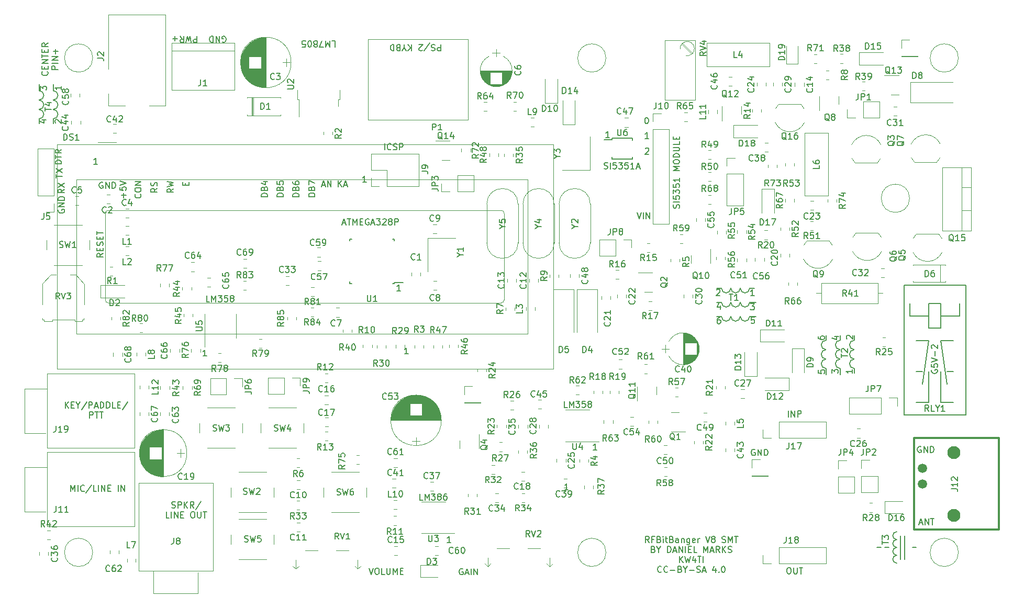
<source format=gbr>
%TF.GenerationSoftware,KiCad,Pcbnew,(6.0.11)*%
%TF.CreationDate,2023-05-26T21:19:34-05:00*%
%TF.ProjectId,RFBitBangSMT,52464269-7442-4616-9e67-534d542e6b69,rev?*%
%TF.SameCoordinates,Original*%
%TF.FileFunction,Legend,Top*%
%TF.FilePolarity,Positive*%
%FSLAX46Y46*%
G04 Gerber Fmt 4.6, Leading zero omitted, Abs format (unit mm)*
G04 Created by KiCad (PCBNEW (6.0.11)) date 2023-05-26 21:19:34*
%MOMM*%
%LPD*%
G01*
G04 APERTURE LIST*
%ADD10C,0.150000*%
%ADD11C,0.200000*%
%ADD12C,0.120000*%
%ADD13C,0.300000*%
%ADD14C,0.100000*%
%ADD15C,2.100000*%
%ADD16C,1.500000*%
G04 APERTURE END LIST*
D10*
X104072619Y-58322619D02*
X104072619Y-59322619D01*
X103691666Y-59322619D01*
X103596428Y-59275000D01*
X103548809Y-59227380D01*
X103501190Y-59132142D01*
X103501190Y-58989285D01*
X103548809Y-58894047D01*
X103596428Y-58846428D01*
X103691666Y-58798809D01*
X104072619Y-58798809D01*
X103120238Y-58370238D02*
X102977380Y-58322619D01*
X102739285Y-58322619D01*
X102644047Y-58370238D01*
X102596428Y-58417857D01*
X102548809Y-58513095D01*
X102548809Y-58608333D01*
X102596428Y-58703571D01*
X102644047Y-58751190D01*
X102739285Y-58798809D01*
X102929761Y-58846428D01*
X103025000Y-58894047D01*
X103072619Y-58941666D01*
X103120238Y-59036904D01*
X103120238Y-59132142D01*
X103072619Y-59227380D01*
X103025000Y-59275000D01*
X102929761Y-59322619D01*
X102691666Y-59322619D01*
X102548809Y-59275000D01*
X101405952Y-59370238D02*
X102263095Y-58084523D01*
X101120238Y-59227380D02*
X101072619Y-59275000D01*
X100977380Y-59322619D01*
X100739285Y-59322619D01*
X100644047Y-59275000D01*
X100596428Y-59227380D01*
X100548809Y-59132142D01*
X100548809Y-59036904D01*
X100596428Y-58894047D01*
X101167857Y-58322619D01*
X100548809Y-58322619D01*
X99358333Y-58322619D02*
X99358333Y-59322619D01*
X98786904Y-58322619D02*
X99215476Y-58894047D01*
X98786904Y-59322619D02*
X99358333Y-58751190D01*
X98167857Y-58798809D02*
X98167857Y-58322619D01*
X98501190Y-59322619D02*
X98167857Y-58798809D01*
X97834523Y-59322619D01*
X97167857Y-58846428D02*
X97025000Y-58798809D01*
X96977380Y-58751190D01*
X96929761Y-58655952D01*
X96929761Y-58513095D01*
X96977380Y-58417857D01*
X97025000Y-58370238D01*
X97120238Y-58322619D01*
X97501190Y-58322619D01*
X97501190Y-59322619D01*
X97167857Y-59322619D01*
X97072619Y-59275000D01*
X97025000Y-59227380D01*
X96977380Y-59132142D01*
X96977380Y-59036904D01*
X97025000Y-58941666D01*
X97072619Y-58894047D01*
X97167857Y-58846428D01*
X97501190Y-58846428D01*
X96501190Y-58322619D02*
X96501190Y-59322619D01*
X96263095Y-59322619D01*
X96120238Y-59275000D01*
X96025000Y-59179761D01*
X95977380Y-59084523D01*
X95929761Y-58894047D01*
X95929761Y-58751190D01*
X95977380Y-58560714D01*
X96025000Y-58465476D01*
X96120238Y-58370238D01*
X96263095Y-58322619D01*
X96501190Y-58322619D01*
X97561714Y-98174380D02*
X96990285Y-98174380D01*
X97276000Y-98174380D02*
X97276000Y-97174380D01*
X97180761Y-97317238D01*
X97085523Y-97412476D01*
X96990285Y-97460095D01*
X60570476Y-133259761D02*
X60713333Y-133307380D01*
X60951428Y-133307380D01*
X61046666Y-133259761D01*
X61094285Y-133212142D01*
X61141904Y-133116904D01*
X61141904Y-133021666D01*
X61094285Y-132926428D01*
X61046666Y-132878809D01*
X60951428Y-132831190D01*
X60760952Y-132783571D01*
X60665714Y-132735952D01*
X60618095Y-132688333D01*
X60570476Y-132593095D01*
X60570476Y-132497857D01*
X60618095Y-132402619D01*
X60665714Y-132355000D01*
X60760952Y-132307380D01*
X60999047Y-132307380D01*
X61141904Y-132355000D01*
X61570476Y-133307380D02*
X61570476Y-132307380D01*
X61951428Y-132307380D01*
X62046666Y-132355000D01*
X62094285Y-132402619D01*
X62141904Y-132497857D01*
X62141904Y-132640714D01*
X62094285Y-132735952D01*
X62046666Y-132783571D01*
X61951428Y-132831190D01*
X61570476Y-132831190D01*
X62570476Y-133307380D02*
X62570476Y-132307380D01*
X63141904Y-133307380D02*
X62713333Y-132735952D01*
X63141904Y-132307380D02*
X62570476Y-132878809D01*
X64141904Y-133307380D02*
X63808571Y-132831190D01*
X63570476Y-133307380D02*
X63570476Y-132307380D01*
X63951428Y-132307380D01*
X64046666Y-132355000D01*
X64094285Y-132402619D01*
X64141904Y-132497857D01*
X64141904Y-132640714D01*
X64094285Y-132735952D01*
X64046666Y-132783571D01*
X63951428Y-132831190D01*
X63570476Y-132831190D01*
X65284761Y-132259761D02*
X64427619Y-133545476D01*
X60165714Y-134917380D02*
X59689523Y-134917380D01*
X59689523Y-133917380D01*
X60499047Y-134917380D02*
X60499047Y-133917380D01*
X60975238Y-134917380D02*
X60975238Y-133917380D01*
X61546666Y-134917380D01*
X61546666Y-133917380D01*
X62022857Y-134393571D02*
X62356190Y-134393571D01*
X62499047Y-134917380D02*
X62022857Y-134917380D01*
X62022857Y-133917380D01*
X62499047Y-133917380D01*
X63880000Y-133917380D02*
X64070476Y-133917380D01*
X64165714Y-133965000D01*
X64260952Y-134060238D01*
X64308571Y-134250714D01*
X64308571Y-134584047D01*
X64260952Y-134774523D01*
X64165714Y-134869761D01*
X64070476Y-134917380D01*
X63880000Y-134917380D01*
X63784761Y-134869761D01*
X63689523Y-134774523D01*
X63641904Y-134584047D01*
X63641904Y-134250714D01*
X63689523Y-134060238D01*
X63784761Y-133965000D01*
X63880000Y-133917380D01*
X64737142Y-133917380D02*
X64737142Y-134726904D01*
X64784761Y-134822142D01*
X64832380Y-134869761D01*
X64927619Y-134917380D01*
X65118095Y-134917380D01*
X65213333Y-134869761D01*
X65260952Y-134822142D01*
X65308571Y-134726904D01*
X65308571Y-133917380D01*
X65641904Y-133917380D02*
X66213333Y-133917380D01*
X65927619Y-134917380D02*
X65927619Y-133917380D01*
X48545714Y-77668380D02*
X47974285Y-77668380D01*
X48260000Y-77668380D02*
X48260000Y-76668380D01*
X48164761Y-76811238D01*
X48069523Y-76906476D01*
X47974285Y-76954095D01*
X98815714Y-108392380D02*
X98244285Y-108392380D01*
X98530000Y-108392380D02*
X98530000Y-107392380D01*
X98434761Y-107535238D01*
X98339523Y-107630476D01*
X98244285Y-107678095D01*
X154878095Y-123860000D02*
X154782857Y-123812380D01*
X154640000Y-123812380D01*
X154497142Y-123860000D01*
X154401904Y-123955238D01*
X154354285Y-124050476D01*
X154306666Y-124240952D01*
X154306666Y-124383809D01*
X154354285Y-124574285D01*
X154401904Y-124669523D01*
X154497142Y-124764761D01*
X154640000Y-124812380D01*
X154735238Y-124812380D01*
X154878095Y-124764761D01*
X154925714Y-124717142D01*
X154925714Y-124383809D01*
X154735238Y-124383809D01*
X155354285Y-124812380D02*
X155354285Y-123812380D01*
X155925714Y-124812380D01*
X155925714Y-123812380D01*
X156401904Y-124812380D02*
X156401904Y-123812380D01*
X156640000Y-123812380D01*
X156782857Y-123860000D01*
X156878095Y-123955238D01*
X156925714Y-124050476D01*
X156973333Y-124240952D01*
X156973333Y-124383809D01*
X156925714Y-124574285D01*
X156878095Y-124669523D01*
X156782857Y-124764761D01*
X156640000Y-124812380D01*
X156401904Y-124812380D01*
X137766666Y-138917380D02*
X137433333Y-138441190D01*
X137195238Y-138917380D02*
X137195238Y-137917380D01*
X137576190Y-137917380D01*
X137671428Y-137965000D01*
X137719047Y-138012619D01*
X137766666Y-138107857D01*
X137766666Y-138250714D01*
X137719047Y-138345952D01*
X137671428Y-138393571D01*
X137576190Y-138441190D01*
X137195238Y-138441190D01*
X138528571Y-138393571D02*
X138195238Y-138393571D01*
X138195238Y-138917380D02*
X138195238Y-137917380D01*
X138671428Y-137917380D01*
X139385714Y-138393571D02*
X139528571Y-138441190D01*
X139576190Y-138488809D01*
X139623809Y-138584047D01*
X139623809Y-138726904D01*
X139576190Y-138822142D01*
X139528571Y-138869761D01*
X139433333Y-138917380D01*
X139052380Y-138917380D01*
X139052380Y-137917380D01*
X139385714Y-137917380D01*
X139480952Y-137965000D01*
X139528571Y-138012619D01*
X139576190Y-138107857D01*
X139576190Y-138203095D01*
X139528571Y-138298333D01*
X139480952Y-138345952D01*
X139385714Y-138393571D01*
X139052380Y-138393571D01*
X140052380Y-138917380D02*
X140052380Y-138250714D01*
X140052380Y-137917380D02*
X140004761Y-137965000D01*
X140052380Y-138012619D01*
X140100000Y-137965000D01*
X140052380Y-137917380D01*
X140052380Y-138012619D01*
X140385714Y-138250714D02*
X140766666Y-138250714D01*
X140528571Y-137917380D02*
X140528571Y-138774523D01*
X140576190Y-138869761D01*
X140671428Y-138917380D01*
X140766666Y-138917380D01*
X141433333Y-138393571D02*
X141576190Y-138441190D01*
X141623809Y-138488809D01*
X141671428Y-138584047D01*
X141671428Y-138726904D01*
X141623809Y-138822142D01*
X141576190Y-138869761D01*
X141480952Y-138917380D01*
X141100000Y-138917380D01*
X141100000Y-137917380D01*
X141433333Y-137917380D01*
X141528571Y-137965000D01*
X141576190Y-138012619D01*
X141623809Y-138107857D01*
X141623809Y-138203095D01*
X141576190Y-138298333D01*
X141528571Y-138345952D01*
X141433333Y-138393571D01*
X141100000Y-138393571D01*
X142528571Y-138917380D02*
X142528571Y-138393571D01*
X142480952Y-138298333D01*
X142385714Y-138250714D01*
X142195238Y-138250714D01*
X142100000Y-138298333D01*
X142528571Y-138869761D02*
X142433333Y-138917380D01*
X142195238Y-138917380D01*
X142100000Y-138869761D01*
X142052380Y-138774523D01*
X142052380Y-138679285D01*
X142100000Y-138584047D01*
X142195238Y-138536428D01*
X142433333Y-138536428D01*
X142528571Y-138488809D01*
X143004761Y-138250714D02*
X143004761Y-138917380D01*
X143004761Y-138345952D02*
X143052380Y-138298333D01*
X143147619Y-138250714D01*
X143290476Y-138250714D01*
X143385714Y-138298333D01*
X143433333Y-138393571D01*
X143433333Y-138917380D01*
X144338095Y-138250714D02*
X144338095Y-139060238D01*
X144290476Y-139155476D01*
X144242857Y-139203095D01*
X144147619Y-139250714D01*
X144004761Y-139250714D01*
X143909523Y-139203095D01*
X144338095Y-138869761D02*
X144242857Y-138917380D01*
X144052380Y-138917380D01*
X143957142Y-138869761D01*
X143909523Y-138822142D01*
X143861904Y-138726904D01*
X143861904Y-138441190D01*
X143909523Y-138345952D01*
X143957142Y-138298333D01*
X144052380Y-138250714D01*
X144242857Y-138250714D01*
X144338095Y-138298333D01*
X145195238Y-138869761D02*
X145100000Y-138917380D01*
X144909523Y-138917380D01*
X144814285Y-138869761D01*
X144766666Y-138774523D01*
X144766666Y-138393571D01*
X144814285Y-138298333D01*
X144909523Y-138250714D01*
X145100000Y-138250714D01*
X145195238Y-138298333D01*
X145242857Y-138393571D01*
X145242857Y-138488809D01*
X144766666Y-138584047D01*
X145671428Y-138917380D02*
X145671428Y-138250714D01*
X145671428Y-138441190D02*
X145719047Y-138345952D01*
X145766666Y-138298333D01*
X145861904Y-138250714D01*
X145957142Y-138250714D01*
X146909523Y-137917380D02*
X147242857Y-138917380D01*
X147576190Y-137917380D01*
X148052380Y-138345952D02*
X147957142Y-138298333D01*
X147909523Y-138250714D01*
X147861904Y-138155476D01*
X147861904Y-138107857D01*
X147909523Y-138012619D01*
X147957142Y-137965000D01*
X148052380Y-137917380D01*
X148242857Y-137917380D01*
X148338095Y-137965000D01*
X148385714Y-138012619D01*
X148433333Y-138107857D01*
X148433333Y-138155476D01*
X148385714Y-138250714D01*
X148338095Y-138298333D01*
X148242857Y-138345952D01*
X148052380Y-138345952D01*
X147957142Y-138393571D01*
X147909523Y-138441190D01*
X147861904Y-138536428D01*
X147861904Y-138726904D01*
X147909523Y-138822142D01*
X147957142Y-138869761D01*
X148052380Y-138917380D01*
X148242857Y-138917380D01*
X148338095Y-138869761D01*
X148385714Y-138822142D01*
X148433333Y-138726904D01*
X148433333Y-138536428D01*
X148385714Y-138441190D01*
X148338095Y-138393571D01*
X148242857Y-138345952D01*
X149576190Y-138869761D02*
X149719047Y-138917380D01*
X149957142Y-138917380D01*
X150052380Y-138869761D01*
X150100000Y-138822142D01*
X150147619Y-138726904D01*
X150147619Y-138631666D01*
X150100000Y-138536428D01*
X150052380Y-138488809D01*
X149957142Y-138441190D01*
X149766666Y-138393571D01*
X149671428Y-138345952D01*
X149623809Y-138298333D01*
X149576190Y-138203095D01*
X149576190Y-138107857D01*
X149623809Y-138012619D01*
X149671428Y-137965000D01*
X149766666Y-137917380D01*
X150004761Y-137917380D01*
X150147619Y-137965000D01*
X150576190Y-138917380D02*
X150576190Y-137917380D01*
X150909523Y-138631666D01*
X151242857Y-137917380D01*
X151242857Y-138917380D01*
X151576190Y-137917380D02*
X152147619Y-137917380D01*
X151861904Y-138917380D02*
X151861904Y-137917380D01*
X138457142Y-140003571D02*
X138600000Y-140051190D01*
X138647619Y-140098809D01*
X138695238Y-140194047D01*
X138695238Y-140336904D01*
X138647619Y-140432142D01*
X138600000Y-140479761D01*
X138504761Y-140527380D01*
X138123809Y-140527380D01*
X138123809Y-139527380D01*
X138457142Y-139527380D01*
X138552380Y-139575000D01*
X138600000Y-139622619D01*
X138647619Y-139717857D01*
X138647619Y-139813095D01*
X138600000Y-139908333D01*
X138552380Y-139955952D01*
X138457142Y-140003571D01*
X138123809Y-140003571D01*
X139314285Y-140051190D02*
X139314285Y-140527380D01*
X138980952Y-139527380D02*
X139314285Y-140051190D01*
X139647619Y-139527380D01*
X140742857Y-140527380D02*
X140742857Y-139527380D01*
X140980952Y-139527380D01*
X141123809Y-139575000D01*
X141219047Y-139670238D01*
X141266666Y-139765476D01*
X141314285Y-139955952D01*
X141314285Y-140098809D01*
X141266666Y-140289285D01*
X141219047Y-140384523D01*
X141123809Y-140479761D01*
X140980952Y-140527380D01*
X140742857Y-140527380D01*
X141695238Y-140241666D02*
X142171428Y-140241666D01*
X141600000Y-140527380D02*
X141933333Y-139527380D01*
X142266666Y-140527380D01*
X142600000Y-140527380D02*
X142600000Y-139527380D01*
X143171428Y-140527380D01*
X143171428Y-139527380D01*
X143647619Y-140527380D02*
X143647619Y-139527380D01*
X144123809Y-140003571D02*
X144457142Y-140003571D01*
X144600000Y-140527380D02*
X144123809Y-140527380D01*
X144123809Y-139527380D01*
X144600000Y-139527380D01*
X145504761Y-140527380D02*
X145028571Y-140527380D01*
X145028571Y-139527380D01*
X146600000Y-140527380D02*
X146600000Y-139527380D01*
X146933333Y-140241666D01*
X147266666Y-139527380D01*
X147266666Y-140527380D01*
X147695238Y-140241666D02*
X148171428Y-140241666D01*
X147600000Y-140527380D02*
X147933333Y-139527380D01*
X148266666Y-140527380D01*
X149171428Y-140527380D02*
X148838095Y-140051190D01*
X148600000Y-140527380D02*
X148600000Y-139527380D01*
X148980952Y-139527380D01*
X149076190Y-139575000D01*
X149123809Y-139622619D01*
X149171428Y-139717857D01*
X149171428Y-139860714D01*
X149123809Y-139955952D01*
X149076190Y-140003571D01*
X148980952Y-140051190D01*
X148600000Y-140051190D01*
X149600000Y-140527380D02*
X149600000Y-139527380D01*
X150171428Y-140527380D02*
X149742857Y-139955952D01*
X150171428Y-139527380D02*
X149600000Y-140098809D01*
X150552380Y-140479761D02*
X150695238Y-140527380D01*
X150933333Y-140527380D01*
X151028571Y-140479761D01*
X151076190Y-140432142D01*
X151123809Y-140336904D01*
X151123809Y-140241666D01*
X151076190Y-140146428D01*
X151028571Y-140098809D01*
X150933333Y-140051190D01*
X150742857Y-140003571D01*
X150647619Y-139955952D01*
X150600000Y-139908333D01*
X150552380Y-139813095D01*
X150552380Y-139717857D01*
X150600000Y-139622619D01*
X150647619Y-139575000D01*
X150742857Y-139527380D01*
X150980952Y-139527380D01*
X151123809Y-139575000D01*
X142671428Y-142137380D02*
X142671428Y-141137380D01*
X143242857Y-142137380D02*
X142814285Y-141565952D01*
X143242857Y-141137380D02*
X142671428Y-141708809D01*
X143576190Y-141137380D02*
X143814285Y-142137380D01*
X144004761Y-141423095D01*
X144195238Y-142137380D01*
X144433333Y-141137380D01*
X145242857Y-141470714D02*
X145242857Y-142137380D01*
X145004761Y-141089761D02*
X144766666Y-141804047D01*
X145385714Y-141804047D01*
X145623809Y-141137380D02*
X146195238Y-141137380D01*
X145909523Y-142137380D02*
X145909523Y-141137380D01*
X146528571Y-142137380D02*
X146528571Y-141137380D01*
X139766666Y-143652142D02*
X139719047Y-143699761D01*
X139576190Y-143747380D01*
X139480952Y-143747380D01*
X139338095Y-143699761D01*
X139242857Y-143604523D01*
X139195238Y-143509285D01*
X139147619Y-143318809D01*
X139147619Y-143175952D01*
X139195238Y-142985476D01*
X139242857Y-142890238D01*
X139338095Y-142795000D01*
X139480952Y-142747380D01*
X139576190Y-142747380D01*
X139719047Y-142795000D01*
X139766666Y-142842619D01*
X140766666Y-143652142D02*
X140719047Y-143699761D01*
X140576190Y-143747380D01*
X140480952Y-143747380D01*
X140338095Y-143699761D01*
X140242857Y-143604523D01*
X140195238Y-143509285D01*
X140147619Y-143318809D01*
X140147619Y-143175952D01*
X140195238Y-142985476D01*
X140242857Y-142890238D01*
X140338095Y-142795000D01*
X140480952Y-142747380D01*
X140576190Y-142747380D01*
X140719047Y-142795000D01*
X140766666Y-142842619D01*
X141195238Y-143366428D02*
X141957142Y-143366428D01*
X142766666Y-143223571D02*
X142909523Y-143271190D01*
X142957142Y-143318809D01*
X143004761Y-143414047D01*
X143004761Y-143556904D01*
X142957142Y-143652142D01*
X142909523Y-143699761D01*
X142814285Y-143747380D01*
X142433333Y-143747380D01*
X142433333Y-142747380D01*
X142766666Y-142747380D01*
X142861904Y-142795000D01*
X142909523Y-142842619D01*
X142957142Y-142937857D01*
X142957142Y-143033095D01*
X142909523Y-143128333D01*
X142861904Y-143175952D01*
X142766666Y-143223571D01*
X142433333Y-143223571D01*
X143623809Y-143271190D02*
X143623809Y-143747380D01*
X143290476Y-142747380D02*
X143623809Y-143271190D01*
X143957142Y-142747380D01*
X144290476Y-143366428D02*
X145052380Y-143366428D01*
X145480952Y-143699761D02*
X145623809Y-143747380D01*
X145861904Y-143747380D01*
X145957142Y-143699761D01*
X146004761Y-143652142D01*
X146052380Y-143556904D01*
X146052380Y-143461666D01*
X146004761Y-143366428D01*
X145957142Y-143318809D01*
X145861904Y-143271190D01*
X145671428Y-143223571D01*
X145576190Y-143175952D01*
X145528571Y-143128333D01*
X145480952Y-143033095D01*
X145480952Y-142937857D01*
X145528571Y-142842619D01*
X145576190Y-142795000D01*
X145671428Y-142747380D01*
X145909523Y-142747380D01*
X146052380Y-142795000D01*
X146433333Y-143461666D02*
X146909523Y-143461666D01*
X146338095Y-143747380D02*
X146671428Y-142747380D01*
X147004761Y-143747380D01*
X148528571Y-143080714D02*
X148528571Y-143747380D01*
X148290476Y-142699761D02*
X148052380Y-143414047D01*
X148671428Y-143414047D01*
X149052380Y-143652142D02*
X149100000Y-143699761D01*
X149052380Y-143747380D01*
X149004761Y-143699761D01*
X149052380Y-143652142D01*
X149052380Y-143747380D01*
X149719047Y-142747380D02*
X149814285Y-142747380D01*
X149909523Y-142795000D01*
X149957142Y-142842619D01*
X150004761Y-142937857D01*
X150052380Y-143128333D01*
X150052380Y-143366428D01*
X150004761Y-143556904D01*
X149957142Y-143652142D01*
X149909523Y-143699761D01*
X149814285Y-143747380D01*
X149719047Y-143747380D01*
X149623809Y-143699761D01*
X149576190Y-143652142D01*
X149528571Y-143556904D01*
X149480952Y-143366428D01*
X149480952Y-143128333D01*
X149528571Y-142937857D01*
X149576190Y-142842619D01*
X149623809Y-142795000D01*
X149719047Y-142747380D01*
X58212380Y-81596666D02*
X57736190Y-81930000D01*
X58212380Y-82168095D02*
X57212380Y-82168095D01*
X57212380Y-81787142D01*
X57260000Y-81691904D01*
X57307619Y-81644285D01*
X57402857Y-81596666D01*
X57545714Y-81596666D01*
X57640952Y-81644285D01*
X57688571Y-81691904D01*
X57736190Y-81787142D01*
X57736190Y-82168095D01*
X58164761Y-81215714D02*
X58212380Y-81072857D01*
X58212380Y-80834761D01*
X58164761Y-80739523D01*
X58117142Y-80691904D01*
X58021904Y-80644285D01*
X57926666Y-80644285D01*
X57831428Y-80691904D01*
X57783809Y-80739523D01*
X57736190Y-80834761D01*
X57688571Y-81025238D01*
X57640952Y-81120476D01*
X57593333Y-81168095D01*
X57498095Y-81215714D01*
X57402857Y-81215714D01*
X57307619Y-81168095D01*
X57260000Y-81120476D01*
X57212380Y-81025238D01*
X57212380Y-80787142D01*
X57260000Y-80644285D01*
X42732380Y-77632857D02*
X41732380Y-77632857D01*
X41732380Y-77394761D01*
X41780000Y-77251904D01*
X41875238Y-77156666D01*
X41970476Y-77109047D01*
X42160952Y-77061428D01*
X42303809Y-77061428D01*
X42494285Y-77109047D01*
X42589523Y-77156666D01*
X42684761Y-77251904D01*
X42732380Y-77394761D01*
X42732380Y-77632857D01*
X41732380Y-76775714D02*
X41732380Y-76204285D01*
X42732380Y-76490000D02*
X41732380Y-76490000D01*
X42732380Y-75299523D02*
X42256190Y-75632857D01*
X42732380Y-75870952D02*
X41732380Y-75870952D01*
X41732380Y-75490000D01*
X41780000Y-75394761D01*
X41827619Y-75347142D01*
X41922857Y-75299523D01*
X42065714Y-75299523D01*
X42160952Y-75347142D01*
X42208571Y-75394761D01*
X42256190Y-75490000D01*
X42256190Y-75870952D01*
X124685714Y-130352380D02*
X124114285Y-130352380D01*
X124400000Y-130352380D02*
X124400000Y-129352380D01*
X124304761Y-129495238D01*
X124209523Y-129590476D01*
X124114285Y-129638095D01*
X86494666Y-57713619D02*
X86970857Y-57713619D01*
X86970857Y-58713619D01*
X86161333Y-57713619D02*
X86161333Y-58713619D01*
X85828000Y-57999333D01*
X85494666Y-58713619D01*
X85494666Y-57713619D01*
X85113714Y-58713619D02*
X84447047Y-58713619D01*
X84875619Y-57713619D01*
X83923238Y-58285047D02*
X84018476Y-58332666D01*
X84066095Y-58380285D01*
X84113714Y-58475523D01*
X84113714Y-58523142D01*
X84066095Y-58618380D01*
X84018476Y-58666000D01*
X83923238Y-58713619D01*
X83732761Y-58713619D01*
X83637523Y-58666000D01*
X83589904Y-58618380D01*
X83542285Y-58523142D01*
X83542285Y-58475523D01*
X83589904Y-58380285D01*
X83637523Y-58332666D01*
X83732761Y-58285047D01*
X83923238Y-58285047D01*
X84018476Y-58237428D01*
X84066095Y-58189809D01*
X84113714Y-58094571D01*
X84113714Y-57904095D01*
X84066095Y-57808857D01*
X84018476Y-57761238D01*
X83923238Y-57713619D01*
X83732761Y-57713619D01*
X83637523Y-57761238D01*
X83589904Y-57808857D01*
X83542285Y-57904095D01*
X83542285Y-58094571D01*
X83589904Y-58189809D01*
X83637523Y-58237428D01*
X83732761Y-58285047D01*
X82923238Y-58713619D02*
X82828000Y-58713619D01*
X82732761Y-58666000D01*
X82685142Y-58618380D01*
X82637523Y-58523142D01*
X82589904Y-58332666D01*
X82589904Y-58094571D01*
X82637523Y-57904095D01*
X82685142Y-57808857D01*
X82732761Y-57761238D01*
X82828000Y-57713619D01*
X82923238Y-57713619D01*
X83018476Y-57761238D01*
X83066095Y-57808857D01*
X83113714Y-57904095D01*
X83161333Y-58094571D01*
X83161333Y-58332666D01*
X83113714Y-58523142D01*
X83066095Y-58618380D01*
X83018476Y-58666000D01*
X82923238Y-58713619D01*
X81685142Y-58713619D02*
X82161333Y-58713619D01*
X82208952Y-58237428D01*
X82161333Y-58285047D01*
X82066095Y-58332666D01*
X81828000Y-58332666D01*
X81732761Y-58285047D01*
X81685142Y-58237428D01*
X81637523Y-58142190D01*
X81637523Y-57904095D01*
X81685142Y-57808857D01*
X81732761Y-57761238D01*
X81828000Y-57713619D01*
X82066095Y-57713619D01*
X82161333Y-57761238D01*
X82208952Y-57808857D01*
X142644761Y-84779714D02*
X142692380Y-84636857D01*
X142692380Y-84398761D01*
X142644761Y-84303523D01*
X142597142Y-84255904D01*
X142501904Y-84208285D01*
X142406666Y-84208285D01*
X142311428Y-84255904D01*
X142263809Y-84303523D01*
X142216190Y-84398761D01*
X142168571Y-84589238D01*
X142120952Y-84684476D01*
X142073333Y-84732095D01*
X141978095Y-84779714D01*
X141882857Y-84779714D01*
X141787619Y-84732095D01*
X141740000Y-84684476D01*
X141692380Y-84589238D01*
X141692380Y-84351142D01*
X141740000Y-84208285D01*
X142692380Y-83779714D02*
X141692380Y-83779714D01*
X141692380Y-82827333D02*
X141692380Y-83303523D01*
X142168571Y-83351142D01*
X142120952Y-83303523D01*
X142073333Y-83208285D01*
X142073333Y-82970190D01*
X142120952Y-82874952D01*
X142168571Y-82827333D01*
X142263809Y-82779714D01*
X142501904Y-82779714D01*
X142597142Y-82827333D01*
X142644761Y-82874952D01*
X142692380Y-82970190D01*
X142692380Y-83208285D01*
X142644761Y-83303523D01*
X142597142Y-83351142D01*
X141692380Y-82446380D02*
X141692380Y-81827333D01*
X142073333Y-82160666D01*
X142073333Y-82017809D01*
X142120952Y-81922571D01*
X142168571Y-81874952D01*
X142263809Y-81827333D01*
X142501904Y-81827333D01*
X142597142Y-81874952D01*
X142644761Y-81922571D01*
X142692380Y-82017809D01*
X142692380Y-82303523D01*
X142644761Y-82398761D01*
X142597142Y-82446380D01*
X141692380Y-80922571D02*
X141692380Y-81398761D01*
X142168571Y-81446380D01*
X142120952Y-81398761D01*
X142073333Y-81303523D01*
X142073333Y-81065428D01*
X142120952Y-80970190D01*
X142168571Y-80922571D01*
X142263809Y-80874952D01*
X142501904Y-80874952D01*
X142597142Y-80922571D01*
X142644761Y-80970190D01*
X142692380Y-81065428D01*
X142692380Y-81303523D01*
X142644761Y-81398761D01*
X142597142Y-81446380D01*
X142692380Y-79922571D02*
X142692380Y-80494000D01*
X142692380Y-80208285D02*
X141692380Y-80208285D01*
X141835238Y-80303523D01*
X141930476Y-80398761D01*
X141978095Y-80494000D01*
X142692380Y-78732095D02*
X141692380Y-78732095D01*
X142406666Y-78398761D01*
X141692380Y-78065428D01*
X142692380Y-78065428D01*
X141692380Y-77398761D02*
X141692380Y-77208285D01*
X141740000Y-77113047D01*
X141835238Y-77017809D01*
X142025714Y-76970190D01*
X142359047Y-76970190D01*
X142549523Y-77017809D01*
X142644761Y-77113047D01*
X142692380Y-77208285D01*
X142692380Y-77398761D01*
X142644761Y-77494000D01*
X142549523Y-77589238D01*
X142359047Y-77636857D01*
X142025714Y-77636857D01*
X141835238Y-77589238D01*
X141740000Y-77494000D01*
X141692380Y-77398761D01*
X142692380Y-76541619D02*
X141692380Y-76541619D01*
X141692380Y-76303523D01*
X141740000Y-76160666D01*
X141835238Y-76065428D01*
X141930476Y-76017809D01*
X142120952Y-75970190D01*
X142263809Y-75970190D01*
X142454285Y-76017809D01*
X142549523Y-76065428D01*
X142644761Y-76160666D01*
X142692380Y-76303523D01*
X142692380Y-76541619D01*
X141692380Y-75541619D02*
X142501904Y-75541619D01*
X142597142Y-75494000D01*
X142644761Y-75446380D01*
X142692380Y-75351142D01*
X142692380Y-75160666D01*
X142644761Y-75065428D01*
X142597142Y-75017809D01*
X142501904Y-74970190D01*
X141692380Y-74970190D01*
X142692380Y-74017809D02*
X142692380Y-74494000D01*
X141692380Y-74494000D01*
X142168571Y-73684476D02*
X142168571Y-73351142D01*
X142692380Y-73208285D02*
X142692380Y-73684476D01*
X141692380Y-73684476D01*
X141692380Y-73208285D01*
X135824761Y-85512380D02*
X136158095Y-86512380D01*
X136491428Y-85512380D01*
X136824761Y-86512380D02*
X136824761Y-85512380D01*
X137300952Y-86512380D02*
X137300952Y-85512380D01*
X137872380Y-86512380D01*
X137872380Y-85512380D01*
X41872380Y-79901904D02*
X41872380Y-79330476D01*
X42872380Y-79616190D02*
X41872380Y-79616190D01*
X41872380Y-79092380D02*
X42872380Y-78425714D01*
X41872380Y-78425714D02*
X42872380Y-79092380D01*
X68766904Y-57915000D02*
X68862142Y-57962619D01*
X69005000Y-57962619D01*
X69147857Y-57915000D01*
X69243095Y-57819761D01*
X69290714Y-57724523D01*
X69338333Y-57534047D01*
X69338333Y-57391190D01*
X69290714Y-57200714D01*
X69243095Y-57105476D01*
X69147857Y-57010238D01*
X69005000Y-56962619D01*
X68909761Y-56962619D01*
X68766904Y-57010238D01*
X68719285Y-57057857D01*
X68719285Y-57391190D01*
X68909761Y-57391190D01*
X68290714Y-56962619D02*
X68290714Y-57962619D01*
X67719285Y-56962619D01*
X67719285Y-57962619D01*
X67243095Y-56962619D02*
X67243095Y-57962619D01*
X67005000Y-57962619D01*
X66862142Y-57915000D01*
X66766904Y-57819761D01*
X66719285Y-57724523D01*
X66671666Y-57534047D01*
X66671666Y-57391190D01*
X66719285Y-57200714D01*
X66766904Y-57105476D01*
X66862142Y-57010238D01*
X67005000Y-56962619D01*
X67243095Y-56962619D01*
X76052380Y-82948095D02*
X75052380Y-82948095D01*
X75052380Y-82710000D01*
X75100000Y-82567142D01*
X75195238Y-82471904D01*
X75290476Y-82424285D01*
X75480952Y-82376666D01*
X75623809Y-82376666D01*
X75814285Y-82424285D01*
X75909523Y-82471904D01*
X76004761Y-82567142D01*
X76052380Y-82710000D01*
X76052380Y-82948095D01*
X75528571Y-81614761D02*
X75576190Y-81471904D01*
X75623809Y-81424285D01*
X75719047Y-81376666D01*
X75861904Y-81376666D01*
X75957142Y-81424285D01*
X76004761Y-81471904D01*
X76052380Y-81567142D01*
X76052380Y-81948095D01*
X75052380Y-81948095D01*
X75052380Y-81614761D01*
X75100000Y-81519523D01*
X75147619Y-81471904D01*
X75242857Y-81424285D01*
X75338095Y-81424285D01*
X75433333Y-81471904D01*
X75480952Y-81519523D01*
X75528571Y-81614761D01*
X75528571Y-81948095D01*
X75385714Y-80519523D02*
X76052380Y-80519523D01*
X75004761Y-80757619D02*
X75719047Y-80995714D01*
X75719047Y-80376666D01*
X60832380Y-81651904D02*
X60356190Y-81985238D01*
X60832380Y-82223333D02*
X59832380Y-82223333D01*
X59832380Y-81842380D01*
X59880000Y-81747142D01*
X59927619Y-81699523D01*
X60022857Y-81651904D01*
X60165714Y-81651904D01*
X60260952Y-81699523D01*
X60308571Y-81747142D01*
X60356190Y-81842380D01*
X60356190Y-82223333D01*
X59832380Y-81318571D02*
X60832380Y-81080476D01*
X60118095Y-80890000D01*
X60832380Y-80699523D01*
X59832380Y-80461428D01*
X181733095Y-123405000D02*
X181637857Y-123357380D01*
X181495000Y-123357380D01*
X181352142Y-123405000D01*
X181256904Y-123500238D01*
X181209285Y-123595476D01*
X181161666Y-123785952D01*
X181161666Y-123928809D01*
X181209285Y-124119285D01*
X181256904Y-124214523D01*
X181352142Y-124309761D01*
X181495000Y-124357380D01*
X181590238Y-124357380D01*
X181733095Y-124309761D01*
X181780714Y-124262142D01*
X181780714Y-123928809D01*
X181590238Y-123928809D01*
X182209285Y-124357380D02*
X182209285Y-123357380D01*
X182780714Y-124357380D01*
X182780714Y-123357380D01*
X183256904Y-124357380D02*
X183256904Y-123357380D01*
X183495000Y-123357380D01*
X183637857Y-123405000D01*
X183733095Y-123500238D01*
X183780714Y-123595476D01*
X183828333Y-123785952D01*
X183828333Y-123928809D01*
X183780714Y-124119285D01*
X183733095Y-124214523D01*
X183637857Y-124309761D01*
X183495000Y-124357380D01*
X183256904Y-124357380D01*
X92035714Y-80582380D02*
X91464285Y-80582380D01*
X91750000Y-80582380D02*
X91750000Y-79582380D01*
X91654761Y-79725238D01*
X91559523Y-79820476D01*
X91464285Y-79868095D01*
X124547523Y-117038380D02*
X124071333Y-117038380D01*
X124071333Y-116038380D01*
X124880857Y-117038380D02*
X124880857Y-116038380D01*
X125214190Y-116752666D01*
X125547523Y-116038380D01*
X125547523Y-117038380D01*
X125928476Y-116038380D02*
X126547523Y-116038380D01*
X126214190Y-116419333D01*
X126357047Y-116419333D01*
X126452285Y-116466952D01*
X126499904Y-116514571D01*
X126547523Y-116609809D01*
X126547523Y-116847904D01*
X126499904Y-116943142D01*
X126452285Y-116990761D01*
X126357047Y-117038380D01*
X126071333Y-117038380D01*
X125976095Y-116990761D01*
X125928476Y-116943142D01*
X127452285Y-116038380D02*
X126976095Y-116038380D01*
X126928476Y-116514571D01*
X126976095Y-116466952D01*
X127071333Y-116419333D01*
X127309428Y-116419333D01*
X127404666Y-116466952D01*
X127452285Y-116514571D01*
X127499904Y-116609809D01*
X127499904Y-116847904D01*
X127452285Y-116943142D01*
X127404666Y-116990761D01*
X127309428Y-117038380D01*
X127071333Y-117038380D01*
X126976095Y-116990761D01*
X126928476Y-116943142D01*
X128071333Y-116466952D02*
X127976095Y-116419333D01*
X127928476Y-116371714D01*
X127880857Y-116276476D01*
X127880857Y-116228857D01*
X127928476Y-116133619D01*
X127976095Y-116086000D01*
X128071333Y-116038380D01*
X128261809Y-116038380D01*
X128357047Y-116086000D01*
X128404666Y-116133619D01*
X128452285Y-116228857D01*
X128452285Y-116276476D01*
X128404666Y-116371714D01*
X128357047Y-116419333D01*
X128261809Y-116466952D01*
X128071333Y-116466952D01*
X127976095Y-116514571D01*
X127928476Y-116562190D01*
X127880857Y-116657428D01*
X127880857Y-116847904D01*
X127928476Y-116943142D01*
X127976095Y-116990761D01*
X128071333Y-117038380D01*
X128261809Y-117038380D01*
X128357047Y-116990761D01*
X128404666Y-116943142D01*
X128452285Y-116847904D01*
X128452285Y-116657428D01*
X128404666Y-116562190D01*
X128357047Y-116514571D01*
X128261809Y-116466952D01*
X49398095Y-80650000D02*
X49302857Y-80602380D01*
X49160000Y-80602380D01*
X49017142Y-80650000D01*
X48921904Y-80745238D01*
X48874285Y-80840476D01*
X48826666Y-81030952D01*
X48826666Y-81173809D01*
X48874285Y-81364285D01*
X48921904Y-81459523D01*
X49017142Y-81554761D01*
X49160000Y-81602380D01*
X49255238Y-81602380D01*
X49398095Y-81554761D01*
X49445714Y-81507142D01*
X49445714Y-81173809D01*
X49255238Y-81173809D01*
X49874285Y-81602380D02*
X49874285Y-80602380D01*
X50445714Y-81602380D01*
X50445714Y-80602380D01*
X50921904Y-81602380D02*
X50921904Y-80602380D01*
X51160000Y-80602380D01*
X51302857Y-80650000D01*
X51398095Y-80745238D01*
X51445714Y-80840476D01*
X51493333Y-81030952D01*
X51493333Y-81173809D01*
X51445714Y-81364285D01*
X51398095Y-81459523D01*
X51302857Y-81554761D01*
X51160000Y-81602380D01*
X50921904Y-81602380D01*
X62798571Y-81084285D02*
X62798571Y-80750952D01*
X63322380Y-80608095D02*
X63322380Y-81084285D01*
X62322380Y-81084285D01*
X62322380Y-80608095D01*
X64627380Y-57002619D02*
X64627380Y-58002619D01*
X64246428Y-58002619D01*
X64151190Y-57955000D01*
X64103571Y-57907380D01*
X64055952Y-57812142D01*
X64055952Y-57669285D01*
X64103571Y-57574047D01*
X64151190Y-57526428D01*
X64246428Y-57478809D01*
X64627380Y-57478809D01*
X63722619Y-58002619D02*
X63484523Y-57002619D01*
X63294047Y-57716904D01*
X63103571Y-57002619D01*
X62865476Y-58002619D01*
X61913095Y-57002619D02*
X62246428Y-57478809D01*
X62484523Y-57002619D02*
X62484523Y-58002619D01*
X62103571Y-58002619D01*
X62008333Y-57955000D01*
X61960714Y-57907380D01*
X61913095Y-57812142D01*
X61913095Y-57669285D01*
X61960714Y-57574047D01*
X62008333Y-57526428D01*
X62103571Y-57478809D01*
X62484523Y-57478809D01*
X61484523Y-57383571D02*
X60722619Y-57383571D01*
X61103571Y-57002619D02*
X61103571Y-57764523D01*
X160266190Y-118562380D02*
X160266190Y-117562380D01*
X160742380Y-118562380D02*
X160742380Y-117562380D01*
X161313809Y-118562380D01*
X161313809Y-117562380D01*
X161790000Y-118562380D02*
X161790000Y-117562380D01*
X162170952Y-117562380D01*
X162266190Y-117610000D01*
X162313809Y-117657619D01*
X162361428Y-117752857D01*
X162361428Y-117895714D01*
X162313809Y-117990952D01*
X162266190Y-118038571D01*
X162170952Y-118086190D01*
X161790000Y-118086190D01*
X92480476Y-143052380D02*
X92813809Y-144052380D01*
X93147142Y-143052380D01*
X93670952Y-143052380D02*
X93861428Y-143052380D01*
X93956666Y-143100000D01*
X94051904Y-143195238D01*
X94099523Y-143385714D01*
X94099523Y-143719047D01*
X94051904Y-143909523D01*
X93956666Y-144004761D01*
X93861428Y-144052380D01*
X93670952Y-144052380D01*
X93575714Y-144004761D01*
X93480476Y-143909523D01*
X93432857Y-143719047D01*
X93432857Y-143385714D01*
X93480476Y-143195238D01*
X93575714Y-143100000D01*
X93670952Y-143052380D01*
X95004285Y-144052380D02*
X94528095Y-144052380D01*
X94528095Y-143052380D01*
X95337619Y-143052380D02*
X95337619Y-143861904D01*
X95385238Y-143957142D01*
X95432857Y-144004761D01*
X95528095Y-144052380D01*
X95718571Y-144052380D01*
X95813809Y-144004761D01*
X95861428Y-143957142D01*
X95909047Y-143861904D01*
X95909047Y-143052380D01*
X96385238Y-144052380D02*
X96385238Y-143052380D01*
X96718571Y-143766666D01*
X97051904Y-143052380D01*
X97051904Y-144052380D01*
X97528095Y-143528571D02*
X97861428Y-143528571D01*
X98004285Y-144052380D02*
X97528095Y-144052380D01*
X97528095Y-143052380D01*
X98004285Y-143052380D01*
X44242857Y-130632380D02*
X44242857Y-129632380D01*
X44576190Y-130346666D01*
X44909523Y-129632380D01*
X44909523Y-130632380D01*
X45385714Y-130632380D02*
X45385714Y-129632380D01*
X46433333Y-130537142D02*
X46385714Y-130584761D01*
X46242857Y-130632380D01*
X46147619Y-130632380D01*
X46004761Y-130584761D01*
X45909523Y-130489523D01*
X45861904Y-130394285D01*
X45814285Y-130203809D01*
X45814285Y-130060952D01*
X45861904Y-129870476D01*
X45909523Y-129775238D01*
X46004761Y-129680000D01*
X46147619Y-129632380D01*
X46242857Y-129632380D01*
X46385714Y-129680000D01*
X46433333Y-129727619D01*
X47576190Y-129584761D02*
X46719047Y-130870476D01*
X48385714Y-130632380D02*
X47909523Y-130632380D01*
X47909523Y-129632380D01*
X48719047Y-130632380D02*
X48719047Y-129632380D01*
X49195238Y-130632380D02*
X49195238Y-129632380D01*
X49766666Y-130632380D01*
X49766666Y-129632380D01*
X50242857Y-130108571D02*
X50576190Y-130108571D01*
X50719047Y-130632380D02*
X50242857Y-130632380D01*
X50242857Y-129632380D01*
X50719047Y-129632380D01*
X51909523Y-130632380D02*
X51909523Y-129632380D01*
X52385714Y-130632380D02*
X52385714Y-129632380D01*
X52957142Y-130632380D01*
X52957142Y-129632380D01*
X160290000Y-142962380D02*
X160480476Y-142962380D01*
X160575714Y-143010000D01*
X160670952Y-143105238D01*
X160718571Y-143295714D01*
X160718571Y-143629047D01*
X160670952Y-143819523D01*
X160575714Y-143914761D01*
X160480476Y-143962380D01*
X160290000Y-143962380D01*
X160194761Y-143914761D01*
X160099523Y-143819523D01*
X160051904Y-143629047D01*
X160051904Y-143295714D01*
X160099523Y-143105238D01*
X160194761Y-143010000D01*
X160290000Y-142962380D01*
X161147142Y-142962380D02*
X161147142Y-143771904D01*
X161194761Y-143867142D01*
X161242380Y-143914761D01*
X161337619Y-143962380D01*
X161528095Y-143962380D01*
X161623333Y-143914761D01*
X161670952Y-143867142D01*
X161718571Y-143771904D01*
X161718571Y-142962380D01*
X162051904Y-142962380D02*
X162623333Y-142962380D01*
X162337619Y-143962380D02*
X162337619Y-142962380D01*
X66195714Y-108732380D02*
X65624285Y-108732380D01*
X65910000Y-108732380D02*
X65910000Y-107732380D01*
X65814761Y-107875238D01*
X65719523Y-107970476D01*
X65624285Y-108018095D01*
X94983809Y-75352380D02*
X94983809Y-74352380D01*
X96031428Y-75257142D02*
X95983809Y-75304761D01*
X95840952Y-75352380D01*
X95745714Y-75352380D01*
X95602857Y-75304761D01*
X95507619Y-75209523D01*
X95460000Y-75114285D01*
X95412380Y-74923809D01*
X95412380Y-74780952D01*
X95460000Y-74590476D01*
X95507619Y-74495238D01*
X95602857Y-74400000D01*
X95745714Y-74352380D01*
X95840952Y-74352380D01*
X95983809Y-74400000D01*
X96031428Y-74447619D01*
X96412380Y-75304761D02*
X96555238Y-75352380D01*
X96793333Y-75352380D01*
X96888571Y-75304761D01*
X96936190Y-75257142D01*
X96983809Y-75161904D01*
X96983809Y-75066666D01*
X96936190Y-74971428D01*
X96888571Y-74923809D01*
X96793333Y-74876190D01*
X96602857Y-74828571D01*
X96507619Y-74780952D01*
X96460000Y-74733333D01*
X96412380Y-74638095D01*
X96412380Y-74542857D01*
X96460000Y-74447619D01*
X96507619Y-74400000D01*
X96602857Y-74352380D01*
X96840952Y-74352380D01*
X96983809Y-74400000D01*
X97412380Y-75352380D02*
X97412380Y-74352380D01*
X97793333Y-74352380D01*
X97888571Y-74400000D01*
X97936190Y-74447619D01*
X97983809Y-74542857D01*
X97983809Y-74685714D01*
X97936190Y-74780952D01*
X97888571Y-74828571D01*
X97793333Y-74876190D01*
X97412380Y-74876190D01*
X66699523Y-99932380D02*
X66223333Y-99932380D01*
X66223333Y-98932380D01*
X67032857Y-99932380D02*
X67032857Y-98932380D01*
X67366190Y-99646666D01*
X67699523Y-98932380D01*
X67699523Y-99932380D01*
X68080476Y-98932380D02*
X68699523Y-98932380D01*
X68366190Y-99313333D01*
X68509047Y-99313333D01*
X68604285Y-99360952D01*
X68651904Y-99408571D01*
X68699523Y-99503809D01*
X68699523Y-99741904D01*
X68651904Y-99837142D01*
X68604285Y-99884761D01*
X68509047Y-99932380D01*
X68223333Y-99932380D01*
X68128095Y-99884761D01*
X68080476Y-99837142D01*
X69604285Y-98932380D02*
X69128095Y-98932380D01*
X69080476Y-99408571D01*
X69128095Y-99360952D01*
X69223333Y-99313333D01*
X69461428Y-99313333D01*
X69556666Y-99360952D01*
X69604285Y-99408571D01*
X69651904Y-99503809D01*
X69651904Y-99741904D01*
X69604285Y-99837142D01*
X69556666Y-99884761D01*
X69461428Y-99932380D01*
X69223333Y-99932380D01*
X69128095Y-99884761D01*
X69080476Y-99837142D01*
X70223333Y-99360952D02*
X70128095Y-99313333D01*
X70080476Y-99265714D01*
X70032857Y-99170476D01*
X70032857Y-99122857D01*
X70080476Y-99027619D01*
X70128095Y-98980000D01*
X70223333Y-98932380D01*
X70413809Y-98932380D01*
X70509047Y-98980000D01*
X70556666Y-99027619D01*
X70604285Y-99122857D01*
X70604285Y-99170476D01*
X70556666Y-99265714D01*
X70509047Y-99313333D01*
X70413809Y-99360952D01*
X70223333Y-99360952D01*
X70128095Y-99408571D01*
X70080476Y-99456190D01*
X70032857Y-99551428D01*
X70032857Y-99741904D01*
X70080476Y-99837142D01*
X70128095Y-99884761D01*
X70223333Y-99932380D01*
X70413809Y-99932380D01*
X70509047Y-99884761D01*
X70556666Y-99837142D01*
X70604285Y-99741904D01*
X70604285Y-99551428D01*
X70556666Y-99456190D01*
X70509047Y-99408571D01*
X70413809Y-99360952D01*
X43343809Y-117157380D02*
X43343809Y-116157380D01*
X43915238Y-117157380D02*
X43486666Y-116585952D01*
X43915238Y-116157380D02*
X43343809Y-116728809D01*
X44343809Y-116633571D02*
X44677142Y-116633571D01*
X44820000Y-117157380D02*
X44343809Y-117157380D01*
X44343809Y-116157380D01*
X44820000Y-116157380D01*
X45439047Y-116681190D02*
X45439047Y-117157380D01*
X45105714Y-116157380D02*
X45439047Y-116681190D01*
X45772380Y-116157380D01*
X46820000Y-116109761D02*
X45962857Y-117395476D01*
X47153333Y-117157380D02*
X47153333Y-116157380D01*
X47534285Y-116157380D01*
X47629523Y-116205000D01*
X47677142Y-116252619D01*
X47724761Y-116347857D01*
X47724761Y-116490714D01*
X47677142Y-116585952D01*
X47629523Y-116633571D01*
X47534285Y-116681190D01*
X47153333Y-116681190D01*
X48105714Y-116871666D02*
X48581904Y-116871666D01*
X48010476Y-117157380D02*
X48343809Y-116157380D01*
X48677142Y-117157380D01*
X49010476Y-117157380D02*
X49010476Y-116157380D01*
X49248571Y-116157380D01*
X49391428Y-116205000D01*
X49486666Y-116300238D01*
X49534285Y-116395476D01*
X49581904Y-116585952D01*
X49581904Y-116728809D01*
X49534285Y-116919285D01*
X49486666Y-117014523D01*
X49391428Y-117109761D01*
X49248571Y-117157380D01*
X49010476Y-117157380D01*
X50010476Y-117157380D02*
X50010476Y-116157380D01*
X50248571Y-116157380D01*
X50391428Y-116205000D01*
X50486666Y-116300238D01*
X50534285Y-116395476D01*
X50581904Y-116585952D01*
X50581904Y-116728809D01*
X50534285Y-116919285D01*
X50486666Y-117014523D01*
X50391428Y-117109761D01*
X50248571Y-117157380D01*
X50010476Y-117157380D01*
X51486666Y-117157380D02*
X51010476Y-117157380D01*
X51010476Y-116157380D01*
X51820000Y-116633571D02*
X52153333Y-116633571D01*
X52296190Y-117157380D02*
X51820000Y-117157380D01*
X51820000Y-116157380D01*
X52296190Y-116157380D01*
X53439047Y-116109761D02*
X52581904Y-117395476D01*
X47296190Y-118767380D02*
X47296190Y-117767380D01*
X47677142Y-117767380D01*
X47772380Y-117815000D01*
X47820000Y-117862619D01*
X47867619Y-117957857D01*
X47867619Y-118100714D01*
X47820000Y-118195952D01*
X47772380Y-118243571D01*
X47677142Y-118291190D01*
X47296190Y-118291190D01*
X48153333Y-117767380D02*
X48724761Y-117767380D01*
X48439047Y-118767380D02*
X48439047Y-117767380D01*
X48915238Y-117767380D02*
X49486666Y-117767380D01*
X49200952Y-118767380D02*
X49200952Y-117767380D01*
X105695714Y-138882380D02*
X105124285Y-138882380D01*
X105410000Y-138882380D02*
X105410000Y-137882380D01*
X105314761Y-138025238D01*
X105219523Y-138120476D01*
X105124285Y-138168095D01*
X42270000Y-85031904D02*
X42222380Y-85127142D01*
X42222380Y-85270000D01*
X42270000Y-85412857D01*
X42365238Y-85508095D01*
X42460476Y-85555714D01*
X42650952Y-85603333D01*
X42793809Y-85603333D01*
X42984285Y-85555714D01*
X43079523Y-85508095D01*
X43174761Y-85412857D01*
X43222380Y-85270000D01*
X43222380Y-85174761D01*
X43174761Y-85031904D01*
X43127142Y-84984285D01*
X42793809Y-84984285D01*
X42793809Y-85174761D01*
X43222380Y-84555714D02*
X42222380Y-84555714D01*
X43222380Y-83984285D01*
X42222380Y-83984285D01*
X43222380Y-83508095D02*
X42222380Y-83508095D01*
X42222380Y-83270000D01*
X42270000Y-83127142D01*
X42365238Y-83031904D01*
X42460476Y-82984285D01*
X42650952Y-82936666D01*
X42793809Y-82936666D01*
X42984285Y-82984285D01*
X43079523Y-83031904D01*
X43174761Y-83127142D01*
X43222380Y-83270000D01*
X43222380Y-83508095D01*
X137322380Y-70142380D02*
X137417619Y-70142380D01*
X137512857Y-70190000D01*
X137560476Y-70237619D01*
X137608095Y-70332857D01*
X137655714Y-70523333D01*
X137655714Y-70761428D01*
X137608095Y-70951904D01*
X137560476Y-71047142D01*
X137512857Y-71094761D01*
X137417619Y-71142380D01*
X137322380Y-71142380D01*
X137227142Y-71094761D01*
X137179523Y-71047142D01*
X137131904Y-70951904D01*
X137084285Y-70761428D01*
X137084285Y-70523333D01*
X137131904Y-70332857D01*
X137179523Y-70237619D01*
X137227142Y-70190000D01*
X137322380Y-70142380D01*
X137154285Y-75157619D02*
X137201904Y-75110000D01*
X137297142Y-75062380D01*
X137535238Y-75062380D01*
X137630476Y-75110000D01*
X137678095Y-75157619D01*
X137725714Y-75252857D01*
X137725714Y-75348095D01*
X137678095Y-75490952D01*
X137106666Y-76062380D01*
X137725714Y-76062380D01*
X84848095Y-81056666D02*
X85324285Y-81056666D01*
X84752857Y-81342380D02*
X85086190Y-80342380D01*
X85419523Y-81342380D01*
X85752857Y-81342380D02*
X85752857Y-80342380D01*
X86324285Y-81342380D01*
X86324285Y-80342380D01*
X129317714Y-123896380D02*
X128746285Y-123896380D01*
X129032000Y-123896380D02*
X129032000Y-122896380D01*
X128936761Y-123039238D01*
X128841523Y-123134476D01*
X128746285Y-123182095D01*
X88204000Y-87220666D02*
X88680190Y-87220666D01*
X88108761Y-87506380D02*
X88442095Y-86506380D01*
X88775428Y-87506380D01*
X88965904Y-86506380D02*
X89537333Y-86506380D01*
X89251619Y-87506380D02*
X89251619Y-86506380D01*
X89870666Y-87506380D02*
X89870666Y-86506380D01*
X90204000Y-87220666D01*
X90537333Y-86506380D01*
X90537333Y-87506380D01*
X91013523Y-86982571D02*
X91346857Y-86982571D01*
X91489714Y-87506380D02*
X91013523Y-87506380D01*
X91013523Y-86506380D01*
X91489714Y-86506380D01*
X92442095Y-86554000D02*
X92346857Y-86506380D01*
X92204000Y-86506380D01*
X92061142Y-86554000D01*
X91965904Y-86649238D01*
X91918285Y-86744476D01*
X91870666Y-86934952D01*
X91870666Y-87077809D01*
X91918285Y-87268285D01*
X91965904Y-87363523D01*
X92061142Y-87458761D01*
X92204000Y-87506380D01*
X92299238Y-87506380D01*
X92442095Y-87458761D01*
X92489714Y-87411142D01*
X92489714Y-87077809D01*
X92299238Y-87077809D01*
X92870666Y-87220666D02*
X93346857Y-87220666D01*
X92775428Y-87506380D02*
X93108761Y-86506380D01*
X93442095Y-87506380D01*
X93680190Y-86506380D02*
X94299238Y-86506380D01*
X93965904Y-86887333D01*
X94108761Y-86887333D01*
X94204000Y-86934952D01*
X94251619Y-86982571D01*
X94299238Y-87077809D01*
X94299238Y-87315904D01*
X94251619Y-87411142D01*
X94204000Y-87458761D01*
X94108761Y-87506380D01*
X93823047Y-87506380D01*
X93727809Y-87458761D01*
X93680190Y-87411142D01*
X94680190Y-86601619D02*
X94727809Y-86554000D01*
X94823047Y-86506380D01*
X95061142Y-86506380D01*
X95156380Y-86554000D01*
X95204000Y-86601619D01*
X95251619Y-86696857D01*
X95251619Y-86792095D01*
X95204000Y-86934952D01*
X94632571Y-87506380D01*
X95251619Y-87506380D01*
X95823047Y-86934952D02*
X95727809Y-86887333D01*
X95680190Y-86839714D01*
X95632571Y-86744476D01*
X95632571Y-86696857D01*
X95680190Y-86601619D01*
X95727809Y-86554000D01*
X95823047Y-86506380D01*
X96013523Y-86506380D01*
X96108761Y-86554000D01*
X96156380Y-86601619D01*
X96204000Y-86696857D01*
X96204000Y-86744476D01*
X96156380Y-86839714D01*
X96108761Y-86887333D01*
X96013523Y-86934952D01*
X95823047Y-86934952D01*
X95727809Y-86982571D01*
X95680190Y-87030190D01*
X95632571Y-87125428D01*
X95632571Y-87315904D01*
X95680190Y-87411142D01*
X95727809Y-87458761D01*
X95823047Y-87506380D01*
X96013523Y-87506380D01*
X96108761Y-87458761D01*
X96156380Y-87411142D01*
X96204000Y-87315904D01*
X96204000Y-87125428D01*
X96156380Y-87030190D01*
X96108761Y-86982571D01*
X96013523Y-86934952D01*
X96632571Y-87506380D02*
X96632571Y-86506380D01*
X97013523Y-86506380D01*
X97108761Y-86554000D01*
X97156380Y-86601619D01*
X97204000Y-86696857D01*
X97204000Y-86839714D01*
X97156380Y-86934952D01*
X97108761Y-86982571D01*
X97013523Y-87030190D01*
X96632571Y-87030190D01*
X43182380Y-81746666D02*
X42706190Y-82080000D01*
X43182380Y-82318095D02*
X42182380Y-82318095D01*
X42182380Y-81937142D01*
X42230000Y-81841904D01*
X42277619Y-81794285D01*
X42372857Y-81746666D01*
X42515714Y-81746666D01*
X42610952Y-81794285D01*
X42658571Y-81841904D01*
X42706190Y-81937142D01*
X42706190Y-82318095D01*
X42182380Y-81413333D02*
X43182380Y-80746666D01*
X42182380Y-80746666D02*
X43182380Y-81413333D01*
X83712380Y-82928095D02*
X82712380Y-82928095D01*
X82712380Y-82690000D01*
X82760000Y-82547142D01*
X82855238Y-82451904D01*
X82950476Y-82404285D01*
X83140952Y-82356666D01*
X83283809Y-82356666D01*
X83474285Y-82404285D01*
X83569523Y-82451904D01*
X83664761Y-82547142D01*
X83712380Y-82690000D01*
X83712380Y-82928095D01*
X83188571Y-81594761D02*
X83236190Y-81451904D01*
X83283809Y-81404285D01*
X83379047Y-81356666D01*
X83521904Y-81356666D01*
X83617142Y-81404285D01*
X83664761Y-81451904D01*
X83712380Y-81547142D01*
X83712380Y-81928095D01*
X82712380Y-81928095D01*
X82712380Y-81594761D01*
X82760000Y-81499523D01*
X82807619Y-81451904D01*
X82902857Y-81404285D01*
X82998095Y-81404285D01*
X83093333Y-81451904D01*
X83140952Y-81499523D01*
X83188571Y-81594761D01*
X83188571Y-81928095D01*
X82712380Y-81023333D02*
X82712380Y-80356666D01*
X83712380Y-80785238D01*
X137685714Y-73522380D02*
X137114285Y-73522380D01*
X137400000Y-73522380D02*
X137400000Y-72522380D01*
X137304761Y-72665238D01*
X137209523Y-72760476D01*
X137114285Y-72808095D01*
X87479523Y-81362380D02*
X87479523Y-80362380D01*
X88050952Y-81362380D02*
X87622380Y-80790952D01*
X88050952Y-80362380D02*
X87479523Y-80933809D01*
X88431904Y-81076666D02*
X88908095Y-81076666D01*
X88336666Y-81362380D02*
X88670000Y-80362380D01*
X89003333Y-81362380D01*
X107641428Y-143160000D02*
X107546190Y-143112380D01*
X107403333Y-143112380D01*
X107260476Y-143160000D01*
X107165238Y-143255238D01*
X107117619Y-143350476D01*
X107070000Y-143540952D01*
X107070000Y-143683809D01*
X107117619Y-143874285D01*
X107165238Y-143969523D01*
X107260476Y-144064761D01*
X107403333Y-144112380D01*
X107498571Y-144112380D01*
X107641428Y-144064761D01*
X107689047Y-144017142D01*
X107689047Y-143683809D01*
X107498571Y-143683809D01*
X108070000Y-143826666D02*
X108546190Y-143826666D01*
X107974761Y-144112380D02*
X108308095Y-143112380D01*
X108641428Y-144112380D01*
X108974761Y-144112380D02*
X108974761Y-143112380D01*
X109450952Y-144112380D02*
X109450952Y-143112380D01*
X110022380Y-144112380D01*
X110022380Y-143112380D01*
X40446142Y-62706000D02*
X40493761Y-62753619D01*
X40541380Y-62896476D01*
X40541380Y-62991714D01*
X40493761Y-63134571D01*
X40398523Y-63229809D01*
X40303285Y-63277428D01*
X40112809Y-63325047D01*
X39969952Y-63325047D01*
X39779476Y-63277428D01*
X39684238Y-63229809D01*
X39589000Y-63134571D01*
X39541380Y-62991714D01*
X39541380Y-62896476D01*
X39589000Y-62753619D01*
X39636619Y-62706000D01*
X40017571Y-62277428D02*
X40017571Y-61944095D01*
X40541380Y-61801238D02*
X40541380Y-62277428D01*
X39541380Y-62277428D01*
X39541380Y-61801238D01*
X40541380Y-61372666D02*
X39541380Y-61372666D01*
X40541380Y-60801238D01*
X39541380Y-60801238D01*
X39541380Y-60467904D02*
X39541380Y-59896476D01*
X40541380Y-60182190D02*
X39541380Y-60182190D01*
X40017571Y-59563142D02*
X40017571Y-59229809D01*
X40541380Y-59086952D02*
X40541380Y-59563142D01*
X39541380Y-59563142D01*
X39541380Y-59086952D01*
X40541380Y-58086952D02*
X40065190Y-58420285D01*
X40541380Y-58658380D02*
X39541380Y-58658380D01*
X39541380Y-58277428D01*
X39589000Y-58182190D01*
X39636619Y-58134571D01*
X39731857Y-58086952D01*
X39874714Y-58086952D01*
X39969952Y-58134571D01*
X40017571Y-58182190D01*
X40065190Y-58277428D01*
X40065190Y-58658380D01*
X42151380Y-62348857D02*
X41151380Y-62348857D01*
X41151380Y-61967904D01*
X41199000Y-61872666D01*
X41246619Y-61825047D01*
X41341857Y-61777428D01*
X41484714Y-61777428D01*
X41579952Y-61825047D01*
X41627571Y-61872666D01*
X41675190Y-61967904D01*
X41675190Y-62348857D01*
X42151380Y-61348857D02*
X41151380Y-61348857D01*
X42151380Y-60872666D02*
X41151380Y-60872666D01*
X42151380Y-60301238D01*
X41151380Y-60301238D01*
X41770428Y-59825047D02*
X41770428Y-59063142D01*
X42151380Y-59444095D02*
X41389476Y-59444095D01*
X78602380Y-82928095D02*
X77602380Y-82928095D01*
X77602380Y-82690000D01*
X77650000Y-82547142D01*
X77745238Y-82451904D01*
X77840476Y-82404285D01*
X78030952Y-82356666D01*
X78173809Y-82356666D01*
X78364285Y-82404285D01*
X78459523Y-82451904D01*
X78554761Y-82547142D01*
X78602380Y-82690000D01*
X78602380Y-82928095D01*
X78078571Y-81594761D02*
X78126190Y-81451904D01*
X78173809Y-81404285D01*
X78269047Y-81356666D01*
X78411904Y-81356666D01*
X78507142Y-81404285D01*
X78554761Y-81451904D01*
X78602380Y-81547142D01*
X78602380Y-81928095D01*
X77602380Y-81928095D01*
X77602380Y-81594761D01*
X77650000Y-81499523D01*
X77697619Y-81451904D01*
X77792857Y-81404285D01*
X77888095Y-81404285D01*
X77983333Y-81451904D01*
X78030952Y-81499523D01*
X78078571Y-81594761D01*
X78078571Y-81928095D01*
X77602380Y-80451904D02*
X77602380Y-80928095D01*
X78078571Y-80975714D01*
X78030952Y-80928095D01*
X77983333Y-80832857D01*
X77983333Y-80594761D01*
X78030952Y-80499523D01*
X78078571Y-80451904D01*
X78173809Y-80404285D01*
X78411904Y-80404285D01*
X78507142Y-80451904D01*
X78554761Y-80499523D01*
X78602380Y-80594761D01*
X78602380Y-80832857D01*
X78554761Y-80928095D01*
X78507142Y-80975714D01*
X81142380Y-82948095D02*
X80142380Y-82948095D01*
X80142380Y-82710000D01*
X80190000Y-82567142D01*
X80285238Y-82471904D01*
X80380476Y-82424285D01*
X80570952Y-82376666D01*
X80713809Y-82376666D01*
X80904285Y-82424285D01*
X80999523Y-82471904D01*
X81094761Y-82567142D01*
X81142380Y-82710000D01*
X81142380Y-82948095D01*
X80618571Y-81614761D02*
X80666190Y-81471904D01*
X80713809Y-81424285D01*
X80809047Y-81376666D01*
X80951904Y-81376666D01*
X81047142Y-81424285D01*
X81094761Y-81471904D01*
X81142380Y-81567142D01*
X81142380Y-81948095D01*
X80142380Y-81948095D01*
X80142380Y-81614761D01*
X80190000Y-81519523D01*
X80237619Y-81471904D01*
X80332857Y-81424285D01*
X80428095Y-81424285D01*
X80523333Y-81471904D01*
X80570952Y-81519523D01*
X80618571Y-81614761D01*
X80618571Y-81948095D01*
X80142380Y-80519523D02*
X80142380Y-80710000D01*
X80190000Y-80805238D01*
X80237619Y-80852857D01*
X80380476Y-80948095D01*
X80570952Y-80995714D01*
X80951904Y-80995714D01*
X81047142Y-80948095D01*
X81094761Y-80900476D01*
X81142380Y-80805238D01*
X81142380Y-80614761D01*
X81094761Y-80519523D01*
X81047142Y-80471904D01*
X80951904Y-80424285D01*
X80713809Y-80424285D01*
X80618571Y-80471904D01*
X80570952Y-80519523D01*
X80523333Y-80614761D01*
X80523333Y-80805238D01*
X80570952Y-80900476D01*
X80618571Y-80948095D01*
X80713809Y-80995714D01*
X55507142Y-82538095D02*
X55554761Y-82585714D01*
X55602380Y-82728571D01*
X55602380Y-82823809D01*
X55554761Y-82966666D01*
X55459523Y-83061904D01*
X55364285Y-83109523D01*
X55173809Y-83157142D01*
X55030952Y-83157142D01*
X54840476Y-83109523D01*
X54745238Y-83061904D01*
X54650000Y-82966666D01*
X54602380Y-82823809D01*
X54602380Y-82728571D01*
X54650000Y-82585714D01*
X54697619Y-82538095D01*
X54602380Y-81919047D02*
X54602380Y-81728571D01*
X54650000Y-81633333D01*
X54745238Y-81538095D01*
X54935714Y-81490476D01*
X55269047Y-81490476D01*
X55459523Y-81538095D01*
X55554761Y-81633333D01*
X55602380Y-81728571D01*
X55602380Y-81919047D01*
X55554761Y-82014285D01*
X55459523Y-82109523D01*
X55269047Y-82157142D01*
X54935714Y-82157142D01*
X54745238Y-82109523D01*
X54650000Y-82014285D01*
X54602380Y-81919047D01*
X55602380Y-81061904D02*
X54602380Y-81061904D01*
X55602380Y-80490476D01*
X54602380Y-80490476D01*
X181472142Y-135721666D02*
X181948333Y-135721666D01*
X181376904Y-136007380D02*
X181710238Y-135007380D01*
X182043571Y-136007380D01*
X182376904Y-136007380D02*
X182376904Y-135007380D01*
X182948333Y-136007380D01*
X182948333Y-135007380D01*
X183281666Y-135007380D02*
X183853095Y-135007380D01*
X183567380Y-136007380D02*
X183567380Y-135007380D01*
X49474380Y-92130380D02*
X48998190Y-92463714D01*
X49474380Y-92701809D02*
X48474380Y-92701809D01*
X48474380Y-92320857D01*
X48522000Y-92225619D01*
X48569619Y-92178000D01*
X48664857Y-92130380D01*
X48807714Y-92130380D01*
X48902952Y-92178000D01*
X48950571Y-92225619D01*
X48998190Y-92320857D01*
X48998190Y-92701809D01*
X48950571Y-91701809D02*
X48950571Y-91368476D01*
X49474380Y-91225619D02*
X49474380Y-91701809D01*
X48474380Y-91701809D01*
X48474380Y-91225619D01*
X49426761Y-90844666D02*
X49474380Y-90701809D01*
X49474380Y-90463714D01*
X49426761Y-90368476D01*
X49379142Y-90320857D01*
X49283904Y-90273238D01*
X49188666Y-90273238D01*
X49093428Y-90320857D01*
X49045809Y-90368476D01*
X48998190Y-90463714D01*
X48950571Y-90654190D01*
X48902952Y-90749428D01*
X48855333Y-90797047D01*
X48760095Y-90844666D01*
X48664857Y-90844666D01*
X48569619Y-90797047D01*
X48522000Y-90749428D01*
X48474380Y-90654190D01*
X48474380Y-90416095D01*
X48522000Y-90273238D01*
X48950571Y-89844666D02*
X48950571Y-89511333D01*
X49474380Y-89368476D02*
X49474380Y-89844666D01*
X48474380Y-89844666D01*
X48474380Y-89368476D01*
X48474380Y-89082761D02*
X48474380Y-88511333D01*
X49474380Y-88797047D02*
X48474380Y-88797047D01*
X131349714Y-73350380D02*
X130778285Y-73350380D01*
X131064000Y-73350380D02*
X131064000Y-72350380D01*
X130968761Y-72493238D01*
X130873523Y-72588476D01*
X130778285Y-72636095D01*
X130492857Y-78382761D02*
X130635714Y-78430380D01*
X130873809Y-78430380D01*
X130969047Y-78382761D01*
X131016666Y-78335142D01*
X131064285Y-78239904D01*
X131064285Y-78144666D01*
X131016666Y-78049428D01*
X130969047Y-78001809D01*
X130873809Y-77954190D01*
X130683333Y-77906571D01*
X130588095Y-77858952D01*
X130540476Y-77811333D01*
X130492857Y-77716095D01*
X130492857Y-77620857D01*
X130540476Y-77525619D01*
X130588095Y-77478000D01*
X130683333Y-77430380D01*
X130921428Y-77430380D01*
X131064285Y-77478000D01*
X131492857Y-78430380D02*
X131492857Y-77430380D01*
X132445238Y-77430380D02*
X131969047Y-77430380D01*
X131921428Y-77906571D01*
X131969047Y-77858952D01*
X132064285Y-77811333D01*
X132302380Y-77811333D01*
X132397619Y-77858952D01*
X132445238Y-77906571D01*
X132492857Y-78001809D01*
X132492857Y-78239904D01*
X132445238Y-78335142D01*
X132397619Y-78382761D01*
X132302380Y-78430380D01*
X132064285Y-78430380D01*
X131969047Y-78382761D01*
X131921428Y-78335142D01*
X132826190Y-77430380D02*
X133445238Y-77430380D01*
X133111904Y-77811333D01*
X133254761Y-77811333D01*
X133350000Y-77858952D01*
X133397619Y-77906571D01*
X133445238Y-78001809D01*
X133445238Y-78239904D01*
X133397619Y-78335142D01*
X133350000Y-78382761D01*
X133254761Y-78430380D01*
X132969047Y-78430380D01*
X132873809Y-78382761D01*
X132826190Y-78335142D01*
X134350000Y-77430380D02*
X133873809Y-77430380D01*
X133826190Y-77906571D01*
X133873809Y-77858952D01*
X133969047Y-77811333D01*
X134207142Y-77811333D01*
X134302380Y-77858952D01*
X134350000Y-77906571D01*
X134397619Y-78001809D01*
X134397619Y-78239904D01*
X134350000Y-78335142D01*
X134302380Y-78382761D01*
X134207142Y-78430380D01*
X133969047Y-78430380D01*
X133873809Y-78382761D01*
X133826190Y-78335142D01*
X135350000Y-78430380D02*
X134778571Y-78430380D01*
X135064285Y-78430380D02*
X135064285Y-77430380D01*
X134969047Y-77573238D01*
X134873809Y-77668476D01*
X134778571Y-77716095D01*
X135730952Y-78144666D02*
X136207142Y-78144666D01*
X135635714Y-78430380D02*
X135969047Y-77430380D01*
X136302380Y-78430380D01*
X101179523Y-132024380D02*
X100703333Y-132024380D01*
X100703333Y-131024380D01*
X101512857Y-132024380D02*
X101512857Y-131024380D01*
X101846190Y-131738666D01*
X102179523Y-131024380D01*
X102179523Y-132024380D01*
X102560476Y-131024380D02*
X103179523Y-131024380D01*
X102846190Y-131405333D01*
X102989047Y-131405333D01*
X103084285Y-131452952D01*
X103131904Y-131500571D01*
X103179523Y-131595809D01*
X103179523Y-131833904D01*
X103131904Y-131929142D01*
X103084285Y-131976761D01*
X102989047Y-132024380D01*
X102703333Y-132024380D01*
X102608095Y-131976761D01*
X102560476Y-131929142D01*
X103750952Y-131452952D02*
X103655714Y-131405333D01*
X103608095Y-131357714D01*
X103560476Y-131262476D01*
X103560476Y-131214857D01*
X103608095Y-131119619D01*
X103655714Y-131072000D01*
X103750952Y-131024380D01*
X103941428Y-131024380D01*
X104036666Y-131072000D01*
X104084285Y-131119619D01*
X104131904Y-131214857D01*
X104131904Y-131262476D01*
X104084285Y-131357714D01*
X104036666Y-131405333D01*
X103941428Y-131452952D01*
X103750952Y-131452952D01*
X103655714Y-131500571D01*
X103608095Y-131548190D01*
X103560476Y-131643428D01*
X103560476Y-131833904D01*
X103608095Y-131929142D01*
X103655714Y-131976761D01*
X103750952Y-132024380D01*
X103941428Y-132024380D01*
X104036666Y-131976761D01*
X104084285Y-131929142D01*
X104131904Y-131833904D01*
X104131904Y-131643428D01*
X104084285Y-131548190D01*
X104036666Y-131500571D01*
X103941428Y-131452952D01*
X104989047Y-131024380D02*
X104798571Y-131024380D01*
X104703333Y-131072000D01*
X104655714Y-131119619D01*
X104560476Y-131262476D01*
X104512857Y-131452952D01*
X104512857Y-131833904D01*
X104560476Y-131929142D01*
X104608095Y-131976761D01*
X104703333Y-132024380D01*
X104893809Y-132024380D01*
X104989047Y-131976761D01*
X105036666Y-131929142D01*
X105084285Y-131833904D01*
X105084285Y-131595809D01*
X105036666Y-131500571D01*
X104989047Y-131452952D01*
X104893809Y-131405333D01*
X104703333Y-131405333D01*
X104608095Y-131452952D01*
X104560476Y-131500571D01*
X104512857Y-131595809D01*
X52791428Y-83105714D02*
X52791428Y-82343809D01*
X53172380Y-82724761D02*
X52410476Y-82724761D01*
X52172380Y-81391428D02*
X52172380Y-81867619D01*
X52648571Y-81915238D01*
X52600952Y-81867619D01*
X52553333Y-81772380D01*
X52553333Y-81534285D01*
X52600952Y-81439047D01*
X52648571Y-81391428D01*
X52743809Y-81343809D01*
X52981904Y-81343809D01*
X53077142Y-81391428D01*
X53124761Y-81439047D01*
X53172380Y-81534285D01*
X53172380Y-81772380D01*
X53124761Y-81867619D01*
X53077142Y-81915238D01*
X52172380Y-81058095D02*
X53172380Y-80724761D01*
X52172380Y-80391428D01*
%TO.C,C1*%
X99909333Y-93067142D02*
X99861714Y-93114761D01*
X99718857Y-93162380D01*
X99623619Y-93162380D01*
X99480761Y-93114761D01*
X99385523Y-93019523D01*
X99337904Y-92924285D01*
X99290285Y-92733809D01*
X99290285Y-92590952D01*
X99337904Y-92400476D01*
X99385523Y-92305238D01*
X99480761Y-92210000D01*
X99623619Y-92162380D01*
X99718857Y-92162380D01*
X99861714Y-92210000D01*
X99909333Y-92257619D01*
X100861714Y-93162380D02*
X100290285Y-93162380D01*
X100576000Y-93162380D02*
X100576000Y-92162380D01*
X100480761Y-92305238D01*
X100385523Y-92400476D01*
X100290285Y-92448095D01*
%TO.C,C2*%
X49953333Y-85477142D02*
X49905714Y-85524761D01*
X49762857Y-85572380D01*
X49667619Y-85572380D01*
X49524761Y-85524761D01*
X49429523Y-85429523D01*
X49381904Y-85334285D01*
X49334285Y-85143809D01*
X49334285Y-85000952D01*
X49381904Y-84810476D01*
X49429523Y-84715238D01*
X49524761Y-84620000D01*
X49667619Y-84572380D01*
X49762857Y-84572380D01*
X49905714Y-84620000D01*
X49953333Y-84667619D01*
X50334285Y-84667619D02*
X50381904Y-84620000D01*
X50477142Y-84572380D01*
X50715238Y-84572380D01*
X50810476Y-84620000D01*
X50858095Y-84667619D01*
X50905714Y-84762857D01*
X50905714Y-84858095D01*
X50858095Y-85000952D01*
X50286666Y-85572380D01*
X50905714Y-85572380D01*
%TO.C,C4*%
X53173333Y-84275142D02*
X53125714Y-84322761D01*
X52982857Y-84370380D01*
X52887619Y-84370380D01*
X52744761Y-84322761D01*
X52649523Y-84227523D01*
X52601904Y-84132285D01*
X52554285Y-83941809D01*
X52554285Y-83798952D01*
X52601904Y-83608476D01*
X52649523Y-83513238D01*
X52744761Y-83418000D01*
X52887619Y-83370380D01*
X52982857Y-83370380D01*
X53125714Y-83418000D01*
X53173333Y-83465619D01*
X54030476Y-83703714D02*
X54030476Y-84370380D01*
X53792380Y-83322761D02*
X53554285Y-84037047D01*
X54173333Y-84037047D01*
%TO.C,C5*%
X45045333Y-82243142D02*
X44997714Y-82290761D01*
X44854857Y-82338380D01*
X44759619Y-82338380D01*
X44616761Y-82290761D01*
X44521523Y-82195523D01*
X44473904Y-82100285D01*
X44426285Y-81909809D01*
X44426285Y-81766952D01*
X44473904Y-81576476D01*
X44521523Y-81481238D01*
X44616761Y-81386000D01*
X44759619Y-81338380D01*
X44854857Y-81338380D01*
X44997714Y-81386000D01*
X45045333Y-81433619D01*
X45950095Y-81338380D02*
X45473904Y-81338380D01*
X45426285Y-81814571D01*
X45473904Y-81766952D01*
X45569142Y-81719333D01*
X45807238Y-81719333D01*
X45902476Y-81766952D01*
X45950095Y-81814571D01*
X45997714Y-81909809D01*
X45997714Y-82147904D01*
X45950095Y-82243142D01*
X45902476Y-82290761D01*
X45807238Y-82338380D01*
X45569142Y-82338380D01*
X45473904Y-82290761D01*
X45426285Y-82243142D01*
%TO.C,C6*%
X116943142Y-62650666D02*
X116990761Y-62698285D01*
X117038380Y-62841142D01*
X117038380Y-62936380D01*
X116990761Y-63079238D01*
X116895523Y-63174476D01*
X116800285Y-63222095D01*
X116609809Y-63269714D01*
X116466952Y-63269714D01*
X116276476Y-63222095D01*
X116181238Y-63174476D01*
X116086000Y-63079238D01*
X116038380Y-62936380D01*
X116038380Y-62841142D01*
X116086000Y-62698285D01*
X116133619Y-62650666D01*
X116038380Y-61793523D02*
X116038380Y-61984000D01*
X116086000Y-62079238D01*
X116133619Y-62126857D01*
X116276476Y-62222095D01*
X116466952Y-62269714D01*
X116847904Y-62269714D01*
X116943142Y-62222095D01*
X116990761Y-62174476D01*
X117038380Y-62079238D01*
X117038380Y-61888761D01*
X116990761Y-61793523D01*
X116943142Y-61745904D01*
X116847904Y-61698285D01*
X116609809Y-61698285D01*
X116514571Y-61745904D01*
X116466952Y-61793523D01*
X116419333Y-61888761D01*
X116419333Y-62079238D01*
X116466952Y-62174476D01*
X116514571Y-62222095D01*
X116609809Y-62269714D01*
%TO.C,C8*%
X102957333Y-99671142D02*
X102909714Y-99718761D01*
X102766857Y-99766380D01*
X102671619Y-99766380D01*
X102528761Y-99718761D01*
X102433523Y-99623523D01*
X102385904Y-99528285D01*
X102338285Y-99337809D01*
X102338285Y-99194952D01*
X102385904Y-99004476D01*
X102433523Y-98909238D01*
X102528761Y-98814000D01*
X102671619Y-98766380D01*
X102766857Y-98766380D01*
X102909714Y-98814000D01*
X102957333Y-98861619D01*
X103528761Y-99194952D02*
X103433523Y-99147333D01*
X103385904Y-99099714D01*
X103338285Y-99004476D01*
X103338285Y-98956857D01*
X103385904Y-98861619D01*
X103433523Y-98814000D01*
X103528761Y-98766380D01*
X103719238Y-98766380D01*
X103814476Y-98814000D01*
X103862095Y-98861619D01*
X103909714Y-98956857D01*
X103909714Y-99004476D01*
X103862095Y-99099714D01*
X103814476Y-99147333D01*
X103719238Y-99194952D01*
X103528761Y-99194952D01*
X103433523Y-99242571D01*
X103385904Y-99290190D01*
X103338285Y-99385428D01*
X103338285Y-99575904D01*
X103385904Y-99671142D01*
X103433523Y-99718761D01*
X103528761Y-99766380D01*
X103719238Y-99766380D01*
X103814476Y-99718761D01*
X103862095Y-99671142D01*
X103909714Y-99575904D01*
X103909714Y-99385428D01*
X103862095Y-99290190D01*
X103814476Y-99242571D01*
X103719238Y-99194952D01*
%TO.C,C9*%
X102935833Y-86815142D02*
X102888214Y-86862761D01*
X102745357Y-86910380D01*
X102650119Y-86910380D01*
X102507261Y-86862761D01*
X102412023Y-86767523D01*
X102364404Y-86672285D01*
X102316785Y-86481809D01*
X102316785Y-86338952D01*
X102364404Y-86148476D01*
X102412023Y-86053238D01*
X102507261Y-85958000D01*
X102650119Y-85910380D01*
X102745357Y-85910380D01*
X102888214Y-85958000D01*
X102935833Y-86005619D01*
X103412023Y-86910380D02*
X103602500Y-86910380D01*
X103697738Y-86862761D01*
X103745357Y-86815142D01*
X103840595Y-86672285D01*
X103888214Y-86481809D01*
X103888214Y-86100857D01*
X103840595Y-86005619D01*
X103792976Y-85958000D01*
X103697738Y-85910380D01*
X103507261Y-85910380D01*
X103412023Y-85958000D01*
X103364404Y-86005619D01*
X103316785Y-86100857D01*
X103316785Y-86338952D01*
X103364404Y-86434190D01*
X103412023Y-86481809D01*
X103507261Y-86529428D01*
X103697738Y-86529428D01*
X103792976Y-86481809D01*
X103840595Y-86434190D01*
X103888214Y-86338952D01*
%TO.C,C10*%
X80383142Y-131577142D02*
X80335523Y-131624761D01*
X80192666Y-131672380D01*
X80097428Y-131672380D01*
X79954571Y-131624761D01*
X79859333Y-131529523D01*
X79811714Y-131434285D01*
X79764095Y-131243809D01*
X79764095Y-131100952D01*
X79811714Y-130910476D01*
X79859333Y-130815238D01*
X79954571Y-130720000D01*
X80097428Y-130672380D01*
X80192666Y-130672380D01*
X80335523Y-130720000D01*
X80383142Y-130767619D01*
X81335523Y-131672380D02*
X80764095Y-131672380D01*
X81049809Y-131672380D02*
X81049809Y-130672380D01*
X80954571Y-130815238D01*
X80859333Y-130910476D01*
X80764095Y-130958095D01*
X81954571Y-130672380D02*
X82049809Y-130672380D01*
X82145047Y-130720000D01*
X82192666Y-130767619D01*
X82240285Y-130862857D01*
X82287904Y-131053333D01*
X82287904Y-131291428D01*
X82240285Y-131481904D01*
X82192666Y-131577142D01*
X82145047Y-131624761D01*
X82049809Y-131672380D01*
X81954571Y-131672380D01*
X81859333Y-131624761D01*
X81811714Y-131577142D01*
X81764095Y-131481904D01*
X81716476Y-131291428D01*
X81716476Y-131053333D01*
X81764095Y-130862857D01*
X81811714Y-130767619D01*
X81859333Y-130720000D01*
X81954571Y-130672380D01*
%TO.C,C11*%
X80383142Y-138435142D02*
X80335523Y-138482761D01*
X80192666Y-138530380D01*
X80097428Y-138530380D01*
X79954571Y-138482761D01*
X79859333Y-138387523D01*
X79811714Y-138292285D01*
X79764095Y-138101809D01*
X79764095Y-137958952D01*
X79811714Y-137768476D01*
X79859333Y-137673238D01*
X79954571Y-137578000D01*
X80097428Y-137530380D01*
X80192666Y-137530380D01*
X80335523Y-137578000D01*
X80383142Y-137625619D01*
X81335523Y-138530380D02*
X80764095Y-138530380D01*
X81049809Y-138530380D02*
X81049809Y-137530380D01*
X80954571Y-137673238D01*
X80859333Y-137768476D01*
X80764095Y-137816095D01*
X82287904Y-138530380D02*
X81716476Y-138530380D01*
X82002190Y-138530380D02*
X82002190Y-137530380D01*
X81906952Y-137673238D01*
X81811714Y-137768476D01*
X81716476Y-137816095D01*
%TO.C,C12*%
X117803142Y-97162857D02*
X117850761Y-97210476D01*
X117898380Y-97353333D01*
X117898380Y-97448571D01*
X117850761Y-97591428D01*
X117755523Y-97686666D01*
X117660285Y-97734285D01*
X117469809Y-97781904D01*
X117326952Y-97781904D01*
X117136476Y-97734285D01*
X117041238Y-97686666D01*
X116946000Y-97591428D01*
X116898380Y-97448571D01*
X116898380Y-97353333D01*
X116946000Y-97210476D01*
X116993619Y-97162857D01*
X117898380Y-96210476D02*
X117898380Y-96781904D01*
X117898380Y-96496190D02*
X116898380Y-96496190D01*
X117041238Y-96591428D01*
X117136476Y-96686666D01*
X117184095Y-96781904D01*
X116993619Y-95829523D02*
X116946000Y-95781904D01*
X116898380Y-95686666D01*
X116898380Y-95448571D01*
X116946000Y-95353333D01*
X116993619Y-95305714D01*
X117088857Y-95258095D01*
X117184095Y-95258095D01*
X117326952Y-95305714D01*
X117898380Y-95877142D01*
X117898380Y-95258095D01*
%TO.C,C13*%
X114247142Y-97141357D02*
X114294761Y-97188976D01*
X114342380Y-97331833D01*
X114342380Y-97427071D01*
X114294761Y-97569928D01*
X114199523Y-97665166D01*
X114104285Y-97712785D01*
X113913809Y-97760404D01*
X113770952Y-97760404D01*
X113580476Y-97712785D01*
X113485238Y-97665166D01*
X113390000Y-97569928D01*
X113342380Y-97427071D01*
X113342380Y-97331833D01*
X113390000Y-97188976D01*
X113437619Y-97141357D01*
X114342380Y-96188976D02*
X114342380Y-96760404D01*
X114342380Y-96474690D02*
X113342380Y-96474690D01*
X113485238Y-96569928D01*
X113580476Y-96665166D01*
X113628095Y-96760404D01*
X113342380Y-95855642D02*
X113342380Y-95236595D01*
X113723333Y-95569928D01*
X113723333Y-95427071D01*
X113770952Y-95331833D01*
X113818571Y-95284214D01*
X113913809Y-95236595D01*
X114151904Y-95236595D01*
X114247142Y-95284214D01*
X114294761Y-95331833D01*
X114342380Y-95427071D01*
X114342380Y-95712785D01*
X114294761Y-95808023D01*
X114247142Y-95855642D01*
%TO.C,C15*%
X96169642Y-138809142D02*
X96122023Y-138856761D01*
X95979166Y-138904380D01*
X95883928Y-138904380D01*
X95741071Y-138856761D01*
X95645833Y-138761523D01*
X95598214Y-138666285D01*
X95550595Y-138475809D01*
X95550595Y-138332952D01*
X95598214Y-138142476D01*
X95645833Y-138047238D01*
X95741071Y-137952000D01*
X95883928Y-137904380D01*
X95979166Y-137904380D01*
X96122023Y-137952000D01*
X96169642Y-137999619D01*
X97122023Y-138904380D02*
X96550595Y-138904380D01*
X96836309Y-138904380D02*
X96836309Y-137904380D01*
X96741071Y-138047238D01*
X96645833Y-138142476D01*
X96550595Y-138190095D01*
X98026785Y-137904380D02*
X97550595Y-137904380D01*
X97502976Y-138380571D01*
X97550595Y-138332952D01*
X97645833Y-138285333D01*
X97883928Y-138285333D01*
X97979166Y-138332952D01*
X98026785Y-138380571D01*
X98074404Y-138475809D01*
X98074404Y-138713904D01*
X98026785Y-138809142D01*
X97979166Y-138856761D01*
X97883928Y-138904380D01*
X97645833Y-138904380D01*
X97550595Y-138856761D01*
X97502976Y-138809142D01*
%TO.C,C16*%
X84933642Y-114403142D02*
X84886023Y-114450761D01*
X84743166Y-114498380D01*
X84647928Y-114498380D01*
X84505071Y-114450761D01*
X84409833Y-114355523D01*
X84362214Y-114260285D01*
X84314595Y-114069809D01*
X84314595Y-113926952D01*
X84362214Y-113736476D01*
X84409833Y-113641238D01*
X84505071Y-113546000D01*
X84647928Y-113498380D01*
X84743166Y-113498380D01*
X84886023Y-113546000D01*
X84933642Y-113593619D01*
X85886023Y-114498380D02*
X85314595Y-114498380D01*
X85600309Y-114498380D02*
X85600309Y-113498380D01*
X85505071Y-113641238D01*
X85409833Y-113736476D01*
X85314595Y-113784095D01*
X86743166Y-113498380D02*
X86552690Y-113498380D01*
X86457452Y-113546000D01*
X86409833Y-113593619D01*
X86314595Y-113736476D01*
X86266976Y-113926952D01*
X86266976Y-114307904D01*
X86314595Y-114403142D01*
X86362214Y-114450761D01*
X86457452Y-114498380D01*
X86647928Y-114498380D01*
X86743166Y-114450761D01*
X86790785Y-114403142D01*
X86838404Y-114307904D01*
X86838404Y-114069809D01*
X86790785Y-113974571D01*
X86743166Y-113926952D01*
X86647928Y-113879333D01*
X86457452Y-113879333D01*
X86362214Y-113926952D01*
X86314595Y-113974571D01*
X86266976Y-114069809D01*
%TO.C,C17*%
X84933642Y-118213142D02*
X84886023Y-118260761D01*
X84743166Y-118308380D01*
X84647928Y-118308380D01*
X84505071Y-118260761D01*
X84409833Y-118165523D01*
X84362214Y-118070285D01*
X84314595Y-117879809D01*
X84314595Y-117736952D01*
X84362214Y-117546476D01*
X84409833Y-117451238D01*
X84505071Y-117356000D01*
X84647928Y-117308380D01*
X84743166Y-117308380D01*
X84886023Y-117356000D01*
X84933642Y-117403619D01*
X85886023Y-118308380D02*
X85314595Y-118308380D01*
X85600309Y-118308380D02*
X85600309Y-117308380D01*
X85505071Y-117451238D01*
X85409833Y-117546476D01*
X85314595Y-117594095D01*
X86219357Y-117308380D02*
X86886023Y-117308380D01*
X86457452Y-118308380D01*
%TO.C,C19*%
X62237142Y-128597142D02*
X62189523Y-128644761D01*
X62046666Y-128692380D01*
X61951428Y-128692380D01*
X61808571Y-128644761D01*
X61713333Y-128549523D01*
X61665714Y-128454285D01*
X61618095Y-128263809D01*
X61618095Y-128120952D01*
X61665714Y-127930476D01*
X61713333Y-127835238D01*
X61808571Y-127740000D01*
X61951428Y-127692380D01*
X62046666Y-127692380D01*
X62189523Y-127740000D01*
X62237142Y-127787619D01*
X63189523Y-128692380D02*
X62618095Y-128692380D01*
X62903809Y-128692380D02*
X62903809Y-127692380D01*
X62808571Y-127835238D01*
X62713333Y-127930476D01*
X62618095Y-127978095D01*
X63665714Y-128692380D02*
X63856190Y-128692380D01*
X63951428Y-128644761D01*
X63999047Y-128597142D01*
X64094285Y-128454285D01*
X64141904Y-128263809D01*
X64141904Y-127882857D01*
X64094285Y-127787619D01*
X64046666Y-127740000D01*
X63951428Y-127692380D01*
X63760952Y-127692380D01*
X63665714Y-127740000D01*
X63618095Y-127787619D01*
X63570476Y-127882857D01*
X63570476Y-128120952D01*
X63618095Y-128216190D01*
X63665714Y-128263809D01*
X63760952Y-128311428D01*
X63951428Y-128311428D01*
X64046666Y-128263809D01*
X64094285Y-128216190D01*
X64141904Y-128120952D01*
%TO.C,C20*%
X158443142Y-93454457D02*
X158490761Y-93502076D01*
X158538380Y-93644933D01*
X158538380Y-93740171D01*
X158490761Y-93883028D01*
X158395523Y-93978266D01*
X158300285Y-94025885D01*
X158109809Y-94073504D01*
X157966952Y-94073504D01*
X157776476Y-94025885D01*
X157681238Y-93978266D01*
X157586000Y-93883028D01*
X157538380Y-93740171D01*
X157538380Y-93644933D01*
X157586000Y-93502076D01*
X157633619Y-93454457D01*
X157633619Y-93073504D02*
X157586000Y-93025885D01*
X157538380Y-92930647D01*
X157538380Y-92692552D01*
X157586000Y-92597314D01*
X157633619Y-92549695D01*
X157728857Y-92502076D01*
X157824095Y-92502076D01*
X157966952Y-92549695D01*
X158538380Y-93121123D01*
X158538380Y-92502076D01*
X157538380Y-91883028D02*
X157538380Y-91787790D01*
X157586000Y-91692552D01*
X157633619Y-91644933D01*
X157728857Y-91597314D01*
X157919333Y-91549695D01*
X158157428Y-91549695D01*
X158347904Y-91597314D01*
X158443142Y-91644933D01*
X158490761Y-91692552D01*
X158538380Y-91787790D01*
X158538380Y-91883028D01*
X158490761Y-91978266D01*
X158443142Y-92025885D01*
X158347904Y-92073504D01*
X158157428Y-92121123D01*
X157919333Y-92121123D01*
X157728857Y-92073504D01*
X157633619Y-92025885D01*
X157586000Y-91978266D01*
X157538380Y-91883028D01*
%TO.C,C21*%
X131421142Y-103258857D02*
X131468761Y-103306476D01*
X131516380Y-103449333D01*
X131516380Y-103544571D01*
X131468761Y-103687428D01*
X131373523Y-103782666D01*
X131278285Y-103830285D01*
X131087809Y-103877904D01*
X130944952Y-103877904D01*
X130754476Y-103830285D01*
X130659238Y-103782666D01*
X130564000Y-103687428D01*
X130516380Y-103544571D01*
X130516380Y-103449333D01*
X130564000Y-103306476D01*
X130611619Y-103258857D01*
X130611619Y-102877904D02*
X130564000Y-102830285D01*
X130516380Y-102735047D01*
X130516380Y-102496952D01*
X130564000Y-102401714D01*
X130611619Y-102354095D01*
X130706857Y-102306476D01*
X130802095Y-102306476D01*
X130944952Y-102354095D01*
X131516380Y-102925523D01*
X131516380Y-102306476D01*
X131516380Y-101354095D02*
X131516380Y-101925523D01*
X131516380Y-101639809D02*
X130516380Y-101639809D01*
X130659238Y-101735047D01*
X130754476Y-101830285D01*
X130802095Y-101925523D01*
%TO.C,C22*%
X135387142Y-99702857D02*
X135434761Y-99750476D01*
X135482380Y-99893333D01*
X135482380Y-99988571D01*
X135434761Y-100131428D01*
X135339523Y-100226666D01*
X135244285Y-100274285D01*
X135053809Y-100321904D01*
X134910952Y-100321904D01*
X134720476Y-100274285D01*
X134625238Y-100226666D01*
X134530000Y-100131428D01*
X134482380Y-99988571D01*
X134482380Y-99893333D01*
X134530000Y-99750476D01*
X134577619Y-99702857D01*
X134577619Y-99321904D02*
X134530000Y-99274285D01*
X134482380Y-99179047D01*
X134482380Y-98940952D01*
X134530000Y-98845714D01*
X134577619Y-98798095D01*
X134672857Y-98750476D01*
X134768095Y-98750476D01*
X134910952Y-98798095D01*
X135482380Y-99369523D01*
X135482380Y-98750476D01*
X134577619Y-98369523D02*
X134530000Y-98321904D01*
X134482380Y-98226666D01*
X134482380Y-97988571D01*
X134530000Y-97893333D01*
X134577619Y-97845714D01*
X134672857Y-97798095D01*
X134768095Y-97798095D01*
X134910952Y-97845714D01*
X135482380Y-98417142D01*
X135482380Y-97798095D01*
%TO.C,C25*%
X125587142Y-126282857D02*
X125634761Y-126330476D01*
X125682380Y-126473333D01*
X125682380Y-126568571D01*
X125634761Y-126711428D01*
X125539523Y-126806666D01*
X125444285Y-126854285D01*
X125253809Y-126901904D01*
X125110952Y-126901904D01*
X124920476Y-126854285D01*
X124825238Y-126806666D01*
X124730000Y-126711428D01*
X124682380Y-126568571D01*
X124682380Y-126473333D01*
X124730000Y-126330476D01*
X124777619Y-126282857D01*
X124777619Y-125901904D02*
X124730000Y-125854285D01*
X124682380Y-125759047D01*
X124682380Y-125520952D01*
X124730000Y-125425714D01*
X124777619Y-125378095D01*
X124872857Y-125330476D01*
X124968095Y-125330476D01*
X125110952Y-125378095D01*
X125682380Y-125949523D01*
X125682380Y-125330476D01*
X124682380Y-124425714D02*
X124682380Y-124901904D01*
X125158571Y-124949523D01*
X125110952Y-124901904D01*
X125063333Y-124806666D01*
X125063333Y-124568571D01*
X125110952Y-124473333D01*
X125158571Y-124425714D01*
X125253809Y-124378095D01*
X125491904Y-124378095D01*
X125587142Y-124425714D01*
X125634761Y-124473333D01*
X125682380Y-124568571D01*
X125682380Y-124806666D01*
X125634761Y-124901904D01*
X125587142Y-124949523D01*
%TO.C,C33*%
X78605142Y-95099142D02*
X78557523Y-95146761D01*
X78414666Y-95194380D01*
X78319428Y-95194380D01*
X78176571Y-95146761D01*
X78081333Y-95051523D01*
X78033714Y-94956285D01*
X77986095Y-94765809D01*
X77986095Y-94622952D01*
X78033714Y-94432476D01*
X78081333Y-94337238D01*
X78176571Y-94242000D01*
X78319428Y-94194380D01*
X78414666Y-94194380D01*
X78557523Y-94242000D01*
X78605142Y-94289619D01*
X78938476Y-94194380D02*
X79557523Y-94194380D01*
X79224190Y-94575333D01*
X79367047Y-94575333D01*
X79462285Y-94622952D01*
X79509904Y-94670571D01*
X79557523Y-94765809D01*
X79557523Y-95003904D01*
X79509904Y-95099142D01*
X79462285Y-95146761D01*
X79367047Y-95194380D01*
X79081333Y-95194380D01*
X78986095Y-95146761D01*
X78938476Y-95099142D01*
X79890857Y-94194380D02*
X80509904Y-94194380D01*
X80176571Y-94575333D01*
X80319428Y-94575333D01*
X80414666Y-94622952D01*
X80462285Y-94670571D01*
X80509904Y-94765809D01*
X80509904Y-95003904D01*
X80462285Y-95099142D01*
X80414666Y-95146761D01*
X80319428Y-95194380D01*
X80033714Y-95194380D01*
X79938476Y-95146761D01*
X79890857Y-95099142D01*
%TO.C,C34*%
X112489642Y-133727142D02*
X112442023Y-133774761D01*
X112299166Y-133822380D01*
X112203928Y-133822380D01*
X112061071Y-133774761D01*
X111965833Y-133679523D01*
X111918214Y-133584285D01*
X111870595Y-133393809D01*
X111870595Y-133250952D01*
X111918214Y-133060476D01*
X111965833Y-132965238D01*
X112061071Y-132870000D01*
X112203928Y-132822380D01*
X112299166Y-132822380D01*
X112442023Y-132870000D01*
X112489642Y-132917619D01*
X112822976Y-132822380D02*
X113442023Y-132822380D01*
X113108690Y-133203333D01*
X113251547Y-133203333D01*
X113346785Y-133250952D01*
X113394404Y-133298571D01*
X113442023Y-133393809D01*
X113442023Y-133631904D01*
X113394404Y-133727142D01*
X113346785Y-133774761D01*
X113251547Y-133822380D01*
X112965833Y-133822380D01*
X112870595Y-133774761D01*
X112822976Y-133727142D01*
X114299166Y-133155714D02*
X114299166Y-133822380D01*
X114061071Y-132774761D02*
X113822976Y-133489047D01*
X114442023Y-133489047D01*
%TO.C,C35*%
X115987142Y-120812857D02*
X116034761Y-120860476D01*
X116082380Y-121003333D01*
X116082380Y-121098571D01*
X116034761Y-121241428D01*
X115939523Y-121336666D01*
X115844285Y-121384285D01*
X115653809Y-121431904D01*
X115510952Y-121431904D01*
X115320476Y-121384285D01*
X115225238Y-121336666D01*
X115130000Y-121241428D01*
X115082380Y-121098571D01*
X115082380Y-121003333D01*
X115130000Y-120860476D01*
X115177619Y-120812857D01*
X115082380Y-120479523D02*
X115082380Y-119860476D01*
X115463333Y-120193809D01*
X115463333Y-120050952D01*
X115510952Y-119955714D01*
X115558571Y-119908095D01*
X115653809Y-119860476D01*
X115891904Y-119860476D01*
X115987142Y-119908095D01*
X116034761Y-119955714D01*
X116082380Y-120050952D01*
X116082380Y-120336666D01*
X116034761Y-120431904D01*
X115987142Y-120479523D01*
X115082380Y-118955714D02*
X115082380Y-119431904D01*
X115558571Y-119479523D01*
X115510952Y-119431904D01*
X115463333Y-119336666D01*
X115463333Y-119098571D01*
X115510952Y-119003333D01*
X115558571Y-118955714D01*
X115653809Y-118908095D01*
X115891904Y-118908095D01*
X115987142Y-118955714D01*
X116034761Y-119003333D01*
X116082380Y-119098571D01*
X116082380Y-119336666D01*
X116034761Y-119431904D01*
X115987142Y-119479523D01*
%TO.C,D1*%
X74953904Y-68782380D02*
X74953904Y-67782380D01*
X75192000Y-67782380D01*
X75334857Y-67830000D01*
X75430095Y-67925238D01*
X75477714Y-68020476D01*
X75525333Y-68210952D01*
X75525333Y-68353809D01*
X75477714Y-68544285D01*
X75430095Y-68639523D01*
X75334857Y-68734761D01*
X75192000Y-68782380D01*
X74953904Y-68782380D01*
X76477714Y-68782380D02*
X75906285Y-68782380D01*
X76192000Y-68782380D02*
X76192000Y-67782380D01*
X76096761Y-67925238D01*
X76001523Y-68020476D01*
X75906285Y-68068095D01*
%TO.C,D2*%
X50579904Y-100590380D02*
X50579904Y-99590380D01*
X50818000Y-99590380D01*
X50960857Y-99638000D01*
X51056095Y-99733238D01*
X51103714Y-99828476D01*
X51151333Y-100018952D01*
X51151333Y-100161809D01*
X51103714Y-100352285D01*
X51056095Y-100447523D01*
X50960857Y-100542761D01*
X50818000Y-100590380D01*
X50579904Y-100590380D01*
X51532285Y-99685619D02*
X51579904Y-99638000D01*
X51675142Y-99590380D01*
X51913238Y-99590380D01*
X52008476Y-99638000D01*
X52056095Y-99685619D01*
X52103714Y-99780857D01*
X52103714Y-99876095D01*
X52056095Y-100018952D01*
X51484666Y-100590380D01*
X52103714Y-100590380D01*
%TO.C,D3*%
X101877904Y-142438380D02*
X101877904Y-141438380D01*
X102116000Y-141438380D01*
X102258857Y-141486000D01*
X102354095Y-141581238D01*
X102401714Y-141676476D01*
X102449333Y-141866952D01*
X102449333Y-142009809D01*
X102401714Y-142200285D01*
X102354095Y-142295523D01*
X102258857Y-142390761D01*
X102116000Y-142438380D01*
X101877904Y-142438380D01*
X102782666Y-141438380D02*
X103401714Y-141438380D01*
X103068380Y-141819333D01*
X103211238Y-141819333D01*
X103306476Y-141866952D01*
X103354095Y-141914571D01*
X103401714Y-142009809D01*
X103401714Y-142247904D01*
X103354095Y-142343142D01*
X103306476Y-142390761D01*
X103211238Y-142438380D01*
X102925523Y-142438380D01*
X102830285Y-142390761D01*
X102782666Y-142343142D01*
%TO.C,D4*%
X127023904Y-108148380D02*
X127023904Y-107148380D01*
X127262000Y-107148380D01*
X127404857Y-107196000D01*
X127500095Y-107291238D01*
X127547714Y-107386476D01*
X127595333Y-107576952D01*
X127595333Y-107719809D01*
X127547714Y-107910285D01*
X127500095Y-108005523D01*
X127404857Y-108100761D01*
X127262000Y-108148380D01*
X127023904Y-108148380D01*
X128452476Y-107481714D02*
X128452476Y-108148380D01*
X128214380Y-107100761D02*
X127976285Y-107815047D01*
X128595333Y-107815047D01*
%TO.C,D5*%
X123213904Y-108148380D02*
X123213904Y-107148380D01*
X123452000Y-107148380D01*
X123594857Y-107196000D01*
X123690095Y-107291238D01*
X123737714Y-107386476D01*
X123785333Y-107576952D01*
X123785333Y-107719809D01*
X123737714Y-107910285D01*
X123690095Y-108005523D01*
X123594857Y-108100761D01*
X123452000Y-108148380D01*
X123213904Y-108148380D01*
X124690095Y-107148380D02*
X124213904Y-107148380D01*
X124166285Y-107624571D01*
X124213904Y-107576952D01*
X124309142Y-107529333D01*
X124547238Y-107529333D01*
X124642476Y-107576952D01*
X124690095Y-107624571D01*
X124737714Y-107719809D01*
X124737714Y-107957904D01*
X124690095Y-108053142D01*
X124642476Y-108100761D01*
X124547238Y-108148380D01*
X124309142Y-108148380D01*
X124213904Y-108100761D01*
X124166285Y-108053142D01*
%TO.C,J1*%
X65251666Y-63987380D02*
X65251666Y-64701666D01*
X65204047Y-64844523D01*
X65108809Y-64939761D01*
X64965952Y-64987380D01*
X64870714Y-64987380D01*
X66251666Y-64987380D02*
X65680238Y-64987380D01*
X65965952Y-64987380D02*
X65965952Y-63987380D01*
X65870714Y-64130238D01*
X65775476Y-64225476D01*
X65680238Y-64273095D01*
%TO.C,J2*%
X48565380Y-60526333D02*
X49279666Y-60526333D01*
X49422523Y-60573952D01*
X49517761Y-60669190D01*
X49565380Y-60812047D01*
X49565380Y-60907285D01*
X48660619Y-60097761D02*
X48613000Y-60050142D01*
X48565380Y-59954904D01*
X48565380Y-59716809D01*
X48613000Y-59621571D01*
X48660619Y-59573952D01*
X48755857Y-59526333D01*
X48851095Y-59526333D01*
X48993952Y-59573952D01*
X49565380Y-60145380D01*
X49565380Y-59526333D01*
%TO.C,J5*%
X39866666Y-85622380D02*
X39866666Y-86336666D01*
X39819047Y-86479523D01*
X39723809Y-86574761D01*
X39580952Y-86622380D01*
X39485714Y-86622380D01*
X40819047Y-85622380D02*
X40342857Y-85622380D01*
X40295238Y-86098571D01*
X40342857Y-86050952D01*
X40438095Y-86003333D01*
X40676190Y-86003333D01*
X40771428Y-86050952D01*
X40819047Y-86098571D01*
X40866666Y-86193809D01*
X40866666Y-86431904D01*
X40819047Y-86527142D01*
X40771428Y-86574761D01*
X40676190Y-86622380D01*
X40438095Y-86622380D01*
X40342857Y-86574761D01*
X40295238Y-86527142D01*
%TO.C,L1*%
X53164333Y-90622380D02*
X52688142Y-90622380D01*
X52688142Y-89622380D01*
X54021476Y-90622380D02*
X53450047Y-90622380D01*
X53735761Y-90622380D02*
X53735761Y-89622380D01*
X53640523Y-89765238D01*
X53545285Y-89860476D01*
X53450047Y-89908095D01*
%TO.C,L2*%
X53173333Y-93924380D02*
X52697142Y-93924380D01*
X52697142Y-92924380D01*
X53459047Y-93019619D02*
X53506666Y-92972000D01*
X53601904Y-92924380D01*
X53840000Y-92924380D01*
X53935238Y-92972000D01*
X53982857Y-93019619D01*
X54030476Y-93114857D01*
X54030476Y-93210095D01*
X53982857Y-93352952D01*
X53411428Y-93924380D01*
X54030476Y-93924380D01*
%TO.C,L3*%
X117292380Y-101258666D02*
X117292380Y-101734857D01*
X116292380Y-101734857D01*
X116292380Y-101020571D02*
X116292380Y-100401523D01*
X116673333Y-100734857D01*
X116673333Y-100592000D01*
X116720952Y-100496761D01*
X116768571Y-100449142D01*
X116863809Y-100401523D01*
X117101904Y-100401523D01*
X117197142Y-100449142D01*
X117244761Y-100496761D01*
X117292380Y-100592000D01*
X117292380Y-100877714D01*
X117244761Y-100972952D01*
X117197142Y-101020571D01*
%TO.C,L9*%
X118714333Y-69668380D02*
X118238142Y-69668380D01*
X118238142Y-68668380D01*
X119095285Y-69668380D02*
X119285761Y-69668380D01*
X119381000Y-69620761D01*
X119428619Y-69573142D01*
X119523857Y-69430285D01*
X119571476Y-69239809D01*
X119571476Y-68858857D01*
X119523857Y-68763619D01*
X119476238Y-68716000D01*
X119381000Y-68668380D01*
X119190523Y-68668380D01*
X119095285Y-68716000D01*
X119047666Y-68763619D01*
X119000047Y-68858857D01*
X119000047Y-69096952D01*
X119047666Y-69192190D01*
X119095285Y-69239809D01*
X119190523Y-69287428D01*
X119381000Y-69287428D01*
X119476238Y-69239809D01*
X119523857Y-69192190D01*
X119571476Y-69096952D01*
%TO.C,Q1*%
X141890761Y-122327619D02*
X141795523Y-122280000D01*
X141700285Y-122184761D01*
X141557428Y-122041904D01*
X141462190Y-121994285D01*
X141366952Y-121994285D01*
X141414571Y-122232380D02*
X141319333Y-122184761D01*
X141224095Y-122089523D01*
X141176476Y-121899047D01*
X141176476Y-121565714D01*
X141224095Y-121375238D01*
X141319333Y-121280000D01*
X141414571Y-121232380D01*
X141605047Y-121232380D01*
X141700285Y-121280000D01*
X141795523Y-121375238D01*
X141843142Y-121565714D01*
X141843142Y-121899047D01*
X141795523Y-122089523D01*
X141700285Y-122184761D01*
X141605047Y-122232380D01*
X141414571Y-122232380D01*
X142795523Y-122232380D02*
X142224095Y-122232380D01*
X142509809Y-122232380D02*
X142509809Y-121232380D01*
X142414571Y-121375238D01*
X142319333Y-121470476D01*
X142224095Y-121518095D01*
%TO.C,Q2*%
X140755619Y-96869238D02*
X140708000Y-96964476D01*
X140612761Y-97059714D01*
X140469904Y-97202571D01*
X140422285Y-97297809D01*
X140422285Y-97393047D01*
X140660380Y-97345428D02*
X140612761Y-97440666D01*
X140517523Y-97535904D01*
X140327047Y-97583523D01*
X139993714Y-97583523D01*
X139803238Y-97535904D01*
X139708000Y-97440666D01*
X139660380Y-97345428D01*
X139660380Y-97154952D01*
X139708000Y-97059714D01*
X139803238Y-96964476D01*
X139993714Y-96916857D01*
X140327047Y-96916857D01*
X140517523Y-96964476D01*
X140612761Y-97059714D01*
X140660380Y-97154952D01*
X140660380Y-97345428D01*
X139755619Y-96535904D02*
X139708000Y-96488285D01*
X139660380Y-96393047D01*
X139660380Y-96154952D01*
X139708000Y-96059714D01*
X139755619Y-96012095D01*
X139850857Y-95964476D01*
X139946095Y-95964476D01*
X140088952Y-96012095D01*
X140660380Y-96583523D01*
X140660380Y-95964476D01*
%TO.C,Q3*%
X177492619Y-73970238D02*
X177445000Y-74065476D01*
X177349761Y-74160714D01*
X177206904Y-74303571D01*
X177159285Y-74398809D01*
X177159285Y-74494047D01*
X177397380Y-74446428D02*
X177349761Y-74541666D01*
X177254523Y-74636904D01*
X177064047Y-74684523D01*
X176730714Y-74684523D01*
X176540238Y-74636904D01*
X176445000Y-74541666D01*
X176397380Y-74446428D01*
X176397380Y-74255952D01*
X176445000Y-74160714D01*
X176540238Y-74065476D01*
X176730714Y-74017857D01*
X177064047Y-74017857D01*
X177254523Y-74065476D01*
X177349761Y-74160714D01*
X177397380Y-74255952D01*
X177397380Y-74446428D01*
X176397380Y-73684523D02*
X176397380Y-73065476D01*
X176778333Y-73398809D01*
X176778333Y-73255952D01*
X176825952Y-73160714D01*
X176873571Y-73113095D01*
X176968809Y-73065476D01*
X177206904Y-73065476D01*
X177302142Y-73113095D01*
X177349761Y-73160714D01*
X177397380Y-73255952D01*
X177397380Y-73541666D01*
X177349761Y-73636904D01*
X177302142Y-73684523D01*
%TO.C,Q4*%
X111647619Y-123155238D02*
X111600000Y-123250476D01*
X111504761Y-123345714D01*
X111361904Y-123488571D01*
X111314285Y-123583809D01*
X111314285Y-123679047D01*
X111552380Y-123631428D02*
X111504761Y-123726666D01*
X111409523Y-123821904D01*
X111219047Y-123869523D01*
X110885714Y-123869523D01*
X110695238Y-123821904D01*
X110600000Y-123726666D01*
X110552380Y-123631428D01*
X110552380Y-123440952D01*
X110600000Y-123345714D01*
X110695238Y-123250476D01*
X110885714Y-123202857D01*
X111219047Y-123202857D01*
X111409523Y-123250476D01*
X111504761Y-123345714D01*
X111552380Y-123440952D01*
X111552380Y-123631428D01*
X110885714Y-122345714D02*
X111552380Y-122345714D01*
X110504761Y-122583809D02*
X111219047Y-122821904D01*
X111219047Y-122202857D01*
%TO.C,SW1*%
X42414666Y-91138761D02*
X42557523Y-91186380D01*
X42795619Y-91186380D01*
X42890857Y-91138761D01*
X42938476Y-91091142D01*
X42986095Y-90995904D01*
X42986095Y-90900666D01*
X42938476Y-90805428D01*
X42890857Y-90757809D01*
X42795619Y-90710190D01*
X42605142Y-90662571D01*
X42509904Y-90614952D01*
X42462285Y-90567333D01*
X42414666Y-90472095D01*
X42414666Y-90376857D01*
X42462285Y-90281619D01*
X42509904Y-90234000D01*
X42605142Y-90186380D01*
X42843238Y-90186380D01*
X42986095Y-90234000D01*
X43319428Y-90186380D02*
X43557523Y-91186380D01*
X43748000Y-90472095D01*
X43938476Y-91186380D01*
X44176571Y-90186380D01*
X45081333Y-91186380D02*
X44509904Y-91186380D01*
X44795619Y-91186380D02*
X44795619Y-90186380D01*
X44700380Y-90329238D01*
X44605142Y-90424476D01*
X44509904Y-90472095D01*
%TO.C,SW2*%
X72184666Y-131058761D02*
X72327523Y-131106380D01*
X72565619Y-131106380D01*
X72660857Y-131058761D01*
X72708476Y-131011142D01*
X72756095Y-130915904D01*
X72756095Y-130820666D01*
X72708476Y-130725428D01*
X72660857Y-130677809D01*
X72565619Y-130630190D01*
X72375142Y-130582571D01*
X72279904Y-130534952D01*
X72232285Y-130487333D01*
X72184666Y-130392095D01*
X72184666Y-130296857D01*
X72232285Y-130201619D01*
X72279904Y-130154000D01*
X72375142Y-130106380D01*
X72613238Y-130106380D01*
X72756095Y-130154000D01*
X73089428Y-130106380D02*
X73327523Y-131106380D01*
X73518000Y-130392095D01*
X73708476Y-131106380D01*
X73946571Y-130106380D01*
X74279904Y-130201619D02*
X74327523Y-130154000D01*
X74422761Y-130106380D01*
X74660857Y-130106380D01*
X74756095Y-130154000D01*
X74803714Y-130201619D01*
X74851333Y-130296857D01*
X74851333Y-130392095D01*
X74803714Y-130534952D01*
X74232285Y-131106380D01*
X74851333Y-131106380D01*
%TO.C,SW3*%
X67246666Y-120800761D02*
X67389523Y-120848380D01*
X67627619Y-120848380D01*
X67722857Y-120800761D01*
X67770476Y-120753142D01*
X67818095Y-120657904D01*
X67818095Y-120562666D01*
X67770476Y-120467428D01*
X67722857Y-120419809D01*
X67627619Y-120372190D01*
X67437142Y-120324571D01*
X67341904Y-120276952D01*
X67294285Y-120229333D01*
X67246666Y-120134095D01*
X67246666Y-120038857D01*
X67294285Y-119943619D01*
X67341904Y-119896000D01*
X67437142Y-119848380D01*
X67675238Y-119848380D01*
X67818095Y-119896000D01*
X68151428Y-119848380D02*
X68389523Y-120848380D01*
X68580000Y-120134095D01*
X68770476Y-120848380D01*
X69008571Y-119848380D01*
X69294285Y-119848380D02*
X69913333Y-119848380D01*
X69580000Y-120229333D01*
X69722857Y-120229333D01*
X69818095Y-120276952D01*
X69865714Y-120324571D01*
X69913333Y-120419809D01*
X69913333Y-120657904D01*
X69865714Y-120753142D01*
X69818095Y-120800761D01*
X69722857Y-120848380D01*
X69437142Y-120848380D01*
X69341904Y-120800761D01*
X69294285Y-120753142D01*
%TO.C,SW4*%
X77152666Y-120800761D02*
X77295523Y-120848380D01*
X77533619Y-120848380D01*
X77628857Y-120800761D01*
X77676476Y-120753142D01*
X77724095Y-120657904D01*
X77724095Y-120562666D01*
X77676476Y-120467428D01*
X77628857Y-120419809D01*
X77533619Y-120372190D01*
X77343142Y-120324571D01*
X77247904Y-120276952D01*
X77200285Y-120229333D01*
X77152666Y-120134095D01*
X77152666Y-120038857D01*
X77200285Y-119943619D01*
X77247904Y-119896000D01*
X77343142Y-119848380D01*
X77581238Y-119848380D01*
X77724095Y-119896000D01*
X78057428Y-119848380D02*
X78295523Y-120848380D01*
X78486000Y-120134095D01*
X78676476Y-120848380D01*
X78914571Y-119848380D01*
X79724095Y-120181714D02*
X79724095Y-120848380D01*
X79486000Y-119800761D02*
X79247904Y-120515047D01*
X79866952Y-120515047D01*
%TO.C,SW5*%
X72344666Y-138758761D02*
X72487523Y-138806380D01*
X72725619Y-138806380D01*
X72820857Y-138758761D01*
X72868476Y-138711142D01*
X72916095Y-138615904D01*
X72916095Y-138520666D01*
X72868476Y-138425428D01*
X72820857Y-138377809D01*
X72725619Y-138330190D01*
X72535142Y-138282571D01*
X72439904Y-138234952D01*
X72392285Y-138187333D01*
X72344666Y-138092095D01*
X72344666Y-137996857D01*
X72392285Y-137901619D01*
X72439904Y-137854000D01*
X72535142Y-137806380D01*
X72773238Y-137806380D01*
X72916095Y-137854000D01*
X73249428Y-137806380D02*
X73487523Y-138806380D01*
X73678000Y-138092095D01*
X73868476Y-138806380D01*
X74106571Y-137806380D01*
X74963714Y-137806380D02*
X74487523Y-137806380D01*
X74439904Y-138282571D01*
X74487523Y-138234952D01*
X74582761Y-138187333D01*
X74820857Y-138187333D01*
X74916095Y-138234952D01*
X74963714Y-138282571D01*
X75011333Y-138377809D01*
X75011333Y-138615904D01*
X74963714Y-138711142D01*
X74916095Y-138758761D01*
X74820857Y-138806380D01*
X74582761Y-138806380D01*
X74487523Y-138758761D01*
X74439904Y-138711142D01*
%TO.C,U2*%
X79280380Y-65496904D02*
X80089904Y-65496904D01*
X80185142Y-65449285D01*
X80232761Y-65401666D01*
X80280380Y-65306428D01*
X80280380Y-65115952D01*
X80232761Y-65020714D01*
X80185142Y-64973095D01*
X80089904Y-64925476D01*
X79280380Y-64925476D01*
X79375619Y-64496904D02*
X79328000Y-64449285D01*
X79280380Y-64354047D01*
X79280380Y-64115952D01*
X79328000Y-64020714D01*
X79375619Y-63973095D01*
X79470857Y-63925476D01*
X79566095Y-63925476D01*
X79708952Y-63973095D01*
X80280380Y-64544523D01*
X80280380Y-63925476D01*
%TO.C,Y1*%
X107224190Y-92348190D02*
X107700380Y-92348190D01*
X106700380Y-92681523D02*
X107224190Y-92348190D01*
X106700380Y-92014857D01*
X107700380Y-91157714D02*
X107700380Y-91729142D01*
X107700380Y-91443428D02*
X106700380Y-91443428D01*
X106843238Y-91538666D01*
X106938476Y-91633904D01*
X106986095Y-91729142D01*
%TO.C,Y2*%
X125748190Y-87776190D02*
X126224380Y-87776190D01*
X125224380Y-88109523D02*
X125748190Y-87776190D01*
X125224380Y-87442857D01*
X125319619Y-87157142D02*
X125272000Y-87109523D01*
X125224380Y-87014285D01*
X125224380Y-86776190D01*
X125272000Y-86680952D01*
X125319619Y-86633333D01*
X125414857Y-86585714D01*
X125510095Y-86585714D01*
X125652952Y-86633333D01*
X126224380Y-87204761D01*
X126224380Y-86585714D01*
%TO.C,U1*%
X92196095Y-98906380D02*
X92196095Y-99715904D01*
X92243714Y-99811142D01*
X92291333Y-99858761D01*
X92386571Y-99906380D01*
X92577047Y-99906380D01*
X92672285Y-99858761D01*
X92719904Y-99811142D01*
X92767523Y-99715904D01*
X92767523Y-98906380D01*
X93767523Y-99906380D02*
X93196095Y-99906380D01*
X93481809Y-99906380D02*
X93481809Y-98906380D01*
X93386571Y-99049238D01*
X93291333Y-99144476D01*
X93196095Y-99192095D01*
%TO.C,J9*%
X101002380Y-78823333D02*
X101716666Y-78823333D01*
X101859523Y-78870952D01*
X101954761Y-78966190D01*
X102002380Y-79109047D01*
X102002380Y-79204285D01*
X102002380Y-78299523D02*
X102002380Y-78109047D01*
X101954761Y-78013809D01*
X101907142Y-77966190D01*
X101764285Y-77870952D01*
X101573809Y-77823333D01*
X101192857Y-77823333D01*
X101097619Y-77870952D01*
X101050000Y-77918571D01*
X101002380Y-78013809D01*
X101002380Y-78204285D01*
X101050000Y-78299523D01*
X101097619Y-78347142D01*
X101192857Y-78394761D01*
X101430952Y-78394761D01*
X101526190Y-78347142D01*
X101573809Y-78299523D01*
X101621428Y-78204285D01*
X101621428Y-78013809D01*
X101573809Y-77918571D01*
X101526190Y-77870952D01*
X101430952Y-77823333D01*
%TO.C,C37*%
X101973142Y-128471142D02*
X101925523Y-128518761D01*
X101782666Y-128566380D01*
X101687428Y-128566380D01*
X101544571Y-128518761D01*
X101449333Y-128423523D01*
X101401714Y-128328285D01*
X101354095Y-128137809D01*
X101354095Y-127994952D01*
X101401714Y-127804476D01*
X101449333Y-127709238D01*
X101544571Y-127614000D01*
X101687428Y-127566380D01*
X101782666Y-127566380D01*
X101925523Y-127614000D01*
X101973142Y-127661619D01*
X102306476Y-127566380D02*
X102925523Y-127566380D01*
X102592190Y-127947333D01*
X102735047Y-127947333D01*
X102830285Y-127994952D01*
X102877904Y-128042571D01*
X102925523Y-128137809D01*
X102925523Y-128375904D01*
X102877904Y-128471142D01*
X102830285Y-128518761D01*
X102735047Y-128566380D01*
X102449333Y-128566380D01*
X102354095Y-128518761D01*
X102306476Y-128471142D01*
X103258857Y-127566380D02*
X103925523Y-127566380D01*
X103496952Y-128566380D01*
%TO.C,U3*%
X102108095Y-137726380D02*
X102108095Y-138535904D01*
X102155714Y-138631142D01*
X102203333Y-138678761D01*
X102298571Y-138726380D01*
X102489047Y-138726380D01*
X102584285Y-138678761D01*
X102631904Y-138631142D01*
X102679523Y-138535904D01*
X102679523Y-137726380D01*
X103060476Y-137726380D02*
X103679523Y-137726380D01*
X103346190Y-138107333D01*
X103489047Y-138107333D01*
X103584285Y-138154952D01*
X103631904Y-138202571D01*
X103679523Y-138297809D01*
X103679523Y-138535904D01*
X103631904Y-138631142D01*
X103584285Y-138678761D01*
X103489047Y-138726380D01*
X103203333Y-138726380D01*
X103108095Y-138678761D01*
X103060476Y-138631142D01*
%TO.C,U4*%
X125438095Y-122832380D02*
X125438095Y-123641904D01*
X125485714Y-123737142D01*
X125533333Y-123784761D01*
X125628571Y-123832380D01*
X125819047Y-123832380D01*
X125914285Y-123784761D01*
X125961904Y-123737142D01*
X126009523Y-123641904D01*
X126009523Y-122832380D01*
X126914285Y-123165714D02*
X126914285Y-123832380D01*
X126676190Y-122784761D02*
X126438095Y-123499047D01*
X127057142Y-123499047D01*
%TO.C,Q5*%
X179242619Y-92510238D02*
X179195000Y-92605476D01*
X179099761Y-92700714D01*
X178956904Y-92843571D01*
X178909285Y-92938809D01*
X178909285Y-93034047D01*
X179147380Y-92986428D02*
X179099761Y-93081666D01*
X179004523Y-93176904D01*
X178814047Y-93224523D01*
X178480714Y-93224523D01*
X178290238Y-93176904D01*
X178195000Y-93081666D01*
X178147380Y-92986428D01*
X178147380Y-92795952D01*
X178195000Y-92700714D01*
X178290238Y-92605476D01*
X178480714Y-92557857D01*
X178814047Y-92557857D01*
X179004523Y-92605476D01*
X179099761Y-92700714D01*
X179147380Y-92795952D01*
X179147380Y-92986428D01*
X178147380Y-91653095D02*
X178147380Y-92129285D01*
X178623571Y-92176904D01*
X178575952Y-92129285D01*
X178528333Y-92034047D01*
X178528333Y-91795952D01*
X178575952Y-91700714D01*
X178623571Y-91653095D01*
X178718809Y-91605476D01*
X178956904Y-91605476D01*
X179052142Y-91653095D01*
X179099761Y-91700714D01*
X179147380Y-91795952D01*
X179147380Y-92034047D01*
X179099761Y-92129285D01*
X179052142Y-92176904D01*
%TO.C,Q6*%
X177802619Y-92640238D02*
X177755000Y-92735476D01*
X177659761Y-92830714D01*
X177516904Y-92973571D01*
X177469285Y-93068809D01*
X177469285Y-93164047D01*
X177707380Y-93116428D02*
X177659761Y-93211666D01*
X177564523Y-93306904D01*
X177374047Y-93354523D01*
X177040714Y-93354523D01*
X176850238Y-93306904D01*
X176755000Y-93211666D01*
X176707380Y-93116428D01*
X176707380Y-92925952D01*
X176755000Y-92830714D01*
X176850238Y-92735476D01*
X177040714Y-92687857D01*
X177374047Y-92687857D01*
X177564523Y-92735476D01*
X177659761Y-92830714D01*
X177707380Y-92925952D01*
X177707380Y-93116428D01*
X176707380Y-91830714D02*
X176707380Y-92021190D01*
X176755000Y-92116428D01*
X176802619Y-92164047D01*
X176945476Y-92259285D01*
X177135952Y-92306904D01*
X177516904Y-92306904D01*
X177612142Y-92259285D01*
X177659761Y-92211666D01*
X177707380Y-92116428D01*
X177707380Y-91925952D01*
X177659761Y-91830714D01*
X177612142Y-91783095D01*
X177516904Y-91735476D01*
X177278809Y-91735476D01*
X177183571Y-91783095D01*
X177135952Y-91830714D01*
X177088333Y-91925952D01*
X177088333Y-92116428D01*
X177135952Y-92211666D01*
X177183571Y-92259285D01*
X177278809Y-92306904D01*
%TO.C,Q7*%
X178982619Y-73980238D02*
X178935000Y-74075476D01*
X178839761Y-74170714D01*
X178696904Y-74313571D01*
X178649285Y-74408809D01*
X178649285Y-74504047D01*
X178887380Y-74456428D02*
X178839761Y-74551666D01*
X178744523Y-74646904D01*
X178554047Y-74694523D01*
X178220714Y-74694523D01*
X178030238Y-74646904D01*
X177935000Y-74551666D01*
X177887380Y-74456428D01*
X177887380Y-74265952D01*
X177935000Y-74170714D01*
X178030238Y-74075476D01*
X178220714Y-74027857D01*
X178554047Y-74027857D01*
X178744523Y-74075476D01*
X178839761Y-74170714D01*
X178887380Y-74265952D01*
X178887380Y-74456428D01*
X177887380Y-73694523D02*
X177887380Y-73027857D01*
X178887380Y-73456428D01*
%TO.C,C14*%
X164127142Y-65432857D02*
X164174761Y-65480476D01*
X164222380Y-65623333D01*
X164222380Y-65718571D01*
X164174761Y-65861428D01*
X164079523Y-65956666D01*
X163984285Y-66004285D01*
X163793809Y-66051904D01*
X163650952Y-66051904D01*
X163460476Y-66004285D01*
X163365238Y-65956666D01*
X163270000Y-65861428D01*
X163222380Y-65718571D01*
X163222380Y-65623333D01*
X163270000Y-65480476D01*
X163317619Y-65432857D01*
X164222380Y-64480476D02*
X164222380Y-65051904D01*
X164222380Y-64766190D02*
X163222380Y-64766190D01*
X163365238Y-64861428D01*
X163460476Y-64956666D01*
X163508095Y-65051904D01*
X163555714Y-63623333D02*
X164222380Y-63623333D01*
X163174761Y-63861428D02*
X163889047Y-64099523D01*
X163889047Y-63480476D01*
%TO.C,RV3*%
X42404761Y-99507380D02*
X42071428Y-99031190D01*
X41833333Y-99507380D02*
X41833333Y-98507380D01*
X42214285Y-98507380D01*
X42309523Y-98555000D01*
X42357142Y-98602619D01*
X42404761Y-98697857D01*
X42404761Y-98840714D01*
X42357142Y-98935952D01*
X42309523Y-98983571D01*
X42214285Y-99031190D01*
X41833333Y-99031190D01*
X42690476Y-98507380D02*
X43023809Y-99507380D01*
X43357142Y-98507380D01*
X43595238Y-98507380D02*
X44214285Y-98507380D01*
X43880952Y-98888333D01*
X44023809Y-98888333D01*
X44119047Y-98935952D01*
X44166666Y-98983571D01*
X44214285Y-99078809D01*
X44214285Y-99316904D01*
X44166666Y-99412142D01*
X44119047Y-99459761D01*
X44023809Y-99507380D01*
X43738095Y-99507380D01*
X43642857Y-99459761D01*
X43595238Y-99412142D01*
%TO.C,C42*%
X50707142Y-70763142D02*
X50659523Y-70810761D01*
X50516666Y-70858380D01*
X50421428Y-70858380D01*
X50278571Y-70810761D01*
X50183333Y-70715523D01*
X50135714Y-70620285D01*
X50088095Y-70429809D01*
X50088095Y-70286952D01*
X50135714Y-70096476D01*
X50183333Y-70001238D01*
X50278571Y-69906000D01*
X50421428Y-69858380D01*
X50516666Y-69858380D01*
X50659523Y-69906000D01*
X50707142Y-69953619D01*
X51564285Y-70191714D02*
X51564285Y-70858380D01*
X51326190Y-69810761D02*
X51088095Y-70525047D01*
X51707142Y-70525047D01*
X52040476Y-69953619D02*
X52088095Y-69906000D01*
X52183333Y-69858380D01*
X52421428Y-69858380D01*
X52516666Y-69906000D01*
X52564285Y-69953619D01*
X52611904Y-70048857D01*
X52611904Y-70144095D01*
X52564285Y-70286952D01*
X51992857Y-70858380D01*
X52611904Y-70858380D01*
%TO.C,JP3*%
X102657380Y-81643333D02*
X103371666Y-81643333D01*
X103514523Y-81690952D01*
X103609761Y-81786190D01*
X103657380Y-81929047D01*
X103657380Y-82024285D01*
X103657380Y-81167142D02*
X102657380Y-81167142D01*
X102657380Y-80786190D01*
X102705000Y-80690952D01*
X102752619Y-80643333D01*
X102847857Y-80595714D01*
X102990714Y-80595714D01*
X103085952Y-80643333D01*
X103133571Y-80690952D01*
X103181190Y-80786190D01*
X103181190Y-81167142D01*
X102657380Y-80262380D02*
X102657380Y-79643333D01*
X103038333Y-79976666D01*
X103038333Y-79833809D01*
X103085952Y-79738571D01*
X103133571Y-79690952D01*
X103228809Y-79643333D01*
X103466904Y-79643333D01*
X103562142Y-79690952D01*
X103609761Y-79738571D01*
X103657380Y-79833809D01*
X103657380Y-80119523D01*
X103609761Y-80214761D01*
X103562142Y-80262380D01*
%TO.C,R1*%
X50763333Y-96988380D02*
X50430000Y-96512190D01*
X50191904Y-96988380D02*
X50191904Y-95988380D01*
X50572857Y-95988380D01*
X50668095Y-96036000D01*
X50715714Y-96083619D01*
X50763333Y-96178857D01*
X50763333Y-96321714D01*
X50715714Y-96416952D01*
X50668095Y-96464571D01*
X50572857Y-96512190D01*
X50191904Y-96512190D01*
X51715714Y-96988380D02*
X51144285Y-96988380D01*
X51430000Y-96988380D02*
X51430000Y-95988380D01*
X51334761Y-96131238D01*
X51239523Y-96226476D01*
X51144285Y-96274095D01*
%TO.C,R2*%
X88002380Y-72876666D02*
X87526190Y-73210000D01*
X88002380Y-73448095D02*
X87002380Y-73448095D01*
X87002380Y-73067142D01*
X87050000Y-72971904D01*
X87097619Y-72924285D01*
X87192857Y-72876666D01*
X87335714Y-72876666D01*
X87430952Y-72924285D01*
X87478571Y-72971904D01*
X87526190Y-73067142D01*
X87526190Y-73448095D01*
X87097619Y-72495714D02*
X87050000Y-72448095D01*
X87002380Y-72352857D01*
X87002380Y-72114761D01*
X87050000Y-72019523D01*
X87097619Y-71971904D01*
X87192857Y-71924285D01*
X87288095Y-71924285D01*
X87430952Y-71971904D01*
X88002380Y-72543333D01*
X88002380Y-71924285D01*
%TO.C,R3*%
X100417333Y-104846380D02*
X100084000Y-104370190D01*
X99845904Y-104846380D02*
X99845904Y-103846380D01*
X100226857Y-103846380D01*
X100322095Y-103894000D01*
X100369714Y-103941619D01*
X100417333Y-104036857D01*
X100417333Y-104179714D01*
X100369714Y-104274952D01*
X100322095Y-104322571D01*
X100226857Y-104370190D01*
X99845904Y-104370190D01*
X100750666Y-103846380D02*
X101369714Y-103846380D01*
X101036380Y-104227333D01*
X101179238Y-104227333D01*
X101274476Y-104274952D01*
X101322095Y-104322571D01*
X101369714Y-104417809D01*
X101369714Y-104655904D01*
X101322095Y-104751142D01*
X101274476Y-104798761D01*
X101179238Y-104846380D01*
X100893523Y-104846380D01*
X100798285Y-104798761D01*
X100750666Y-104751142D01*
%TO.C,R4*%
X129362380Y-125856666D02*
X128886190Y-126190000D01*
X129362380Y-126428095D02*
X128362380Y-126428095D01*
X128362380Y-126047142D01*
X128410000Y-125951904D01*
X128457619Y-125904285D01*
X128552857Y-125856666D01*
X128695714Y-125856666D01*
X128790952Y-125904285D01*
X128838571Y-125951904D01*
X128886190Y-126047142D01*
X128886190Y-126428095D01*
X128695714Y-124999523D02*
X129362380Y-124999523D01*
X128314761Y-125237619D02*
X129029047Y-125475714D01*
X129029047Y-124856666D01*
%TO.C,R6*%
X80859333Y-128214380D02*
X80526000Y-127738190D01*
X80287904Y-128214380D02*
X80287904Y-127214380D01*
X80668857Y-127214380D01*
X80764095Y-127262000D01*
X80811714Y-127309619D01*
X80859333Y-127404857D01*
X80859333Y-127547714D01*
X80811714Y-127642952D01*
X80764095Y-127690571D01*
X80668857Y-127738190D01*
X80287904Y-127738190D01*
X81716476Y-127214380D02*
X81526000Y-127214380D01*
X81430761Y-127262000D01*
X81383142Y-127309619D01*
X81287904Y-127452476D01*
X81240285Y-127642952D01*
X81240285Y-128023904D01*
X81287904Y-128119142D01*
X81335523Y-128166761D01*
X81430761Y-128214380D01*
X81621238Y-128214380D01*
X81716476Y-128166761D01*
X81764095Y-128119142D01*
X81811714Y-128023904D01*
X81811714Y-127785809D01*
X81764095Y-127690571D01*
X81716476Y-127642952D01*
X81621238Y-127595333D01*
X81430761Y-127595333D01*
X81335523Y-127642952D01*
X81287904Y-127690571D01*
X81240285Y-127785809D01*
%TO.C,R7*%
X114118380Y-101258666D02*
X113642190Y-101592000D01*
X114118380Y-101830095D02*
X113118380Y-101830095D01*
X113118380Y-101449142D01*
X113166000Y-101353904D01*
X113213619Y-101306285D01*
X113308857Y-101258666D01*
X113451714Y-101258666D01*
X113546952Y-101306285D01*
X113594571Y-101353904D01*
X113642190Y-101449142D01*
X113642190Y-101830095D01*
X113118380Y-100925333D02*
X113118380Y-100258666D01*
X114118380Y-100687238D01*
%TO.C,R8*%
X169854380Y-63412666D02*
X169378190Y-63746000D01*
X169854380Y-63984095D02*
X168854380Y-63984095D01*
X168854380Y-63603142D01*
X168902000Y-63507904D01*
X168949619Y-63460285D01*
X169044857Y-63412666D01*
X169187714Y-63412666D01*
X169282952Y-63460285D01*
X169330571Y-63507904D01*
X169378190Y-63603142D01*
X169378190Y-63984095D01*
X169282952Y-62841238D02*
X169235333Y-62936476D01*
X169187714Y-62984095D01*
X169092476Y-63031714D01*
X169044857Y-63031714D01*
X168949619Y-62984095D01*
X168902000Y-62936476D01*
X168854380Y-62841238D01*
X168854380Y-62650761D01*
X168902000Y-62555523D01*
X168949619Y-62507904D01*
X169044857Y-62460285D01*
X169092476Y-62460285D01*
X169187714Y-62507904D01*
X169235333Y-62555523D01*
X169282952Y-62650761D01*
X169282952Y-62841238D01*
X169330571Y-62936476D01*
X169378190Y-62984095D01*
X169473428Y-63031714D01*
X169663904Y-63031714D01*
X169759142Y-62984095D01*
X169806761Y-62936476D01*
X169854380Y-62841238D01*
X169854380Y-62650761D01*
X169806761Y-62555523D01*
X169759142Y-62507904D01*
X169663904Y-62460285D01*
X169473428Y-62460285D01*
X169378190Y-62507904D01*
X169330571Y-62555523D01*
X169282952Y-62650761D01*
%TO.C,R9*%
X121230380Y-95924666D02*
X120754190Y-96258000D01*
X121230380Y-96496095D02*
X120230380Y-96496095D01*
X120230380Y-96115142D01*
X120278000Y-96019904D01*
X120325619Y-95972285D01*
X120420857Y-95924666D01*
X120563714Y-95924666D01*
X120658952Y-95972285D01*
X120706571Y-96019904D01*
X120754190Y-96115142D01*
X120754190Y-96496095D01*
X121230380Y-95448476D02*
X121230380Y-95258000D01*
X121182761Y-95162761D01*
X121135142Y-95115142D01*
X120992285Y-95019904D01*
X120801809Y-94972285D01*
X120420857Y-94972285D01*
X120325619Y-95019904D01*
X120278000Y-95067523D01*
X120230380Y-95162761D01*
X120230380Y-95353238D01*
X120278000Y-95448476D01*
X120325619Y-95496095D01*
X120420857Y-95543714D01*
X120658952Y-95543714D01*
X120754190Y-95496095D01*
X120801809Y-95448476D01*
X120849428Y-95353238D01*
X120849428Y-95162761D01*
X120801809Y-95067523D01*
X120754190Y-95019904D01*
X120658952Y-94972285D01*
%TO.C,R11*%
X96011142Y-137590380D02*
X95677809Y-137114190D01*
X95439714Y-137590380D02*
X95439714Y-136590380D01*
X95820666Y-136590380D01*
X95915904Y-136638000D01*
X95963523Y-136685619D01*
X96011142Y-136780857D01*
X96011142Y-136923714D01*
X95963523Y-137018952D01*
X95915904Y-137066571D01*
X95820666Y-137114190D01*
X95439714Y-137114190D01*
X96963523Y-137590380D02*
X96392095Y-137590380D01*
X96677809Y-137590380D02*
X96677809Y-136590380D01*
X96582571Y-136733238D01*
X96487333Y-136828476D01*
X96392095Y-136876095D01*
X97915904Y-137590380D02*
X97344476Y-137590380D01*
X97630190Y-137590380D02*
X97630190Y-136590380D01*
X97534952Y-136733238D01*
X97439714Y-136828476D01*
X97344476Y-136876095D01*
%TO.C,R12*%
X84728078Y-110942380D02*
X84394745Y-110466190D01*
X84156650Y-110942380D02*
X84156650Y-109942380D01*
X84537602Y-109942380D01*
X84632840Y-109990000D01*
X84680459Y-110037619D01*
X84728078Y-110132857D01*
X84728078Y-110275714D01*
X84680459Y-110370952D01*
X84632840Y-110418571D01*
X84537602Y-110466190D01*
X84156650Y-110466190D01*
X85680459Y-110942380D02*
X85109031Y-110942380D01*
X85394745Y-110942380D02*
X85394745Y-109942380D01*
X85299507Y-110085238D01*
X85204269Y-110180476D01*
X85109031Y-110228095D01*
X86061412Y-110037619D02*
X86109031Y-109990000D01*
X86204269Y-109942380D01*
X86442364Y-109942380D01*
X86537602Y-109990000D01*
X86585221Y-110037619D01*
X86632840Y-110132857D01*
X86632840Y-110228095D01*
X86585221Y-110370952D01*
X86013793Y-110942380D01*
X86632840Y-110942380D01*
%TO.C,R13*%
X84728078Y-123896380D02*
X84394745Y-123420190D01*
X84156650Y-123896380D02*
X84156650Y-122896380D01*
X84537602Y-122896380D01*
X84632840Y-122944000D01*
X84680459Y-122991619D01*
X84728078Y-123086857D01*
X84728078Y-123229714D01*
X84680459Y-123324952D01*
X84632840Y-123372571D01*
X84537602Y-123420190D01*
X84156650Y-123420190D01*
X85680459Y-123896380D02*
X85109031Y-123896380D01*
X85394745Y-123896380D02*
X85394745Y-122896380D01*
X85299507Y-123039238D01*
X85204269Y-123134476D01*
X85109031Y-123182095D01*
X86013793Y-122896380D02*
X86632840Y-122896380D01*
X86299507Y-123277333D01*
X86442364Y-123277333D01*
X86537602Y-123324952D01*
X86585221Y-123372571D01*
X86632840Y-123467809D01*
X86632840Y-123705904D01*
X86585221Y-123801142D01*
X86537602Y-123848761D01*
X86442364Y-123896380D01*
X86156650Y-123896380D01*
X86061412Y-123848761D01*
X86013793Y-123801142D01*
%TO.C,R14*%
X154122380Y-69645257D02*
X153646190Y-69978590D01*
X154122380Y-70216685D02*
X153122380Y-70216685D01*
X153122380Y-69835733D01*
X153170000Y-69740495D01*
X153217619Y-69692876D01*
X153312857Y-69645257D01*
X153455714Y-69645257D01*
X153550952Y-69692876D01*
X153598571Y-69740495D01*
X153646190Y-69835733D01*
X153646190Y-70216685D01*
X154122380Y-68692876D02*
X154122380Y-69264304D01*
X154122380Y-68978590D02*
X153122380Y-68978590D01*
X153265238Y-69073828D01*
X153360476Y-69169066D01*
X153408095Y-69264304D01*
X153455714Y-67835733D02*
X154122380Y-67835733D01*
X153074761Y-68073828D02*
X153789047Y-68311923D01*
X153789047Y-67692876D01*
%TO.C,R15*%
X137025142Y-93288380D02*
X136691809Y-92812190D01*
X136453714Y-93288380D02*
X136453714Y-92288380D01*
X136834666Y-92288380D01*
X136929904Y-92336000D01*
X136977523Y-92383619D01*
X137025142Y-92478857D01*
X137025142Y-92621714D01*
X136977523Y-92716952D01*
X136929904Y-92764571D01*
X136834666Y-92812190D01*
X136453714Y-92812190D01*
X137977523Y-93288380D02*
X137406095Y-93288380D01*
X137691809Y-93288380D02*
X137691809Y-92288380D01*
X137596571Y-92431238D01*
X137501333Y-92526476D01*
X137406095Y-92574095D01*
X138882285Y-92288380D02*
X138406095Y-92288380D01*
X138358476Y-92764571D01*
X138406095Y-92716952D01*
X138501333Y-92669333D01*
X138739428Y-92669333D01*
X138834666Y-92716952D01*
X138882285Y-92764571D01*
X138929904Y-92859809D01*
X138929904Y-93097904D01*
X138882285Y-93193142D01*
X138834666Y-93240761D01*
X138739428Y-93288380D01*
X138501333Y-93288380D01*
X138406095Y-93240761D01*
X138358476Y-93193142D01*
%TO.C,R16*%
X131961142Y-94306380D02*
X131627809Y-93830190D01*
X131389714Y-94306380D02*
X131389714Y-93306380D01*
X131770666Y-93306380D01*
X131865904Y-93354000D01*
X131913523Y-93401619D01*
X131961142Y-93496857D01*
X131961142Y-93639714D01*
X131913523Y-93734952D01*
X131865904Y-93782571D01*
X131770666Y-93830190D01*
X131389714Y-93830190D01*
X132913523Y-94306380D02*
X132342095Y-94306380D01*
X132627809Y-94306380D02*
X132627809Y-93306380D01*
X132532571Y-93449238D01*
X132437333Y-93544476D01*
X132342095Y-93592095D01*
X133770666Y-93306380D02*
X133580190Y-93306380D01*
X133484952Y-93354000D01*
X133437333Y-93401619D01*
X133342095Y-93544476D01*
X133294476Y-93734952D01*
X133294476Y-94115904D01*
X133342095Y-94211142D01*
X133389714Y-94258761D01*
X133484952Y-94306380D01*
X133675428Y-94306380D01*
X133770666Y-94258761D01*
X133818285Y-94211142D01*
X133865904Y-94115904D01*
X133865904Y-93877809D01*
X133818285Y-93782571D01*
X133770666Y-93734952D01*
X133675428Y-93687333D01*
X133484952Y-93687333D01*
X133389714Y-93734952D01*
X133342095Y-93782571D01*
X133294476Y-93877809D01*
%TO.C,R17*%
X137295142Y-102686380D02*
X136961809Y-102210190D01*
X136723714Y-102686380D02*
X136723714Y-101686380D01*
X137104666Y-101686380D01*
X137199904Y-101734000D01*
X137247523Y-101781619D01*
X137295142Y-101876857D01*
X137295142Y-102019714D01*
X137247523Y-102114952D01*
X137199904Y-102162571D01*
X137104666Y-102210190D01*
X136723714Y-102210190D01*
X138247523Y-102686380D02*
X137676095Y-102686380D01*
X137961809Y-102686380D02*
X137961809Y-101686380D01*
X137866571Y-101829238D01*
X137771333Y-101924476D01*
X137676095Y-101972095D01*
X138580857Y-101686380D02*
X139247523Y-101686380D01*
X138818952Y-102686380D01*
%TO.C,R18*%
X128797142Y-112522380D02*
X128463809Y-112046190D01*
X128225714Y-112522380D02*
X128225714Y-111522380D01*
X128606666Y-111522380D01*
X128701904Y-111570000D01*
X128749523Y-111617619D01*
X128797142Y-111712857D01*
X128797142Y-111855714D01*
X128749523Y-111950952D01*
X128701904Y-111998571D01*
X128606666Y-112046190D01*
X128225714Y-112046190D01*
X129749523Y-112522380D02*
X129178095Y-112522380D01*
X129463809Y-112522380D02*
X129463809Y-111522380D01*
X129368571Y-111665238D01*
X129273333Y-111760476D01*
X129178095Y-111808095D01*
X130320952Y-111950952D02*
X130225714Y-111903333D01*
X130178095Y-111855714D01*
X130130476Y-111760476D01*
X130130476Y-111712857D01*
X130178095Y-111617619D01*
X130225714Y-111570000D01*
X130320952Y-111522380D01*
X130511428Y-111522380D01*
X130606666Y-111570000D01*
X130654285Y-111617619D01*
X130701904Y-111712857D01*
X130701904Y-111760476D01*
X130654285Y-111855714D01*
X130606666Y-111903333D01*
X130511428Y-111950952D01*
X130320952Y-111950952D01*
X130225714Y-111998571D01*
X130178095Y-112046190D01*
X130130476Y-112141428D01*
X130130476Y-112331904D01*
X130178095Y-112427142D01*
X130225714Y-112474761D01*
X130320952Y-112522380D01*
X130511428Y-112522380D01*
X130606666Y-112474761D01*
X130654285Y-112427142D01*
X130701904Y-112331904D01*
X130701904Y-112141428D01*
X130654285Y-112046190D01*
X130606666Y-111998571D01*
X130511428Y-111950952D01*
%TO.C,R19*%
X132017142Y-112512380D02*
X131683809Y-112036190D01*
X131445714Y-112512380D02*
X131445714Y-111512380D01*
X131826666Y-111512380D01*
X131921904Y-111560000D01*
X131969523Y-111607619D01*
X132017142Y-111702857D01*
X132017142Y-111845714D01*
X131969523Y-111940952D01*
X131921904Y-111988571D01*
X131826666Y-112036190D01*
X131445714Y-112036190D01*
X132969523Y-112512380D02*
X132398095Y-112512380D01*
X132683809Y-112512380D02*
X132683809Y-111512380D01*
X132588571Y-111655238D01*
X132493333Y-111750476D01*
X132398095Y-111798095D01*
X133445714Y-112512380D02*
X133636190Y-112512380D01*
X133731428Y-112464761D01*
X133779047Y-112417142D01*
X133874285Y-112274285D01*
X133921904Y-112083809D01*
X133921904Y-111702857D01*
X133874285Y-111607619D01*
X133826666Y-111560000D01*
X133731428Y-111512380D01*
X133540952Y-111512380D01*
X133445714Y-111560000D01*
X133398095Y-111607619D01*
X133350476Y-111702857D01*
X133350476Y-111940952D01*
X133398095Y-112036190D01*
X133445714Y-112083809D01*
X133540952Y-112131428D01*
X133731428Y-112131428D01*
X133826666Y-112083809D01*
X133874285Y-112036190D01*
X133921904Y-111940952D01*
%TO.C,R20*%
X156024342Y-91230980D02*
X155691009Y-90754790D01*
X155452914Y-91230980D02*
X155452914Y-90230980D01*
X155833866Y-90230980D01*
X155929104Y-90278600D01*
X155976723Y-90326219D01*
X156024342Y-90421457D01*
X156024342Y-90564314D01*
X155976723Y-90659552D01*
X155929104Y-90707171D01*
X155833866Y-90754790D01*
X155452914Y-90754790D01*
X156405295Y-90326219D02*
X156452914Y-90278600D01*
X156548152Y-90230980D01*
X156786247Y-90230980D01*
X156881485Y-90278600D01*
X156929104Y-90326219D01*
X156976723Y-90421457D01*
X156976723Y-90516695D01*
X156929104Y-90659552D01*
X156357676Y-91230980D01*
X156976723Y-91230980D01*
X157595771Y-90230980D02*
X157691009Y-90230980D01*
X157786247Y-90278600D01*
X157833866Y-90326219D01*
X157881485Y-90421457D01*
X157929104Y-90611933D01*
X157929104Y-90850028D01*
X157881485Y-91040504D01*
X157833866Y-91135742D01*
X157786247Y-91183361D01*
X157691009Y-91230980D01*
X157595771Y-91230980D01*
X157500533Y-91183361D01*
X157452914Y-91135742D01*
X157405295Y-91040504D01*
X157357676Y-90850028D01*
X157357676Y-90611933D01*
X157405295Y-90421457D01*
X157452914Y-90326219D01*
X157500533Y-90278600D01*
X157595771Y-90230980D01*
%TO.C,R21*%
X148026380Y-114434857D02*
X147550190Y-114768190D01*
X148026380Y-115006285D02*
X147026380Y-115006285D01*
X147026380Y-114625333D01*
X147074000Y-114530095D01*
X147121619Y-114482476D01*
X147216857Y-114434857D01*
X147359714Y-114434857D01*
X147454952Y-114482476D01*
X147502571Y-114530095D01*
X147550190Y-114625333D01*
X147550190Y-115006285D01*
X147121619Y-114053904D02*
X147074000Y-114006285D01*
X147026380Y-113911047D01*
X147026380Y-113672952D01*
X147074000Y-113577714D01*
X147121619Y-113530095D01*
X147216857Y-113482476D01*
X147312095Y-113482476D01*
X147454952Y-113530095D01*
X148026380Y-114101523D01*
X148026380Y-113482476D01*
X148026380Y-112530095D02*
X148026380Y-113101523D01*
X148026380Y-112815809D02*
X147026380Y-112815809D01*
X147169238Y-112911047D01*
X147264476Y-113006285D01*
X147312095Y-113101523D01*
%TO.C,R23*%
X112712380Y-120742857D02*
X112236190Y-121076190D01*
X112712380Y-121314285D02*
X111712380Y-121314285D01*
X111712380Y-120933333D01*
X111760000Y-120838095D01*
X111807619Y-120790476D01*
X111902857Y-120742857D01*
X112045714Y-120742857D01*
X112140952Y-120790476D01*
X112188571Y-120838095D01*
X112236190Y-120933333D01*
X112236190Y-121314285D01*
X111807619Y-120361904D02*
X111760000Y-120314285D01*
X111712380Y-120219047D01*
X111712380Y-119980952D01*
X111760000Y-119885714D01*
X111807619Y-119838095D01*
X111902857Y-119790476D01*
X111998095Y-119790476D01*
X112140952Y-119838095D01*
X112712380Y-120409523D01*
X112712380Y-119790476D01*
X111712380Y-119457142D02*
X111712380Y-118838095D01*
X112093333Y-119171428D01*
X112093333Y-119028571D01*
X112140952Y-118933333D01*
X112188571Y-118885714D01*
X112283809Y-118838095D01*
X112521904Y-118838095D01*
X112617142Y-118885714D01*
X112664761Y-118933333D01*
X112712380Y-119028571D01*
X112712380Y-119314285D01*
X112664761Y-119409523D01*
X112617142Y-119457142D01*
%TO.C,R26*%
X114937142Y-115442380D02*
X114603809Y-114966190D01*
X114365714Y-115442380D02*
X114365714Y-114442380D01*
X114746666Y-114442380D01*
X114841904Y-114490000D01*
X114889523Y-114537619D01*
X114937142Y-114632857D01*
X114937142Y-114775714D01*
X114889523Y-114870952D01*
X114841904Y-114918571D01*
X114746666Y-114966190D01*
X114365714Y-114966190D01*
X115318095Y-114537619D02*
X115365714Y-114490000D01*
X115460952Y-114442380D01*
X115699047Y-114442380D01*
X115794285Y-114490000D01*
X115841904Y-114537619D01*
X115889523Y-114632857D01*
X115889523Y-114728095D01*
X115841904Y-114870952D01*
X115270476Y-115442380D01*
X115889523Y-115442380D01*
X116746666Y-114442380D02*
X116556190Y-114442380D01*
X116460952Y-114490000D01*
X116413333Y-114537619D01*
X116318095Y-114680476D01*
X116270476Y-114870952D01*
X116270476Y-115251904D01*
X116318095Y-115347142D01*
X116365714Y-115394761D01*
X116460952Y-115442380D01*
X116651428Y-115442380D01*
X116746666Y-115394761D01*
X116794285Y-115347142D01*
X116841904Y-115251904D01*
X116841904Y-115013809D01*
X116794285Y-114918571D01*
X116746666Y-114870952D01*
X116651428Y-114823333D01*
X116460952Y-114823333D01*
X116365714Y-114870952D01*
X116318095Y-114918571D01*
X116270476Y-115013809D01*
%TO.C,R27*%
X113067142Y-125702380D02*
X112733809Y-125226190D01*
X112495714Y-125702380D02*
X112495714Y-124702380D01*
X112876666Y-124702380D01*
X112971904Y-124750000D01*
X113019523Y-124797619D01*
X113067142Y-124892857D01*
X113067142Y-125035714D01*
X113019523Y-125130952D01*
X112971904Y-125178571D01*
X112876666Y-125226190D01*
X112495714Y-125226190D01*
X113448095Y-124797619D02*
X113495714Y-124750000D01*
X113590952Y-124702380D01*
X113829047Y-124702380D01*
X113924285Y-124750000D01*
X113971904Y-124797619D01*
X114019523Y-124892857D01*
X114019523Y-124988095D01*
X113971904Y-125130952D01*
X113400476Y-125702380D01*
X114019523Y-125702380D01*
X114352857Y-124702380D02*
X115019523Y-124702380D01*
X114590952Y-125702380D01*
%TO.C,R29*%
X96893142Y-105098380D02*
X96559809Y-104622190D01*
X96321714Y-105098380D02*
X96321714Y-104098380D01*
X96702666Y-104098380D01*
X96797904Y-104146000D01*
X96845523Y-104193619D01*
X96893142Y-104288857D01*
X96893142Y-104431714D01*
X96845523Y-104526952D01*
X96797904Y-104574571D01*
X96702666Y-104622190D01*
X96321714Y-104622190D01*
X97274095Y-104193619D02*
X97321714Y-104146000D01*
X97416952Y-104098380D01*
X97655047Y-104098380D01*
X97750285Y-104146000D01*
X97797904Y-104193619D01*
X97845523Y-104288857D01*
X97845523Y-104384095D01*
X97797904Y-104526952D01*
X97226476Y-105098380D01*
X97845523Y-105098380D01*
X98321714Y-105098380D02*
X98512190Y-105098380D01*
X98607428Y-105050761D01*
X98655047Y-105003142D01*
X98750285Y-104860285D01*
X98797904Y-104669809D01*
X98797904Y-104288857D01*
X98750285Y-104193619D01*
X98702666Y-104146000D01*
X98607428Y-104098380D01*
X98416952Y-104098380D01*
X98321714Y-104146000D01*
X98274095Y-104193619D01*
X98226476Y-104288857D01*
X98226476Y-104526952D01*
X98274095Y-104622190D01*
X98321714Y-104669809D01*
X98416952Y-104717428D01*
X98607428Y-104717428D01*
X98702666Y-104669809D01*
X98750285Y-104622190D01*
X98797904Y-104526952D01*
%TO.C,R30*%
X93835142Y-110352380D02*
X93501809Y-109876190D01*
X93263714Y-110352380D02*
X93263714Y-109352380D01*
X93644666Y-109352380D01*
X93739904Y-109400000D01*
X93787523Y-109447619D01*
X93835142Y-109542857D01*
X93835142Y-109685714D01*
X93787523Y-109780952D01*
X93739904Y-109828571D01*
X93644666Y-109876190D01*
X93263714Y-109876190D01*
X94168476Y-109352380D02*
X94787523Y-109352380D01*
X94454190Y-109733333D01*
X94597047Y-109733333D01*
X94692285Y-109780952D01*
X94739904Y-109828571D01*
X94787523Y-109923809D01*
X94787523Y-110161904D01*
X94739904Y-110257142D01*
X94692285Y-110304761D01*
X94597047Y-110352380D01*
X94311333Y-110352380D01*
X94216095Y-110304761D01*
X94168476Y-110257142D01*
X95406571Y-109352380D02*
X95501809Y-109352380D01*
X95597047Y-109400000D01*
X95644666Y-109447619D01*
X95692285Y-109542857D01*
X95739904Y-109733333D01*
X95739904Y-109971428D01*
X95692285Y-110161904D01*
X95644666Y-110257142D01*
X95597047Y-110304761D01*
X95501809Y-110352380D01*
X95406571Y-110352380D01*
X95311333Y-110304761D01*
X95263714Y-110257142D01*
X95216095Y-110161904D01*
X95168476Y-109971428D01*
X95168476Y-109733333D01*
X95216095Y-109542857D01*
X95263714Y-109447619D01*
X95311333Y-109400000D01*
X95406571Y-109352380D01*
%TO.C,R31*%
X108577142Y-134310380D02*
X108243809Y-133834190D01*
X108005714Y-134310380D02*
X108005714Y-133310380D01*
X108386666Y-133310380D01*
X108481904Y-133358000D01*
X108529523Y-133405619D01*
X108577142Y-133500857D01*
X108577142Y-133643714D01*
X108529523Y-133738952D01*
X108481904Y-133786571D01*
X108386666Y-133834190D01*
X108005714Y-133834190D01*
X108910476Y-133310380D02*
X109529523Y-133310380D01*
X109196190Y-133691333D01*
X109339047Y-133691333D01*
X109434285Y-133738952D01*
X109481904Y-133786571D01*
X109529523Y-133881809D01*
X109529523Y-134119904D01*
X109481904Y-134215142D01*
X109434285Y-134262761D01*
X109339047Y-134310380D01*
X109053333Y-134310380D01*
X108958095Y-134262761D01*
X108910476Y-134215142D01*
X110481904Y-134310380D02*
X109910476Y-134310380D01*
X110196190Y-134310380D02*
X110196190Y-133310380D01*
X110100952Y-133453238D01*
X110005714Y-133548476D01*
X109910476Y-133596095D01*
%TO.C,R32*%
X111897142Y-129222380D02*
X111563809Y-128746190D01*
X111325714Y-129222380D02*
X111325714Y-128222380D01*
X111706666Y-128222380D01*
X111801904Y-128270000D01*
X111849523Y-128317619D01*
X111897142Y-128412857D01*
X111897142Y-128555714D01*
X111849523Y-128650952D01*
X111801904Y-128698571D01*
X111706666Y-128746190D01*
X111325714Y-128746190D01*
X112230476Y-128222380D02*
X112849523Y-128222380D01*
X112516190Y-128603333D01*
X112659047Y-128603333D01*
X112754285Y-128650952D01*
X112801904Y-128698571D01*
X112849523Y-128793809D01*
X112849523Y-129031904D01*
X112801904Y-129127142D01*
X112754285Y-129174761D01*
X112659047Y-129222380D01*
X112373333Y-129222380D01*
X112278095Y-129174761D01*
X112230476Y-129127142D01*
X113230476Y-128317619D02*
X113278095Y-128270000D01*
X113373333Y-128222380D01*
X113611428Y-128222380D01*
X113706666Y-128270000D01*
X113754285Y-128317619D01*
X113801904Y-128412857D01*
X113801904Y-128508095D01*
X113754285Y-128650952D01*
X113182857Y-129222380D01*
X113801904Y-129222380D01*
%TO.C,R33*%
X80383142Y-135072380D02*
X80049809Y-134596190D01*
X79811714Y-135072380D02*
X79811714Y-134072380D01*
X80192666Y-134072380D01*
X80287904Y-134120000D01*
X80335523Y-134167619D01*
X80383142Y-134262857D01*
X80383142Y-134405714D01*
X80335523Y-134500952D01*
X80287904Y-134548571D01*
X80192666Y-134596190D01*
X79811714Y-134596190D01*
X80716476Y-134072380D02*
X81335523Y-134072380D01*
X81002190Y-134453333D01*
X81145047Y-134453333D01*
X81240285Y-134500952D01*
X81287904Y-134548571D01*
X81335523Y-134643809D01*
X81335523Y-134881904D01*
X81287904Y-134977142D01*
X81240285Y-135024761D01*
X81145047Y-135072380D01*
X80859333Y-135072380D01*
X80764095Y-135024761D01*
X80716476Y-134977142D01*
X81668857Y-134072380D02*
X82287904Y-134072380D01*
X81954571Y-134453333D01*
X82097428Y-134453333D01*
X82192666Y-134500952D01*
X82240285Y-134548571D01*
X82287904Y-134643809D01*
X82287904Y-134881904D01*
X82240285Y-134977142D01*
X82192666Y-135024761D01*
X82097428Y-135072380D01*
X81811714Y-135072380D01*
X81716476Y-135024761D01*
X81668857Y-134977142D01*
%TO.C,R34*%
X116747142Y-133792380D02*
X116413809Y-133316190D01*
X116175714Y-133792380D02*
X116175714Y-132792380D01*
X116556666Y-132792380D01*
X116651904Y-132840000D01*
X116699523Y-132887619D01*
X116747142Y-132982857D01*
X116747142Y-133125714D01*
X116699523Y-133220952D01*
X116651904Y-133268571D01*
X116556666Y-133316190D01*
X116175714Y-133316190D01*
X117080476Y-132792380D02*
X117699523Y-132792380D01*
X117366190Y-133173333D01*
X117509047Y-133173333D01*
X117604285Y-133220952D01*
X117651904Y-133268571D01*
X117699523Y-133363809D01*
X117699523Y-133601904D01*
X117651904Y-133697142D01*
X117604285Y-133744761D01*
X117509047Y-133792380D01*
X117223333Y-133792380D01*
X117128095Y-133744761D01*
X117080476Y-133697142D01*
X118556666Y-133125714D02*
X118556666Y-133792380D01*
X118318571Y-132744761D02*
X118080476Y-133459047D01*
X118699523Y-133459047D01*
%TO.C,R36*%
X119578380Y-124637793D02*
X119102190Y-124971126D01*
X119578380Y-125209221D02*
X118578380Y-125209221D01*
X118578380Y-124828269D01*
X118626000Y-124733031D01*
X118673619Y-124685412D01*
X118768857Y-124637793D01*
X118911714Y-124637793D01*
X119006952Y-124685412D01*
X119054571Y-124733031D01*
X119102190Y-124828269D01*
X119102190Y-125209221D01*
X118578380Y-124304459D02*
X118578380Y-123685412D01*
X118959333Y-124018745D01*
X118959333Y-123875888D01*
X119006952Y-123780650D01*
X119054571Y-123733031D01*
X119149809Y-123685412D01*
X119387904Y-123685412D01*
X119483142Y-123733031D01*
X119530761Y-123780650D01*
X119578380Y-123875888D01*
X119578380Y-124161602D01*
X119530761Y-124256840D01*
X119483142Y-124304459D01*
X118578380Y-122828269D02*
X118578380Y-123018745D01*
X118626000Y-123113983D01*
X118673619Y-123161602D01*
X118816476Y-123256840D01*
X119006952Y-123304459D01*
X119387904Y-123304459D01*
X119483142Y-123256840D01*
X119530761Y-123209221D01*
X119578380Y-123113983D01*
X119578380Y-122923507D01*
X119530761Y-122828269D01*
X119483142Y-122780650D01*
X119387904Y-122733031D01*
X119149809Y-122733031D01*
X119054571Y-122780650D01*
X119006952Y-122828269D01*
X118959333Y-122923507D01*
X118959333Y-123113983D01*
X119006952Y-123209221D01*
X119054571Y-123256840D01*
X119149809Y-123304459D01*
%TO.C,R37*%
X130500380Y-130436857D02*
X130024190Y-130770190D01*
X130500380Y-131008285D02*
X129500380Y-131008285D01*
X129500380Y-130627333D01*
X129548000Y-130532095D01*
X129595619Y-130484476D01*
X129690857Y-130436857D01*
X129833714Y-130436857D01*
X129928952Y-130484476D01*
X129976571Y-130532095D01*
X130024190Y-130627333D01*
X130024190Y-131008285D01*
X129500380Y-130103523D02*
X129500380Y-129484476D01*
X129881333Y-129817809D01*
X129881333Y-129674952D01*
X129928952Y-129579714D01*
X129976571Y-129532095D01*
X130071809Y-129484476D01*
X130309904Y-129484476D01*
X130405142Y-129532095D01*
X130452761Y-129579714D01*
X130500380Y-129674952D01*
X130500380Y-129960666D01*
X130452761Y-130055904D01*
X130405142Y-130103523D01*
X129500380Y-129151142D02*
X129500380Y-128484476D01*
X130500380Y-128913047D01*
%TO.C,R46*%
X108402380Y-107792857D02*
X107926190Y-108126190D01*
X108402380Y-108364285D02*
X107402380Y-108364285D01*
X107402380Y-107983333D01*
X107450000Y-107888095D01*
X107497619Y-107840476D01*
X107592857Y-107792857D01*
X107735714Y-107792857D01*
X107830952Y-107840476D01*
X107878571Y-107888095D01*
X107926190Y-107983333D01*
X107926190Y-108364285D01*
X107735714Y-106935714D02*
X108402380Y-106935714D01*
X107354761Y-107173809D02*
X108069047Y-107411904D01*
X108069047Y-106792857D01*
X107402380Y-105983333D02*
X107402380Y-106173809D01*
X107450000Y-106269047D01*
X107497619Y-106316666D01*
X107640476Y-106411904D01*
X107830952Y-106459523D01*
X108211904Y-106459523D01*
X108307142Y-106411904D01*
X108354761Y-106364285D01*
X108402380Y-106269047D01*
X108402380Y-106078571D01*
X108354761Y-105983333D01*
X108307142Y-105935714D01*
X108211904Y-105888095D01*
X107973809Y-105888095D01*
X107878571Y-105935714D01*
X107830952Y-105983333D01*
X107783333Y-106078571D01*
X107783333Y-106269047D01*
X107830952Y-106364285D01*
X107878571Y-106411904D01*
X107973809Y-106459523D01*
%TO.C,R47*%
X103019142Y-104970380D02*
X102685809Y-104494190D01*
X102447714Y-104970380D02*
X102447714Y-103970380D01*
X102828666Y-103970380D01*
X102923904Y-104018000D01*
X102971523Y-104065619D01*
X103019142Y-104160857D01*
X103019142Y-104303714D01*
X102971523Y-104398952D01*
X102923904Y-104446571D01*
X102828666Y-104494190D01*
X102447714Y-104494190D01*
X103876285Y-104303714D02*
X103876285Y-104970380D01*
X103638190Y-103922761D02*
X103400095Y-104637047D01*
X104019142Y-104637047D01*
X104304857Y-103970380D02*
X104971523Y-103970380D01*
X104542952Y-104970380D01*
%TO.C,R24*%
X112846380Y-111656857D02*
X112370190Y-111990190D01*
X112846380Y-112228285D02*
X111846380Y-112228285D01*
X111846380Y-111847333D01*
X111894000Y-111752095D01*
X111941619Y-111704476D01*
X112036857Y-111656857D01*
X112179714Y-111656857D01*
X112274952Y-111704476D01*
X112322571Y-111752095D01*
X112370190Y-111847333D01*
X112370190Y-112228285D01*
X111941619Y-111275904D02*
X111894000Y-111228285D01*
X111846380Y-111133047D01*
X111846380Y-110894952D01*
X111894000Y-110799714D01*
X111941619Y-110752095D01*
X112036857Y-110704476D01*
X112132095Y-110704476D01*
X112274952Y-110752095D01*
X112846380Y-111323523D01*
X112846380Y-110704476D01*
X112179714Y-109847333D02*
X112846380Y-109847333D01*
X111798761Y-110085428D02*
X112513047Y-110323523D01*
X112513047Y-109704476D01*
%TO.C,C44*%
X43737142Y-71592857D02*
X43784761Y-71640476D01*
X43832380Y-71783333D01*
X43832380Y-71878571D01*
X43784761Y-72021428D01*
X43689523Y-72116666D01*
X43594285Y-72164285D01*
X43403809Y-72211904D01*
X43260952Y-72211904D01*
X43070476Y-72164285D01*
X42975238Y-72116666D01*
X42880000Y-72021428D01*
X42832380Y-71878571D01*
X42832380Y-71783333D01*
X42880000Y-71640476D01*
X42927619Y-71592857D01*
X43165714Y-70735714D02*
X43832380Y-70735714D01*
X42784761Y-70973809D02*
X43499047Y-71211904D01*
X43499047Y-70592857D01*
X43165714Y-69783333D02*
X43832380Y-69783333D01*
X42784761Y-70021428D02*
X43499047Y-70259523D01*
X43499047Y-69640476D01*
%TO.C,JP4*%
X168766666Y-123772380D02*
X168766666Y-124486666D01*
X168719047Y-124629523D01*
X168623809Y-124724761D01*
X168480952Y-124772380D01*
X168385714Y-124772380D01*
X169242857Y-124772380D02*
X169242857Y-123772380D01*
X169623809Y-123772380D01*
X169719047Y-123820000D01*
X169766666Y-123867619D01*
X169814285Y-123962857D01*
X169814285Y-124105714D01*
X169766666Y-124200952D01*
X169719047Y-124248571D01*
X169623809Y-124296190D01*
X169242857Y-124296190D01*
X170671428Y-124105714D02*
X170671428Y-124772380D01*
X170433333Y-123724761D02*
X170195238Y-124439047D01*
X170814285Y-124439047D01*
%TO.C,C47*%
X133215142Y-69487142D02*
X133167523Y-69534761D01*
X133024666Y-69582380D01*
X132929428Y-69582380D01*
X132786571Y-69534761D01*
X132691333Y-69439523D01*
X132643714Y-69344285D01*
X132596095Y-69153809D01*
X132596095Y-69010952D01*
X132643714Y-68820476D01*
X132691333Y-68725238D01*
X132786571Y-68630000D01*
X132929428Y-68582380D01*
X133024666Y-68582380D01*
X133167523Y-68630000D01*
X133215142Y-68677619D01*
X134072285Y-68915714D02*
X134072285Y-69582380D01*
X133834190Y-68534761D02*
X133596095Y-69249047D01*
X134215142Y-69249047D01*
X134500857Y-68582380D02*
X135167523Y-68582380D01*
X134738952Y-69582380D01*
%TO.C,D10*%
X120489714Y-69126380D02*
X120489714Y-68126380D01*
X120727809Y-68126380D01*
X120870666Y-68174000D01*
X120965904Y-68269238D01*
X121013523Y-68364476D01*
X121061142Y-68554952D01*
X121061142Y-68697809D01*
X121013523Y-68888285D01*
X120965904Y-68983523D01*
X120870666Y-69078761D01*
X120727809Y-69126380D01*
X120489714Y-69126380D01*
X122013523Y-69126380D02*
X121442095Y-69126380D01*
X121727809Y-69126380D02*
X121727809Y-68126380D01*
X121632571Y-68269238D01*
X121537333Y-68364476D01*
X121442095Y-68412095D01*
X122632571Y-68126380D02*
X122727809Y-68126380D01*
X122823047Y-68174000D01*
X122870666Y-68221619D01*
X122918285Y-68316857D01*
X122965904Y-68507333D01*
X122965904Y-68745428D01*
X122918285Y-68935904D01*
X122870666Y-69031142D01*
X122823047Y-69078761D01*
X122727809Y-69126380D01*
X122632571Y-69126380D01*
X122537333Y-69078761D01*
X122489714Y-69031142D01*
X122442095Y-68935904D01*
X122394476Y-68745428D01*
X122394476Y-68507333D01*
X122442095Y-68316857D01*
X122489714Y-68221619D01*
X122537333Y-68174000D01*
X122632571Y-68126380D01*
%TO.C,D14*%
X123753714Y-66238380D02*
X123753714Y-65238380D01*
X123991809Y-65238380D01*
X124134666Y-65286000D01*
X124229904Y-65381238D01*
X124277523Y-65476476D01*
X124325142Y-65666952D01*
X124325142Y-65809809D01*
X124277523Y-66000285D01*
X124229904Y-66095523D01*
X124134666Y-66190761D01*
X123991809Y-66238380D01*
X123753714Y-66238380D01*
X125277523Y-66238380D02*
X124706095Y-66238380D01*
X124991809Y-66238380D02*
X124991809Y-65238380D01*
X124896571Y-65381238D01*
X124801333Y-65476476D01*
X124706095Y-65524095D01*
X126134666Y-65571714D02*
X126134666Y-66238380D01*
X125896571Y-65190761D02*
X125658476Y-65905047D01*
X126277523Y-65905047D01*
%TO.C,JP5*%
X151090666Y-84808380D02*
X151090666Y-85522666D01*
X151043047Y-85665523D01*
X150947809Y-85760761D01*
X150804952Y-85808380D01*
X150709714Y-85808380D01*
X151566857Y-85808380D02*
X151566857Y-84808380D01*
X151947809Y-84808380D01*
X152043047Y-84856000D01*
X152090666Y-84903619D01*
X152138285Y-84998857D01*
X152138285Y-85141714D01*
X152090666Y-85236952D01*
X152043047Y-85284571D01*
X151947809Y-85332190D01*
X151566857Y-85332190D01*
X153043047Y-84808380D02*
X152566857Y-84808380D01*
X152519238Y-85284571D01*
X152566857Y-85236952D01*
X152662095Y-85189333D01*
X152900190Y-85189333D01*
X152995428Y-85236952D01*
X153043047Y-85284571D01*
X153090666Y-85379809D01*
X153090666Y-85617904D01*
X153043047Y-85713142D01*
X152995428Y-85760761D01*
X152900190Y-85808380D01*
X152662095Y-85808380D01*
X152566857Y-85760761D01*
X152519238Y-85713142D01*
%TO.C,R35*%
X117292380Y-76842857D02*
X116816190Y-77176190D01*
X117292380Y-77414285D02*
X116292380Y-77414285D01*
X116292380Y-77033333D01*
X116340000Y-76938095D01*
X116387619Y-76890476D01*
X116482857Y-76842857D01*
X116625714Y-76842857D01*
X116720952Y-76890476D01*
X116768571Y-76938095D01*
X116816190Y-77033333D01*
X116816190Y-77414285D01*
X116292380Y-76509523D02*
X116292380Y-75890476D01*
X116673333Y-76223809D01*
X116673333Y-76080952D01*
X116720952Y-75985714D01*
X116768571Y-75938095D01*
X116863809Y-75890476D01*
X117101904Y-75890476D01*
X117197142Y-75938095D01*
X117244761Y-75985714D01*
X117292380Y-76080952D01*
X117292380Y-76366666D01*
X117244761Y-76461904D01*
X117197142Y-76509523D01*
X116292380Y-74985714D02*
X116292380Y-75461904D01*
X116768571Y-75509523D01*
X116720952Y-75461904D01*
X116673333Y-75366666D01*
X116673333Y-75128571D01*
X116720952Y-75033333D01*
X116768571Y-74985714D01*
X116863809Y-74938095D01*
X117101904Y-74938095D01*
X117197142Y-74985714D01*
X117244761Y-75033333D01*
X117292380Y-75128571D01*
X117292380Y-75366666D01*
X117244761Y-75461904D01*
X117197142Y-75509523D01*
%TO.C,R48*%
X111452380Y-76822857D02*
X110976190Y-77156190D01*
X111452380Y-77394285D02*
X110452380Y-77394285D01*
X110452380Y-77013333D01*
X110500000Y-76918095D01*
X110547619Y-76870476D01*
X110642857Y-76822857D01*
X110785714Y-76822857D01*
X110880952Y-76870476D01*
X110928571Y-76918095D01*
X110976190Y-77013333D01*
X110976190Y-77394285D01*
X110785714Y-75965714D02*
X111452380Y-75965714D01*
X110404761Y-76203809D02*
X111119047Y-76441904D01*
X111119047Y-75822857D01*
X110880952Y-75299047D02*
X110833333Y-75394285D01*
X110785714Y-75441904D01*
X110690476Y-75489523D01*
X110642857Y-75489523D01*
X110547619Y-75441904D01*
X110500000Y-75394285D01*
X110452380Y-75299047D01*
X110452380Y-75108571D01*
X110500000Y-75013333D01*
X110547619Y-74965714D01*
X110642857Y-74918095D01*
X110690476Y-74918095D01*
X110785714Y-74965714D01*
X110833333Y-75013333D01*
X110880952Y-75108571D01*
X110880952Y-75299047D01*
X110928571Y-75394285D01*
X110976190Y-75441904D01*
X111071428Y-75489523D01*
X111261904Y-75489523D01*
X111357142Y-75441904D01*
X111404761Y-75394285D01*
X111452380Y-75299047D01*
X111452380Y-75108571D01*
X111404761Y-75013333D01*
X111357142Y-74965714D01*
X111261904Y-74918095D01*
X111071428Y-74918095D01*
X110976190Y-74965714D01*
X110928571Y-75013333D01*
X110880952Y-75108571D01*
%TO.C,R49*%
X146937142Y-74952380D02*
X146603809Y-74476190D01*
X146365714Y-74952380D02*
X146365714Y-73952380D01*
X146746666Y-73952380D01*
X146841904Y-74000000D01*
X146889523Y-74047619D01*
X146937142Y-74142857D01*
X146937142Y-74285714D01*
X146889523Y-74380952D01*
X146841904Y-74428571D01*
X146746666Y-74476190D01*
X146365714Y-74476190D01*
X147794285Y-74285714D02*
X147794285Y-74952380D01*
X147556190Y-73904761D02*
X147318095Y-74619047D01*
X147937142Y-74619047D01*
X148365714Y-74952380D02*
X148556190Y-74952380D01*
X148651428Y-74904761D01*
X148699047Y-74857142D01*
X148794285Y-74714285D01*
X148841904Y-74523809D01*
X148841904Y-74142857D01*
X148794285Y-74047619D01*
X148746666Y-74000000D01*
X148651428Y-73952380D01*
X148460952Y-73952380D01*
X148365714Y-74000000D01*
X148318095Y-74047619D01*
X148270476Y-74142857D01*
X148270476Y-74380952D01*
X148318095Y-74476190D01*
X148365714Y-74523809D01*
X148460952Y-74571428D01*
X148651428Y-74571428D01*
X148746666Y-74523809D01*
X148794285Y-74476190D01*
X148841904Y-74380952D01*
%TO.C,R50*%
X146927142Y-78512380D02*
X146593809Y-78036190D01*
X146355714Y-78512380D02*
X146355714Y-77512380D01*
X146736666Y-77512380D01*
X146831904Y-77560000D01*
X146879523Y-77607619D01*
X146927142Y-77702857D01*
X146927142Y-77845714D01*
X146879523Y-77940952D01*
X146831904Y-77988571D01*
X146736666Y-78036190D01*
X146355714Y-78036190D01*
X147831904Y-77512380D02*
X147355714Y-77512380D01*
X147308095Y-77988571D01*
X147355714Y-77940952D01*
X147450952Y-77893333D01*
X147689047Y-77893333D01*
X147784285Y-77940952D01*
X147831904Y-77988571D01*
X147879523Y-78083809D01*
X147879523Y-78321904D01*
X147831904Y-78417142D01*
X147784285Y-78464761D01*
X147689047Y-78512380D01*
X147450952Y-78512380D01*
X147355714Y-78464761D01*
X147308095Y-78417142D01*
X148498571Y-77512380D02*
X148593809Y-77512380D01*
X148689047Y-77560000D01*
X148736666Y-77607619D01*
X148784285Y-77702857D01*
X148831904Y-77893333D01*
X148831904Y-78131428D01*
X148784285Y-78321904D01*
X148736666Y-78417142D01*
X148689047Y-78464761D01*
X148593809Y-78512380D01*
X148498571Y-78512380D01*
X148403333Y-78464761D01*
X148355714Y-78417142D01*
X148308095Y-78321904D01*
X148260476Y-78131428D01*
X148260476Y-77893333D01*
X148308095Y-77702857D01*
X148355714Y-77607619D01*
X148403333Y-77560000D01*
X148498571Y-77512380D01*
%TO.C,U6*%
X132658095Y-72032380D02*
X132658095Y-72841904D01*
X132705714Y-72937142D01*
X132753333Y-72984761D01*
X132848571Y-73032380D01*
X133039047Y-73032380D01*
X133134285Y-72984761D01*
X133181904Y-72937142D01*
X133229523Y-72841904D01*
X133229523Y-72032380D01*
X134134285Y-72032380D02*
X133943809Y-72032380D01*
X133848571Y-72080000D01*
X133800952Y-72127619D01*
X133705714Y-72270476D01*
X133658095Y-72460952D01*
X133658095Y-72841904D01*
X133705714Y-72937142D01*
X133753333Y-72984761D01*
X133848571Y-73032380D01*
X134039047Y-73032380D01*
X134134285Y-72984761D01*
X134181904Y-72937142D01*
X134229523Y-72841904D01*
X134229523Y-72603809D01*
X134181904Y-72508571D01*
X134134285Y-72460952D01*
X134039047Y-72413333D01*
X133848571Y-72413333D01*
X133753333Y-72460952D01*
X133705714Y-72508571D01*
X133658095Y-72603809D01*
%TO.C,Y3*%
X122910190Y-76422190D02*
X123386380Y-76422190D01*
X122386380Y-76755523D02*
X122910190Y-76422190D01*
X122386380Y-76088857D01*
X122386380Y-75850761D02*
X122386380Y-75231714D01*
X122767333Y-75565047D01*
X122767333Y-75422190D01*
X122814952Y-75326952D01*
X122862571Y-75279333D01*
X122957809Y-75231714D01*
X123195904Y-75231714D01*
X123291142Y-75279333D01*
X123338761Y-75326952D01*
X123386380Y-75422190D01*
X123386380Y-75707904D01*
X123338761Y-75803142D01*
X123291142Y-75850761D01*
D11*
%TO.C,J12*%
X186665380Y-130234523D02*
X187379666Y-130234523D01*
X187522523Y-130282142D01*
X187617761Y-130377380D01*
X187665380Y-130520238D01*
X187665380Y-130615476D01*
X187665380Y-129234523D02*
X187665380Y-129805952D01*
X187665380Y-129520238D02*
X186665380Y-129520238D01*
X186808238Y-129615476D01*
X186903476Y-129710714D01*
X186951095Y-129805952D01*
X186760619Y-128853571D02*
X186713000Y-128805952D01*
X186665380Y-128710714D01*
X186665380Y-128472619D01*
X186713000Y-128377380D01*
X186760619Y-128329761D01*
X186855857Y-128282142D01*
X186951095Y-128282142D01*
X187093952Y-128329761D01*
X187665380Y-128901190D01*
X187665380Y-128282142D01*
D10*
%TO.C,RLY1*%
X182975000Y-117677380D02*
X182641666Y-117201190D01*
X182403571Y-117677380D02*
X182403571Y-116677380D01*
X182784523Y-116677380D01*
X182879761Y-116725000D01*
X182927380Y-116772619D01*
X182975000Y-116867857D01*
X182975000Y-117010714D01*
X182927380Y-117105952D01*
X182879761Y-117153571D01*
X182784523Y-117201190D01*
X182403571Y-117201190D01*
X183879761Y-117677380D02*
X183403571Y-117677380D01*
X183403571Y-116677380D01*
X184403571Y-117201190D02*
X184403571Y-117677380D01*
X184070238Y-116677380D02*
X184403571Y-117201190D01*
X184736904Y-116677380D01*
X185594047Y-117677380D02*
X185022619Y-117677380D01*
X185308333Y-117677380D02*
X185308333Y-116677380D01*
X185213095Y-116820238D01*
X185117857Y-116915476D01*
X185022619Y-116963095D01*
X183475000Y-110963095D02*
X183427380Y-111058333D01*
X183427380Y-111201190D01*
X183475000Y-111344047D01*
X183570238Y-111439285D01*
X183665476Y-111486904D01*
X183855952Y-111534523D01*
X183998809Y-111534523D01*
X184189285Y-111486904D01*
X184284523Y-111439285D01*
X184379761Y-111344047D01*
X184427380Y-111201190D01*
X184427380Y-111105952D01*
X184379761Y-110963095D01*
X184332142Y-110915476D01*
X183998809Y-110915476D01*
X183998809Y-111105952D01*
X183427380Y-110010714D02*
X183427380Y-110486904D01*
X183903571Y-110534523D01*
X183855952Y-110486904D01*
X183808333Y-110391666D01*
X183808333Y-110153571D01*
X183855952Y-110058333D01*
X183903571Y-110010714D01*
X183998809Y-109963095D01*
X184236904Y-109963095D01*
X184332142Y-110010714D01*
X184379761Y-110058333D01*
X184427380Y-110153571D01*
X184427380Y-110391666D01*
X184379761Y-110486904D01*
X184332142Y-110534523D01*
X183427380Y-109677380D02*
X184427380Y-109344047D01*
X183427380Y-109010714D01*
X184046428Y-108677380D02*
X184046428Y-107915476D01*
X183522619Y-107486904D02*
X183475000Y-107439285D01*
X183427380Y-107344047D01*
X183427380Y-107105952D01*
X183475000Y-107010714D01*
X183522619Y-106963095D01*
X183617857Y-106915476D01*
X183713095Y-106915476D01*
X183855952Y-106963095D01*
X184427380Y-107534523D01*
X184427380Y-106915476D01*
%TO.C,C30*%
X146205142Y-99682857D02*
X146252761Y-99730476D01*
X146300380Y-99873333D01*
X146300380Y-99968571D01*
X146252761Y-100111428D01*
X146157523Y-100206666D01*
X146062285Y-100254285D01*
X145871809Y-100301904D01*
X145728952Y-100301904D01*
X145538476Y-100254285D01*
X145443238Y-100206666D01*
X145348000Y-100111428D01*
X145300380Y-99968571D01*
X145300380Y-99873333D01*
X145348000Y-99730476D01*
X145395619Y-99682857D01*
X145300380Y-99349523D02*
X145300380Y-98730476D01*
X145681333Y-99063809D01*
X145681333Y-98920952D01*
X145728952Y-98825714D01*
X145776571Y-98778095D01*
X145871809Y-98730476D01*
X146109904Y-98730476D01*
X146205142Y-98778095D01*
X146252761Y-98825714D01*
X146300380Y-98920952D01*
X146300380Y-99206666D01*
X146252761Y-99301904D01*
X146205142Y-99349523D01*
X145300380Y-98111428D02*
X145300380Y-98016190D01*
X145348000Y-97920952D01*
X145395619Y-97873333D01*
X145490857Y-97825714D01*
X145681333Y-97778095D01*
X145919428Y-97778095D01*
X146109904Y-97825714D01*
X146205142Y-97873333D01*
X146252761Y-97920952D01*
X146300380Y-98016190D01*
X146300380Y-98111428D01*
X146252761Y-98206666D01*
X146205142Y-98254285D01*
X146109904Y-98301904D01*
X145919428Y-98349523D01*
X145681333Y-98349523D01*
X145490857Y-98301904D01*
X145395619Y-98254285D01*
X145348000Y-98206666D01*
X145300380Y-98111428D01*
%TO.C,D9*%
X164304380Y-110512095D02*
X163304380Y-110512095D01*
X163304380Y-110274000D01*
X163352000Y-110131142D01*
X163447238Y-110035904D01*
X163542476Y-109988285D01*
X163732952Y-109940666D01*
X163875809Y-109940666D01*
X164066285Y-109988285D01*
X164161523Y-110035904D01*
X164256761Y-110131142D01*
X164304380Y-110274000D01*
X164304380Y-110512095D01*
X164304380Y-109464476D02*
X164304380Y-109274000D01*
X164256761Y-109178761D01*
X164209142Y-109131142D01*
X164066285Y-109035904D01*
X163875809Y-108988285D01*
X163494857Y-108988285D01*
X163399619Y-109035904D01*
X163352000Y-109083523D01*
X163304380Y-109178761D01*
X163304380Y-109369238D01*
X163352000Y-109464476D01*
X163399619Y-109512095D01*
X163494857Y-109559714D01*
X163732952Y-109559714D01*
X163828190Y-109512095D01*
X163875809Y-109464476D01*
X163923428Y-109369238D01*
X163923428Y-109178761D01*
X163875809Y-109083523D01*
X163828190Y-109035904D01*
X163732952Y-108988285D01*
%TO.C,D11*%
X156727714Y-103900380D02*
X156727714Y-102900380D01*
X156965809Y-102900380D01*
X157108666Y-102948000D01*
X157203904Y-103043238D01*
X157251523Y-103138476D01*
X157299142Y-103328952D01*
X157299142Y-103471809D01*
X157251523Y-103662285D01*
X157203904Y-103757523D01*
X157108666Y-103852761D01*
X156965809Y-103900380D01*
X156727714Y-103900380D01*
X158251523Y-103900380D02*
X157680095Y-103900380D01*
X157965809Y-103900380D02*
X157965809Y-102900380D01*
X157870571Y-103043238D01*
X157775333Y-103138476D01*
X157680095Y-103186095D01*
X159203904Y-103900380D02*
X158632476Y-103900380D01*
X158918190Y-103900380D02*
X158918190Y-102900380D01*
X158822952Y-103043238D01*
X158727714Y-103138476D01*
X158632476Y-103186095D01*
%TO.C,D12*%
X156901714Y-115736380D02*
X156901714Y-114736380D01*
X157139809Y-114736380D01*
X157282666Y-114784000D01*
X157377904Y-114879238D01*
X157425523Y-114974476D01*
X157473142Y-115164952D01*
X157473142Y-115307809D01*
X157425523Y-115498285D01*
X157377904Y-115593523D01*
X157282666Y-115688761D01*
X157139809Y-115736380D01*
X156901714Y-115736380D01*
X158425523Y-115736380D02*
X157854095Y-115736380D01*
X158139809Y-115736380D02*
X158139809Y-114736380D01*
X158044571Y-114879238D01*
X157949333Y-114974476D01*
X157854095Y-115022095D01*
X158806476Y-114831619D02*
X158854095Y-114784000D01*
X158949333Y-114736380D01*
X159187428Y-114736380D01*
X159282666Y-114784000D01*
X159330285Y-114831619D01*
X159377904Y-114926857D01*
X159377904Y-115022095D01*
X159330285Y-115164952D01*
X158758857Y-115736380D01*
X159377904Y-115736380D01*
%TO.C,D13*%
X152630380Y-110942285D02*
X151630380Y-110942285D01*
X151630380Y-110704190D01*
X151678000Y-110561333D01*
X151773238Y-110466095D01*
X151868476Y-110418476D01*
X152058952Y-110370857D01*
X152201809Y-110370857D01*
X152392285Y-110418476D01*
X152487523Y-110466095D01*
X152582761Y-110561333D01*
X152630380Y-110704190D01*
X152630380Y-110942285D01*
X152630380Y-109418476D02*
X152630380Y-109989904D01*
X152630380Y-109704190D02*
X151630380Y-109704190D01*
X151773238Y-109799428D01*
X151868476Y-109894666D01*
X151916095Y-109989904D01*
X151630380Y-109085142D02*
X151630380Y-108466095D01*
X152011333Y-108799428D01*
X152011333Y-108656571D01*
X152058952Y-108561333D01*
X152106571Y-108513714D01*
X152201809Y-108466095D01*
X152439904Y-108466095D01*
X152535142Y-108513714D01*
X152582761Y-108561333D01*
X152630380Y-108656571D01*
X152630380Y-108942285D01*
X152582761Y-109037523D01*
X152535142Y-109085142D01*
%TO.C,R5*%
X144220380Y-93676666D02*
X143744190Y-94010000D01*
X144220380Y-94248095D02*
X143220380Y-94248095D01*
X143220380Y-93867142D01*
X143268000Y-93771904D01*
X143315619Y-93724285D01*
X143410857Y-93676666D01*
X143553714Y-93676666D01*
X143648952Y-93724285D01*
X143696571Y-93771904D01*
X143744190Y-93867142D01*
X143744190Y-94248095D01*
X143220380Y-92771904D02*
X143220380Y-93248095D01*
X143696571Y-93295714D01*
X143648952Y-93248095D01*
X143601333Y-93152857D01*
X143601333Y-92914761D01*
X143648952Y-92819523D01*
X143696571Y-92771904D01*
X143791809Y-92724285D01*
X144029904Y-92724285D01*
X144125142Y-92771904D01*
X144172761Y-92819523D01*
X144220380Y-92914761D01*
X144220380Y-93152857D01*
X144172761Y-93248095D01*
X144125142Y-93295714D01*
%TO.C,R22*%
X147898380Y-123324857D02*
X147422190Y-123658190D01*
X147898380Y-123896285D02*
X146898380Y-123896285D01*
X146898380Y-123515333D01*
X146946000Y-123420095D01*
X146993619Y-123372476D01*
X147088857Y-123324857D01*
X147231714Y-123324857D01*
X147326952Y-123372476D01*
X147374571Y-123420095D01*
X147422190Y-123515333D01*
X147422190Y-123896285D01*
X146993619Y-122943904D02*
X146946000Y-122896285D01*
X146898380Y-122801047D01*
X146898380Y-122562952D01*
X146946000Y-122467714D01*
X146993619Y-122420095D01*
X147088857Y-122372476D01*
X147184095Y-122372476D01*
X147326952Y-122420095D01*
X147898380Y-122991523D01*
X147898380Y-122372476D01*
X146993619Y-121991523D02*
X146946000Y-121943904D01*
X146898380Y-121848666D01*
X146898380Y-121610571D01*
X146946000Y-121515333D01*
X146993619Y-121467714D01*
X147088857Y-121420095D01*
X147184095Y-121420095D01*
X147326952Y-121467714D01*
X147898380Y-122039142D01*
X147898380Y-121420095D01*
%TO.C,R25*%
X175125142Y-108528380D02*
X174791809Y-108052190D01*
X174553714Y-108528380D02*
X174553714Y-107528380D01*
X174934666Y-107528380D01*
X175029904Y-107576000D01*
X175077523Y-107623619D01*
X175125142Y-107718857D01*
X175125142Y-107861714D01*
X175077523Y-107956952D01*
X175029904Y-108004571D01*
X174934666Y-108052190D01*
X174553714Y-108052190D01*
X175506095Y-107623619D02*
X175553714Y-107576000D01*
X175648952Y-107528380D01*
X175887047Y-107528380D01*
X175982285Y-107576000D01*
X176029904Y-107623619D01*
X176077523Y-107718857D01*
X176077523Y-107814095D01*
X176029904Y-107956952D01*
X175458476Y-108528380D01*
X176077523Y-108528380D01*
X176982285Y-107528380D02*
X176506095Y-107528380D01*
X176458476Y-108004571D01*
X176506095Y-107956952D01*
X176601333Y-107909333D01*
X176839428Y-107909333D01*
X176934666Y-107956952D01*
X176982285Y-108004571D01*
X177029904Y-108099809D01*
X177029904Y-108337904D01*
X176982285Y-108433142D01*
X176934666Y-108480761D01*
X176839428Y-108528380D01*
X176601333Y-108528380D01*
X176506095Y-108480761D01*
X176458476Y-108433142D01*
%TO.C,Q8*%
X166914761Y-70647619D02*
X166819523Y-70600000D01*
X166724285Y-70504761D01*
X166581428Y-70361904D01*
X166486190Y-70314285D01*
X166390952Y-70314285D01*
X166438571Y-70552380D02*
X166343333Y-70504761D01*
X166248095Y-70409523D01*
X166200476Y-70219047D01*
X166200476Y-69885714D01*
X166248095Y-69695238D01*
X166343333Y-69600000D01*
X166438571Y-69552380D01*
X166629047Y-69552380D01*
X166724285Y-69600000D01*
X166819523Y-69695238D01*
X166867142Y-69885714D01*
X166867142Y-70219047D01*
X166819523Y-70409523D01*
X166724285Y-70504761D01*
X166629047Y-70552380D01*
X166438571Y-70552380D01*
X167438571Y-69980952D02*
X167343333Y-69933333D01*
X167295714Y-69885714D01*
X167248095Y-69790476D01*
X167248095Y-69742857D01*
X167295714Y-69647619D01*
X167343333Y-69600000D01*
X167438571Y-69552380D01*
X167629047Y-69552380D01*
X167724285Y-69600000D01*
X167771904Y-69647619D01*
X167819523Y-69742857D01*
X167819523Y-69790476D01*
X167771904Y-69885714D01*
X167724285Y-69933333D01*
X167629047Y-69980952D01*
X167438571Y-69980952D01*
X167343333Y-70028571D01*
X167295714Y-70076190D01*
X167248095Y-70171428D01*
X167248095Y-70361904D01*
X167295714Y-70457142D01*
X167343333Y-70504761D01*
X167438571Y-70552380D01*
X167629047Y-70552380D01*
X167724285Y-70504761D01*
X167771904Y-70457142D01*
X167819523Y-70361904D01*
X167819523Y-70171428D01*
X167771904Y-70076190D01*
X167724285Y-70028571D01*
X167629047Y-69980952D01*
%TO.C,R38*%
X168267142Y-59402380D02*
X167933809Y-58926190D01*
X167695714Y-59402380D02*
X167695714Y-58402380D01*
X168076666Y-58402380D01*
X168171904Y-58450000D01*
X168219523Y-58497619D01*
X168267142Y-58592857D01*
X168267142Y-58735714D01*
X168219523Y-58830952D01*
X168171904Y-58878571D01*
X168076666Y-58926190D01*
X167695714Y-58926190D01*
X168600476Y-58402380D02*
X169219523Y-58402380D01*
X168886190Y-58783333D01*
X169029047Y-58783333D01*
X169124285Y-58830952D01*
X169171904Y-58878571D01*
X169219523Y-58973809D01*
X169219523Y-59211904D01*
X169171904Y-59307142D01*
X169124285Y-59354761D01*
X169029047Y-59402380D01*
X168743333Y-59402380D01*
X168648095Y-59354761D01*
X168600476Y-59307142D01*
X169790952Y-58830952D02*
X169695714Y-58783333D01*
X169648095Y-58735714D01*
X169600476Y-58640476D01*
X169600476Y-58592857D01*
X169648095Y-58497619D01*
X169695714Y-58450000D01*
X169790952Y-58402380D01*
X169981428Y-58402380D01*
X170076666Y-58450000D01*
X170124285Y-58497619D01*
X170171904Y-58592857D01*
X170171904Y-58640476D01*
X170124285Y-58735714D01*
X170076666Y-58783333D01*
X169981428Y-58830952D01*
X169790952Y-58830952D01*
X169695714Y-58878571D01*
X169648095Y-58926190D01*
X169600476Y-59021428D01*
X169600476Y-59211904D01*
X169648095Y-59307142D01*
X169695714Y-59354761D01*
X169790952Y-59402380D01*
X169981428Y-59402380D01*
X170076666Y-59354761D01*
X170124285Y-59307142D01*
X170171904Y-59211904D01*
X170171904Y-59021428D01*
X170124285Y-58926190D01*
X170076666Y-58878571D01*
X169981428Y-58830952D01*
%TO.C,R39*%
X171823142Y-63952380D02*
X171489809Y-63476190D01*
X171251714Y-63952380D02*
X171251714Y-62952380D01*
X171632666Y-62952380D01*
X171727904Y-63000000D01*
X171775523Y-63047619D01*
X171823142Y-63142857D01*
X171823142Y-63285714D01*
X171775523Y-63380952D01*
X171727904Y-63428571D01*
X171632666Y-63476190D01*
X171251714Y-63476190D01*
X172156476Y-62952380D02*
X172775523Y-62952380D01*
X172442190Y-63333333D01*
X172585047Y-63333333D01*
X172680285Y-63380952D01*
X172727904Y-63428571D01*
X172775523Y-63523809D01*
X172775523Y-63761904D01*
X172727904Y-63857142D01*
X172680285Y-63904761D01*
X172585047Y-63952380D01*
X172299333Y-63952380D01*
X172204095Y-63904761D01*
X172156476Y-63857142D01*
X173251714Y-63952380D02*
X173442190Y-63952380D01*
X173537428Y-63904761D01*
X173585047Y-63857142D01*
X173680285Y-63714285D01*
X173727904Y-63523809D01*
X173727904Y-63142857D01*
X173680285Y-63047619D01*
X173632666Y-63000000D01*
X173537428Y-62952380D01*
X173346952Y-62952380D01*
X173251714Y-63000000D01*
X173204095Y-63047619D01*
X173156476Y-63142857D01*
X173156476Y-63380952D01*
X173204095Y-63476190D01*
X173251714Y-63523809D01*
X173346952Y-63571428D01*
X173537428Y-63571428D01*
X173632666Y-63523809D01*
X173680285Y-63476190D01*
X173727904Y-63380952D01*
%TO.C,JP1*%
X171592666Y-66254380D02*
X171592666Y-66968666D01*
X171545047Y-67111523D01*
X171449809Y-67206761D01*
X171306952Y-67254380D01*
X171211714Y-67254380D01*
X172068857Y-67254380D02*
X172068857Y-66254380D01*
X172449809Y-66254380D01*
X172545047Y-66302000D01*
X172592666Y-66349619D01*
X172640285Y-66444857D01*
X172640285Y-66587714D01*
X172592666Y-66682952D01*
X172545047Y-66730571D01*
X172449809Y-66778190D01*
X172068857Y-66778190D01*
X173592666Y-67254380D02*
X173021238Y-67254380D01*
X173306952Y-67254380D02*
X173306952Y-66254380D01*
X173211714Y-66397238D01*
X173116476Y-66492476D01*
X173021238Y-66540095D01*
%TO.C,C39*%
X123323390Y-131421142D02*
X123275771Y-131468761D01*
X123132914Y-131516380D01*
X123037676Y-131516380D01*
X122894819Y-131468761D01*
X122799581Y-131373523D01*
X122751962Y-131278285D01*
X122704343Y-131087809D01*
X122704343Y-130944952D01*
X122751962Y-130754476D01*
X122799581Y-130659238D01*
X122894819Y-130564000D01*
X123037676Y-130516380D01*
X123132914Y-130516380D01*
X123275771Y-130564000D01*
X123323390Y-130611619D01*
X123656724Y-130516380D02*
X124275771Y-130516380D01*
X123942438Y-130897333D01*
X124085295Y-130897333D01*
X124180533Y-130944952D01*
X124228152Y-130992571D01*
X124275771Y-131087809D01*
X124275771Y-131325904D01*
X124228152Y-131421142D01*
X124180533Y-131468761D01*
X124085295Y-131516380D01*
X123799581Y-131516380D01*
X123704343Y-131468761D01*
X123656724Y-131421142D01*
X124751962Y-131516380D02*
X124942438Y-131516380D01*
X125037676Y-131468761D01*
X125085295Y-131421142D01*
X125180533Y-131278285D01*
X125228152Y-131087809D01*
X125228152Y-130706857D01*
X125180533Y-130611619D01*
X125132914Y-130564000D01*
X125037676Y-130516380D01*
X124847200Y-130516380D01*
X124751962Y-130564000D01*
X124704343Y-130611619D01*
X124656724Y-130706857D01*
X124656724Y-130944952D01*
X124704343Y-131040190D01*
X124751962Y-131087809D01*
X124847200Y-131135428D01*
X125037676Y-131135428D01*
X125132914Y-131087809D01*
X125180533Y-131040190D01*
X125228152Y-130944952D01*
%TO.C,C40*%
X142647142Y-111219142D02*
X142599523Y-111266761D01*
X142456666Y-111314380D01*
X142361428Y-111314380D01*
X142218571Y-111266761D01*
X142123333Y-111171523D01*
X142075714Y-111076285D01*
X142028095Y-110885809D01*
X142028095Y-110742952D01*
X142075714Y-110552476D01*
X142123333Y-110457238D01*
X142218571Y-110362000D01*
X142361428Y-110314380D01*
X142456666Y-110314380D01*
X142599523Y-110362000D01*
X142647142Y-110409619D01*
X143504285Y-110647714D02*
X143504285Y-111314380D01*
X143266190Y-110266761D02*
X143028095Y-110981047D01*
X143647142Y-110981047D01*
X144218571Y-110314380D02*
X144313809Y-110314380D01*
X144409047Y-110362000D01*
X144456666Y-110409619D01*
X144504285Y-110504857D01*
X144551904Y-110695333D01*
X144551904Y-110933428D01*
X144504285Y-111123904D01*
X144456666Y-111219142D01*
X144409047Y-111266761D01*
X144313809Y-111314380D01*
X144218571Y-111314380D01*
X144123333Y-111266761D01*
X144075714Y-111219142D01*
X144028095Y-111123904D01*
X143980476Y-110933428D01*
X143980476Y-110695333D01*
X144028095Y-110504857D01*
X144075714Y-110409619D01*
X144123333Y-110362000D01*
X144218571Y-110314380D01*
%TO.C,JP2*%
X172436666Y-123742380D02*
X172436666Y-124456666D01*
X172389047Y-124599523D01*
X172293809Y-124694761D01*
X172150952Y-124742380D01*
X172055714Y-124742380D01*
X172912857Y-124742380D02*
X172912857Y-123742380D01*
X173293809Y-123742380D01*
X173389047Y-123790000D01*
X173436666Y-123837619D01*
X173484285Y-123932857D01*
X173484285Y-124075714D01*
X173436666Y-124170952D01*
X173389047Y-124218571D01*
X173293809Y-124266190D01*
X172912857Y-124266190D01*
X173865238Y-123837619D02*
X173912857Y-123790000D01*
X174008095Y-123742380D01*
X174246190Y-123742380D01*
X174341428Y-123790000D01*
X174389047Y-123837619D01*
X174436666Y-123932857D01*
X174436666Y-124028095D01*
X174389047Y-124170952D01*
X173817619Y-124742380D01*
X174436666Y-124742380D01*
%TO.C,T3*%
X175484380Y-139191904D02*
X175484380Y-138620476D01*
X176484380Y-138906190D02*
X175484380Y-138906190D01*
X175484380Y-138382380D02*
X175484380Y-137763333D01*
X175865333Y-138096666D01*
X175865333Y-137953809D01*
X175912952Y-137858571D01*
X175960571Y-137810952D01*
X176055809Y-137763333D01*
X176293904Y-137763333D01*
X176389142Y-137810952D01*
X176436761Y-137858571D01*
X176484380Y-137953809D01*
X176484380Y-138239523D01*
X176436761Y-138334761D01*
X176389142Y-138382380D01*
%TO.C,D16*%
X176535714Y-135342380D02*
X176535714Y-134342380D01*
X176773809Y-134342380D01*
X176916666Y-134390000D01*
X177011904Y-134485238D01*
X177059523Y-134580476D01*
X177107142Y-134770952D01*
X177107142Y-134913809D01*
X177059523Y-135104285D01*
X177011904Y-135199523D01*
X176916666Y-135294761D01*
X176773809Y-135342380D01*
X176535714Y-135342380D01*
X178059523Y-135342380D02*
X177488095Y-135342380D01*
X177773809Y-135342380D02*
X177773809Y-134342380D01*
X177678571Y-134485238D01*
X177583333Y-134580476D01*
X177488095Y-134628095D01*
X178916666Y-134342380D02*
X178726190Y-134342380D01*
X178630952Y-134390000D01*
X178583333Y-134437619D01*
X178488095Y-134580476D01*
X178440476Y-134770952D01*
X178440476Y-135151904D01*
X178488095Y-135247142D01*
X178535714Y-135294761D01*
X178630952Y-135342380D01*
X178821428Y-135342380D01*
X178916666Y-135294761D01*
X178964285Y-135247142D01*
X179011904Y-135151904D01*
X179011904Y-134913809D01*
X178964285Y-134818571D01*
X178916666Y-134770952D01*
X178821428Y-134723333D01*
X178630952Y-134723333D01*
X178535714Y-134770952D01*
X178488095Y-134818571D01*
X178440476Y-134913809D01*
%TO.C,R28*%
X173017142Y-135352380D02*
X172683809Y-134876190D01*
X172445714Y-135352380D02*
X172445714Y-134352380D01*
X172826666Y-134352380D01*
X172921904Y-134400000D01*
X172969523Y-134447619D01*
X173017142Y-134542857D01*
X173017142Y-134685714D01*
X172969523Y-134780952D01*
X172921904Y-134828571D01*
X172826666Y-134876190D01*
X172445714Y-134876190D01*
X173398095Y-134447619D02*
X173445714Y-134400000D01*
X173540952Y-134352380D01*
X173779047Y-134352380D01*
X173874285Y-134400000D01*
X173921904Y-134447619D01*
X173969523Y-134542857D01*
X173969523Y-134638095D01*
X173921904Y-134780952D01*
X173350476Y-135352380D01*
X173969523Y-135352380D01*
X174540952Y-134780952D02*
X174445714Y-134733333D01*
X174398095Y-134685714D01*
X174350476Y-134590476D01*
X174350476Y-134542857D01*
X174398095Y-134447619D01*
X174445714Y-134400000D01*
X174540952Y-134352380D01*
X174731428Y-134352380D01*
X174826666Y-134400000D01*
X174874285Y-134447619D01*
X174921904Y-134542857D01*
X174921904Y-134590476D01*
X174874285Y-134685714D01*
X174826666Y-134733333D01*
X174731428Y-134780952D01*
X174540952Y-134780952D01*
X174445714Y-134828571D01*
X174398095Y-134876190D01*
X174350476Y-134971428D01*
X174350476Y-135161904D01*
X174398095Y-135257142D01*
X174445714Y-135304761D01*
X174540952Y-135352380D01*
X174731428Y-135352380D01*
X174826666Y-135304761D01*
X174874285Y-135257142D01*
X174921904Y-135161904D01*
X174921904Y-134971428D01*
X174874285Y-134876190D01*
X174826666Y-134828571D01*
X174731428Y-134780952D01*
%TO.C,D17*%
X155706914Y-87549980D02*
X155706914Y-86549980D01*
X155945009Y-86549980D01*
X156087866Y-86597600D01*
X156183104Y-86692838D01*
X156230723Y-86788076D01*
X156278342Y-86978552D01*
X156278342Y-87121409D01*
X156230723Y-87311885D01*
X156183104Y-87407123D01*
X156087866Y-87502361D01*
X155945009Y-87549980D01*
X155706914Y-87549980D01*
X157230723Y-87549980D02*
X156659295Y-87549980D01*
X156945009Y-87549980D02*
X156945009Y-86549980D01*
X156849771Y-86692838D01*
X156754533Y-86788076D01*
X156659295Y-86835695D01*
X157564057Y-86549980D02*
X158230723Y-86549980D01*
X157802152Y-87549980D01*
%TO.C,Q9*%
X165044761Y-96025619D02*
X164949523Y-95978000D01*
X164854285Y-95882761D01*
X164711428Y-95739904D01*
X164616190Y-95692285D01*
X164520952Y-95692285D01*
X164568571Y-95930380D02*
X164473333Y-95882761D01*
X164378095Y-95787523D01*
X164330476Y-95597047D01*
X164330476Y-95263714D01*
X164378095Y-95073238D01*
X164473333Y-94978000D01*
X164568571Y-94930380D01*
X164759047Y-94930380D01*
X164854285Y-94978000D01*
X164949523Y-95073238D01*
X164997142Y-95263714D01*
X164997142Y-95597047D01*
X164949523Y-95787523D01*
X164854285Y-95882761D01*
X164759047Y-95930380D01*
X164568571Y-95930380D01*
X165473333Y-95930380D02*
X165663809Y-95930380D01*
X165759047Y-95882761D01*
X165806666Y-95835142D01*
X165901904Y-95692285D01*
X165949523Y-95501809D01*
X165949523Y-95120857D01*
X165901904Y-95025619D01*
X165854285Y-94978000D01*
X165759047Y-94930380D01*
X165568571Y-94930380D01*
X165473333Y-94978000D01*
X165425714Y-95025619D01*
X165378095Y-95120857D01*
X165378095Y-95358952D01*
X165425714Y-95454190D01*
X165473333Y-95501809D01*
X165568571Y-95549428D01*
X165759047Y-95549428D01*
X165854285Y-95501809D01*
X165901904Y-95454190D01*
X165949523Y-95358952D01*
%TO.C,C46*%
X148693142Y-64904857D02*
X148740761Y-64952476D01*
X148788380Y-65095333D01*
X148788380Y-65190571D01*
X148740761Y-65333428D01*
X148645523Y-65428666D01*
X148550285Y-65476285D01*
X148359809Y-65523904D01*
X148216952Y-65523904D01*
X148026476Y-65476285D01*
X147931238Y-65428666D01*
X147836000Y-65333428D01*
X147788380Y-65190571D01*
X147788380Y-65095333D01*
X147836000Y-64952476D01*
X147883619Y-64904857D01*
X148121714Y-64047714D02*
X148788380Y-64047714D01*
X147740761Y-64285809D02*
X148455047Y-64523904D01*
X148455047Y-63904857D01*
X147788380Y-63095333D02*
X147788380Y-63285809D01*
X147836000Y-63381047D01*
X147883619Y-63428666D01*
X148026476Y-63523904D01*
X148216952Y-63571523D01*
X148597904Y-63571523D01*
X148693142Y-63523904D01*
X148740761Y-63476285D01*
X148788380Y-63381047D01*
X148788380Y-63190571D01*
X148740761Y-63095333D01*
X148693142Y-63047714D01*
X148597904Y-63000095D01*
X148359809Y-63000095D01*
X148264571Y-63047714D01*
X148216952Y-63095333D01*
X148169333Y-63190571D01*
X148169333Y-63381047D01*
X148216952Y-63476285D01*
X148264571Y-63523904D01*
X148359809Y-63571523D01*
%TO.C,R51*%
X163441142Y-89732380D02*
X163107809Y-89256190D01*
X162869714Y-89732380D02*
X162869714Y-88732380D01*
X163250666Y-88732380D01*
X163345904Y-88780000D01*
X163393523Y-88827619D01*
X163441142Y-88922857D01*
X163441142Y-89065714D01*
X163393523Y-89160952D01*
X163345904Y-89208571D01*
X163250666Y-89256190D01*
X162869714Y-89256190D01*
X164345904Y-88732380D02*
X163869714Y-88732380D01*
X163822095Y-89208571D01*
X163869714Y-89160952D01*
X163964952Y-89113333D01*
X164203047Y-89113333D01*
X164298285Y-89160952D01*
X164345904Y-89208571D01*
X164393523Y-89303809D01*
X164393523Y-89541904D01*
X164345904Y-89637142D01*
X164298285Y-89684761D01*
X164203047Y-89732380D01*
X163964952Y-89732380D01*
X163869714Y-89684761D01*
X163822095Y-89637142D01*
X165345904Y-89732380D02*
X164774476Y-89732380D01*
X165060190Y-89732380D02*
X165060190Y-88732380D01*
X164964952Y-88875238D01*
X164869714Y-88970476D01*
X164774476Y-89018095D01*
%TO.C,R52*%
X161868380Y-88780857D02*
X161392190Y-89114190D01*
X161868380Y-89352285D02*
X160868380Y-89352285D01*
X160868380Y-88971333D01*
X160916000Y-88876095D01*
X160963619Y-88828476D01*
X161058857Y-88780857D01*
X161201714Y-88780857D01*
X161296952Y-88828476D01*
X161344571Y-88876095D01*
X161392190Y-88971333D01*
X161392190Y-89352285D01*
X160868380Y-87876095D02*
X160868380Y-88352285D01*
X161344571Y-88399904D01*
X161296952Y-88352285D01*
X161249333Y-88257047D01*
X161249333Y-88018952D01*
X161296952Y-87923714D01*
X161344571Y-87876095D01*
X161439809Y-87828476D01*
X161677904Y-87828476D01*
X161773142Y-87876095D01*
X161820761Y-87923714D01*
X161868380Y-88018952D01*
X161868380Y-88257047D01*
X161820761Y-88352285D01*
X161773142Y-88399904D01*
X160963619Y-87447523D02*
X160916000Y-87399904D01*
X160868380Y-87304666D01*
X160868380Y-87066571D01*
X160916000Y-86971333D01*
X160963619Y-86923714D01*
X161058857Y-86876095D01*
X161154095Y-86876095D01*
X161296952Y-86923714D01*
X161868380Y-87495142D01*
X161868380Y-86876095D01*
%TO.C,C24*%
X154633142Y-65412857D02*
X154680761Y-65460476D01*
X154728380Y-65603333D01*
X154728380Y-65698571D01*
X154680761Y-65841428D01*
X154585523Y-65936666D01*
X154490285Y-65984285D01*
X154299809Y-66031904D01*
X154156952Y-66031904D01*
X153966476Y-65984285D01*
X153871238Y-65936666D01*
X153776000Y-65841428D01*
X153728380Y-65698571D01*
X153728380Y-65603333D01*
X153776000Y-65460476D01*
X153823619Y-65412857D01*
X153823619Y-65031904D02*
X153776000Y-64984285D01*
X153728380Y-64889047D01*
X153728380Y-64650952D01*
X153776000Y-64555714D01*
X153823619Y-64508095D01*
X153918857Y-64460476D01*
X154014095Y-64460476D01*
X154156952Y-64508095D01*
X154728380Y-65079523D01*
X154728380Y-64460476D01*
X154061714Y-63603333D02*
X154728380Y-63603333D01*
X153680761Y-63841428D02*
X154395047Y-64079523D01*
X154395047Y-63460476D01*
%TO.C,R53*%
X160139142Y-81224380D02*
X159805809Y-80748190D01*
X159567714Y-81224380D02*
X159567714Y-80224380D01*
X159948666Y-80224380D01*
X160043904Y-80272000D01*
X160091523Y-80319619D01*
X160139142Y-80414857D01*
X160139142Y-80557714D01*
X160091523Y-80652952D01*
X160043904Y-80700571D01*
X159948666Y-80748190D01*
X159567714Y-80748190D01*
X161043904Y-80224380D02*
X160567714Y-80224380D01*
X160520095Y-80700571D01*
X160567714Y-80652952D01*
X160662952Y-80605333D01*
X160901047Y-80605333D01*
X160996285Y-80652952D01*
X161043904Y-80700571D01*
X161091523Y-80795809D01*
X161091523Y-81033904D01*
X161043904Y-81129142D01*
X160996285Y-81176761D01*
X160901047Y-81224380D01*
X160662952Y-81224380D01*
X160567714Y-81176761D01*
X160520095Y-81129142D01*
X161424857Y-80224380D02*
X162043904Y-80224380D01*
X161710571Y-80605333D01*
X161853428Y-80605333D01*
X161948666Y-80652952D01*
X161996285Y-80700571D01*
X162043904Y-80795809D01*
X162043904Y-81033904D01*
X161996285Y-81129142D01*
X161948666Y-81176761D01*
X161853428Y-81224380D01*
X161567714Y-81224380D01*
X161472476Y-81176761D01*
X161424857Y-81129142D01*
%TO.C,C49*%
X146169142Y-120655142D02*
X146121523Y-120702761D01*
X145978666Y-120750380D01*
X145883428Y-120750380D01*
X145740571Y-120702761D01*
X145645333Y-120607523D01*
X145597714Y-120512285D01*
X145550095Y-120321809D01*
X145550095Y-120178952D01*
X145597714Y-119988476D01*
X145645333Y-119893238D01*
X145740571Y-119798000D01*
X145883428Y-119750380D01*
X145978666Y-119750380D01*
X146121523Y-119798000D01*
X146169142Y-119845619D01*
X147026285Y-120083714D02*
X147026285Y-120750380D01*
X146788190Y-119702761D02*
X146550095Y-120417047D01*
X147169142Y-120417047D01*
X147597714Y-120750380D02*
X147788190Y-120750380D01*
X147883428Y-120702761D01*
X147931047Y-120655142D01*
X148026285Y-120512285D01*
X148073904Y-120321809D01*
X148073904Y-119940857D01*
X148026285Y-119845619D01*
X147978666Y-119798000D01*
X147883428Y-119750380D01*
X147692952Y-119750380D01*
X147597714Y-119798000D01*
X147550095Y-119845619D01*
X147502476Y-119940857D01*
X147502476Y-120178952D01*
X147550095Y-120274190D01*
X147597714Y-120321809D01*
X147692952Y-120369428D01*
X147883428Y-120369428D01*
X147978666Y-120321809D01*
X148026285Y-120274190D01*
X148073904Y-120178952D01*
%TO.C,C50*%
X139702142Y-126057142D02*
X139654523Y-126104761D01*
X139511666Y-126152380D01*
X139416428Y-126152380D01*
X139273571Y-126104761D01*
X139178333Y-126009523D01*
X139130714Y-125914285D01*
X139083095Y-125723809D01*
X139083095Y-125580952D01*
X139130714Y-125390476D01*
X139178333Y-125295238D01*
X139273571Y-125200000D01*
X139416428Y-125152380D01*
X139511666Y-125152380D01*
X139654523Y-125200000D01*
X139702142Y-125247619D01*
X140606904Y-125152380D02*
X140130714Y-125152380D01*
X140083095Y-125628571D01*
X140130714Y-125580952D01*
X140225952Y-125533333D01*
X140464047Y-125533333D01*
X140559285Y-125580952D01*
X140606904Y-125628571D01*
X140654523Y-125723809D01*
X140654523Y-125961904D01*
X140606904Y-126057142D01*
X140559285Y-126104761D01*
X140464047Y-126152380D01*
X140225952Y-126152380D01*
X140130714Y-126104761D01*
X140083095Y-126057142D01*
X141273571Y-125152380D02*
X141368809Y-125152380D01*
X141464047Y-125200000D01*
X141511666Y-125247619D01*
X141559285Y-125342857D01*
X141606904Y-125533333D01*
X141606904Y-125771428D01*
X141559285Y-125961904D01*
X141511666Y-126057142D01*
X141464047Y-126104761D01*
X141368809Y-126152380D01*
X141273571Y-126152380D01*
X141178333Y-126104761D01*
X141130714Y-126057142D01*
X141083095Y-125961904D01*
X141035476Y-125771428D01*
X141035476Y-125533333D01*
X141083095Y-125342857D01*
X141130714Y-125247619D01*
X141178333Y-125200000D01*
X141273571Y-125152380D01*
%TO.C,C51*%
X151617142Y-96004642D02*
X151569523Y-96052261D01*
X151426666Y-96099880D01*
X151331428Y-96099880D01*
X151188571Y-96052261D01*
X151093333Y-95957023D01*
X151045714Y-95861785D01*
X150998095Y-95671309D01*
X150998095Y-95528452D01*
X151045714Y-95337976D01*
X151093333Y-95242738D01*
X151188571Y-95147500D01*
X151331428Y-95099880D01*
X151426666Y-95099880D01*
X151569523Y-95147500D01*
X151617142Y-95195119D01*
X152521904Y-95099880D02*
X152045714Y-95099880D01*
X151998095Y-95576071D01*
X152045714Y-95528452D01*
X152140952Y-95480833D01*
X152379047Y-95480833D01*
X152474285Y-95528452D01*
X152521904Y-95576071D01*
X152569523Y-95671309D01*
X152569523Y-95909404D01*
X152521904Y-96004642D01*
X152474285Y-96052261D01*
X152379047Y-96099880D01*
X152140952Y-96099880D01*
X152045714Y-96052261D01*
X151998095Y-96004642D01*
X153521904Y-96099880D02*
X152950476Y-96099880D01*
X153236190Y-96099880D02*
X153236190Y-95099880D01*
X153140952Y-95242738D01*
X153045714Y-95337976D01*
X152950476Y-95385595D01*
%TO.C,C52*%
X132507142Y-108385142D02*
X132459523Y-108432761D01*
X132316666Y-108480380D01*
X132221428Y-108480380D01*
X132078571Y-108432761D01*
X131983333Y-108337523D01*
X131935714Y-108242285D01*
X131888095Y-108051809D01*
X131888095Y-107908952D01*
X131935714Y-107718476D01*
X131983333Y-107623238D01*
X132078571Y-107528000D01*
X132221428Y-107480380D01*
X132316666Y-107480380D01*
X132459523Y-107528000D01*
X132507142Y-107575619D01*
X133411904Y-107480380D02*
X132935714Y-107480380D01*
X132888095Y-107956571D01*
X132935714Y-107908952D01*
X133030952Y-107861333D01*
X133269047Y-107861333D01*
X133364285Y-107908952D01*
X133411904Y-107956571D01*
X133459523Y-108051809D01*
X133459523Y-108289904D01*
X133411904Y-108385142D01*
X133364285Y-108432761D01*
X133269047Y-108480380D01*
X133030952Y-108480380D01*
X132935714Y-108432761D01*
X132888095Y-108385142D01*
X133840476Y-107575619D02*
X133888095Y-107528000D01*
X133983333Y-107480380D01*
X134221428Y-107480380D01*
X134316666Y-107528000D01*
X134364285Y-107575619D01*
X134411904Y-107670857D01*
X134411904Y-107766095D01*
X134364285Y-107908952D01*
X133792857Y-108480380D01*
X134411904Y-108480380D01*
%TO.C,C54*%
X134307142Y-121367142D02*
X134259523Y-121414761D01*
X134116666Y-121462380D01*
X134021428Y-121462380D01*
X133878571Y-121414761D01*
X133783333Y-121319523D01*
X133735714Y-121224285D01*
X133688095Y-121033809D01*
X133688095Y-120890952D01*
X133735714Y-120700476D01*
X133783333Y-120605238D01*
X133878571Y-120510000D01*
X134021428Y-120462380D01*
X134116666Y-120462380D01*
X134259523Y-120510000D01*
X134307142Y-120557619D01*
X135211904Y-120462380D02*
X134735714Y-120462380D01*
X134688095Y-120938571D01*
X134735714Y-120890952D01*
X134830952Y-120843333D01*
X135069047Y-120843333D01*
X135164285Y-120890952D01*
X135211904Y-120938571D01*
X135259523Y-121033809D01*
X135259523Y-121271904D01*
X135211904Y-121367142D01*
X135164285Y-121414761D01*
X135069047Y-121462380D01*
X134830952Y-121462380D01*
X134735714Y-121414761D01*
X134688095Y-121367142D01*
X136116666Y-120795714D02*
X136116666Y-121462380D01*
X135878571Y-120414761D02*
X135640476Y-121129047D01*
X136259523Y-121129047D01*
%TO.C,C55*%
X148157142Y-87312857D02*
X148204761Y-87360476D01*
X148252380Y-87503333D01*
X148252380Y-87598571D01*
X148204761Y-87741428D01*
X148109523Y-87836666D01*
X148014285Y-87884285D01*
X147823809Y-87931904D01*
X147680952Y-87931904D01*
X147490476Y-87884285D01*
X147395238Y-87836666D01*
X147300000Y-87741428D01*
X147252380Y-87598571D01*
X147252380Y-87503333D01*
X147300000Y-87360476D01*
X147347619Y-87312857D01*
X147252380Y-86408095D02*
X147252380Y-86884285D01*
X147728571Y-86931904D01*
X147680952Y-86884285D01*
X147633333Y-86789047D01*
X147633333Y-86550952D01*
X147680952Y-86455714D01*
X147728571Y-86408095D01*
X147823809Y-86360476D01*
X148061904Y-86360476D01*
X148157142Y-86408095D01*
X148204761Y-86455714D01*
X148252380Y-86550952D01*
X148252380Y-86789047D01*
X148204761Y-86884285D01*
X148157142Y-86931904D01*
X147252380Y-85455714D02*
X147252380Y-85931904D01*
X147728571Y-85979523D01*
X147680952Y-85931904D01*
X147633333Y-85836666D01*
X147633333Y-85598571D01*
X147680952Y-85503333D01*
X147728571Y-85455714D01*
X147823809Y-85408095D01*
X148061904Y-85408095D01*
X148157142Y-85455714D01*
X148204761Y-85503333D01*
X148252380Y-85598571D01*
X148252380Y-85836666D01*
X148204761Y-85931904D01*
X148157142Y-85979523D01*
%TO.C,C56*%
X155262342Y-96169842D02*
X155214723Y-96217461D01*
X155071866Y-96265080D01*
X154976628Y-96265080D01*
X154833771Y-96217461D01*
X154738533Y-96122223D01*
X154690914Y-96026985D01*
X154643295Y-95836509D01*
X154643295Y-95693652D01*
X154690914Y-95503176D01*
X154738533Y-95407938D01*
X154833771Y-95312700D01*
X154976628Y-95265080D01*
X155071866Y-95265080D01*
X155214723Y-95312700D01*
X155262342Y-95360319D01*
X156167104Y-95265080D02*
X155690914Y-95265080D01*
X155643295Y-95741271D01*
X155690914Y-95693652D01*
X155786152Y-95646033D01*
X156024247Y-95646033D01*
X156119485Y-95693652D01*
X156167104Y-95741271D01*
X156214723Y-95836509D01*
X156214723Y-96074604D01*
X156167104Y-96169842D01*
X156119485Y-96217461D01*
X156024247Y-96265080D01*
X155786152Y-96265080D01*
X155690914Y-96217461D01*
X155643295Y-96169842D01*
X157071866Y-95265080D02*
X156881390Y-95265080D01*
X156786152Y-95312700D01*
X156738533Y-95360319D01*
X156643295Y-95503176D01*
X156595676Y-95693652D01*
X156595676Y-96074604D01*
X156643295Y-96169842D01*
X156690914Y-96217461D01*
X156786152Y-96265080D01*
X156976628Y-96265080D01*
X157071866Y-96217461D01*
X157119485Y-96169842D01*
X157167104Y-96074604D01*
X157167104Y-95836509D01*
X157119485Y-95741271D01*
X157071866Y-95693652D01*
X156976628Y-95646033D01*
X156786152Y-95646033D01*
X156690914Y-95693652D01*
X156643295Y-95741271D01*
X156595676Y-95836509D01*
%TO.C,JP7*%
X173206666Y-113492380D02*
X173206666Y-114206666D01*
X173159047Y-114349523D01*
X173063809Y-114444761D01*
X172920952Y-114492380D01*
X172825714Y-114492380D01*
X173682857Y-114492380D02*
X173682857Y-113492380D01*
X174063809Y-113492380D01*
X174159047Y-113540000D01*
X174206666Y-113587619D01*
X174254285Y-113682857D01*
X174254285Y-113825714D01*
X174206666Y-113920952D01*
X174159047Y-113968571D01*
X174063809Y-114016190D01*
X173682857Y-114016190D01*
X174587619Y-113492380D02*
X175254285Y-113492380D01*
X174825714Y-114492380D01*
%TO.C,L5*%
X152978380Y-119800666D02*
X152978380Y-120276857D01*
X151978380Y-120276857D01*
X151978380Y-118991142D02*
X151978380Y-119467333D01*
X152454571Y-119514952D01*
X152406952Y-119467333D01*
X152359333Y-119372095D01*
X152359333Y-119134000D01*
X152406952Y-119038761D01*
X152454571Y-118991142D01*
X152549809Y-118943523D01*
X152787904Y-118943523D01*
X152883142Y-118991142D01*
X152930761Y-119038761D01*
X152978380Y-119134000D01*
X152978380Y-119372095D01*
X152930761Y-119467333D01*
X152883142Y-119514952D01*
%TO.C,Q10*%
X145578571Y-96277619D02*
X145483333Y-96230000D01*
X145388095Y-96134761D01*
X145245238Y-95991904D01*
X145150000Y-95944285D01*
X145054761Y-95944285D01*
X145102380Y-96182380D02*
X145007142Y-96134761D01*
X144911904Y-96039523D01*
X144864285Y-95849047D01*
X144864285Y-95515714D01*
X144911904Y-95325238D01*
X145007142Y-95230000D01*
X145102380Y-95182380D01*
X145292857Y-95182380D01*
X145388095Y-95230000D01*
X145483333Y-95325238D01*
X145530952Y-95515714D01*
X145530952Y-95849047D01*
X145483333Y-96039523D01*
X145388095Y-96134761D01*
X145292857Y-96182380D01*
X145102380Y-96182380D01*
X146483333Y-96182380D02*
X145911904Y-96182380D01*
X146197619Y-96182380D02*
X146197619Y-95182380D01*
X146102380Y-95325238D01*
X146007142Y-95420476D01*
X145911904Y-95468095D01*
X147102380Y-95182380D02*
X147197619Y-95182380D01*
X147292857Y-95230000D01*
X147340476Y-95277619D01*
X147388095Y-95372857D01*
X147435714Y-95563333D01*
X147435714Y-95801428D01*
X147388095Y-95991904D01*
X147340476Y-96087142D01*
X147292857Y-96134761D01*
X147197619Y-96182380D01*
X147102380Y-96182380D01*
X147007142Y-96134761D01*
X146959523Y-96087142D01*
X146911904Y-95991904D01*
X146864285Y-95801428D01*
X146864285Y-95563333D01*
X146911904Y-95372857D01*
X146959523Y-95277619D01*
X147007142Y-95230000D01*
X147102380Y-95182380D01*
%TO.C,Q11*%
X135561619Y-114871428D02*
X135514000Y-114966666D01*
X135418761Y-115061904D01*
X135275904Y-115204761D01*
X135228285Y-115300000D01*
X135228285Y-115395238D01*
X135466380Y-115347619D02*
X135418761Y-115442857D01*
X135323523Y-115538095D01*
X135133047Y-115585714D01*
X134799714Y-115585714D01*
X134609238Y-115538095D01*
X134514000Y-115442857D01*
X134466380Y-115347619D01*
X134466380Y-115157142D01*
X134514000Y-115061904D01*
X134609238Y-114966666D01*
X134799714Y-114919047D01*
X135133047Y-114919047D01*
X135323523Y-114966666D01*
X135418761Y-115061904D01*
X135466380Y-115157142D01*
X135466380Y-115347619D01*
X135466380Y-113966666D02*
X135466380Y-114538095D01*
X135466380Y-114252380D02*
X134466380Y-114252380D01*
X134609238Y-114347619D01*
X134704476Y-114442857D01*
X134752095Y-114538095D01*
X135466380Y-113014285D02*
X135466380Y-113585714D01*
X135466380Y-113300000D02*
X134466380Y-113300000D01*
X134609238Y-113395238D01*
X134704476Y-113490476D01*
X134752095Y-113585714D01*
%TO.C,Q12*%
X150304571Y-66841619D02*
X150209333Y-66794000D01*
X150114095Y-66698761D01*
X149971238Y-66555904D01*
X149876000Y-66508285D01*
X149780761Y-66508285D01*
X149828380Y-66746380D02*
X149733142Y-66698761D01*
X149637904Y-66603523D01*
X149590285Y-66413047D01*
X149590285Y-66079714D01*
X149637904Y-65889238D01*
X149733142Y-65794000D01*
X149828380Y-65746380D01*
X150018857Y-65746380D01*
X150114095Y-65794000D01*
X150209333Y-65889238D01*
X150256952Y-66079714D01*
X150256952Y-66413047D01*
X150209333Y-66603523D01*
X150114095Y-66698761D01*
X150018857Y-66746380D01*
X149828380Y-66746380D01*
X151209333Y-66746380D02*
X150637904Y-66746380D01*
X150923619Y-66746380D02*
X150923619Y-65746380D01*
X150828380Y-65889238D01*
X150733142Y-65984476D01*
X150637904Y-66032095D01*
X151590285Y-65841619D02*
X151637904Y-65794000D01*
X151733142Y-65746380D01*
X151971238Y-65746380D01*
X152066476Y-65794000D01*
X152114095Y-65841619D01*
X152161714Y-65936857D01*
X152161714Y-66032095D01*
X152114095Y-66174952D01*
X151542666Y-66746380D01*
X152161714Y-66746380D01*
%TO.C,Q13*%
X176720571Y-63031619D02*
X176625333Y-62984000D01*
X176530095Y-62888761D01*
X176387238Y-62745904D01*
X176292000Y-62698285D01*
X176196761Y-62698285D01*
X176244380Y-62936380D02*
X176149142Y-62888761D01*
X176053904Y-62793523D01*
X176006285Y-62603047D01*
X176006285Y-62269714D01*
X176053904Y-62079238D01*
X176149142Y-61984000D01*
X176244380Y-61936380D01*
X176434857Y-61936380D01*
X176530095Y-61984000D01*
X176625333Y-62079238D01*
X176672952Y-62269714D01*
X176672952Y-62603047D01*
X176625333Y-62793523D01*
X176530095Y-62888761D01*
X176434857Y-62936380D01*
X176244380Y-62936380D01*
X177625333Y-62936380D02*
X177053904Y-62936380D01*
X177339619Y-62936380D02*
X177339619Y-61936380D01*
X177244380Y-62079238D01*
X177149142Y-62174476D01*
X177053904Y-62222095D01*
X177958666Y-61936380D02*
X178577714Y-61936380D01*
X178244380Y-62317333D01*
X178387238Y-62317333D01*
X178482476Y-62364952D01*
X178530095Y-62412571D01*
X178577714Y-62507809D01*
X178577714Y-62745904D01*
X178530095Y-62841142D01*
X178482476Y-62888761D01*
X178387238Y-62936380D01*
X178101523Y-62936380D01*
X178006285Y-62888761D01*
X177958666Y-62841142D01*
%TO.C,R54*%
X154852380Y-89282857D02*
X154376190Y-89616190D01*
X154852380Y-89854285D02*
X153852380Y-89854285D01*
X153852380Y-89473333D01*
X153900000Y-89378095D01*
X153947619Y-89330476D01*
X154042857Y-89282857D01*
X154185714Y-89282857D01*
X154280952Y-89330476D01*
X154328571Y-89378095D01*
X154376190Y-89473333D01*
X154376190Y-89854285D01*
X153852380Y-88378095D02*
X153852380Y-88854285D01*
X154328571Y-88901904D01*
X154280952Y-88854285D01*
X154233333Y-88759047D01*
X154233333Y-88520952D01*
X154280952Y-88425714D01*
X154328571Y-88378095D01*
X154423809Y-88330476D01*
X154661904Y-88330476D01*
X154757142Y-88378095D01*
X154804761Y-88425714D01*
X154852380Y-88520952D01*
X154852380Y-88759047D01*
X154804761Y-88854285D01*
X154757142Y-88901904D01*
X154185714Y-87473333D02*
X154852380Y-87473333D01*
X153804761Y-87711428D02*
X154519047Y-87949523D01*
X154519047Y-87330476D01*
%TO.C,R55*%
X151592380Y-89072857D02*
X151116190Y-89406190D01*
X151592380Y-89644285D02*
X150592380Y-89644285D01*
X150592380Y-89263333D01*
X150640000Y-89168095D01*
X150687619Y-89120476D01*
X150782857Y-89072857D01*
X150925714Y-89072857D01*
X151020952Y-89120476D01*
X151068571Y-89168095D01*
X151116190Y-89263333D01*
X151116190Y-89644285D01*
X150592380Y-88168095D02*
X150592380Y-88644285D01*
X151068571Y-88691904D01*
X151020952Y-88644285D01*
X150973333Y-88549047D01*
X150973333Y-88310952D01*
X151020952Y-88215714D01*
X151068571Y-88168095D01*
X151163809Y-88120476D01*
X151401904Y-88120476D01*
X151497142Y-88168095D01*
X151544761Y-88215714D01*
X151592380Y-88310952D01*
X151592380Y-88549047D01*
X151544761Y-88644285D01*
X151497142Y-88691904D01*
X150592380Y-87215714D02*
X150592380Y-87691904D01*
X151068571Y-87739523D01*
X151020952Y-87691904D01*
X150973333Y-87596666D01*
X150973333Y-87358571D01*
X151020952Y-87263333D01*
X151068571Y-87215714D01*
X151163809Y-87168095D01*
X151401904Y-87168095D01*
X151497142Y-87215714D01*
X151544761Y-87263333D01*
X151592380Y-87358571D01*
X151592380Y-87596666D01*
X151544761Y-87691904D01*
X151497142Y-87739523D01*
%TO.C,R56*%
X151590380Y-93769921D02*
X151114190Y-94103254D01*
X151590380Y-94341349D02*
X150590380Y-94341349D01*
X150590380Y-93960397D01*
X150638000Y-93865159D01*
X150685619Y-93817540D01*
X150780857Y-93769921D01*
X150923714Y-93769921D01*
X151018952Y-93817540D01*
X151066571Y-93865159D01*
X151114190Y-93960397D01*
X151114190Y-94341349D01*
X150590380Y-92865159D02*
X150590380Y-93341349D01*
X151066571Y-93388968D01*
X151018952Y-93341349D01*
X150971333Y-93246111D01*
X150971333Y-93008016D01*
X151018952Y-92912778D01*
X151066571Y-92865159D01*
X151161809Y-92817540D01*
X151399904Y-92817540D01*
X151495142Y-92865159D01*
X151542761Y-92912778D01*
X151590380Y-93008016D01*
X151590380Y-93246111D01*
X151542761Y-93341349D01*
X151495142Y-93388968D01*
X150590380Y-91960397D02*
X150590380Y-92150873D01*
X150638000Y-92246111D01*
X150685619Y-92293730D01*
X150828476Y-92388968D01*
X151018952Y-92436587D01*
X151399904Y-92436587D01*
X151495142Y-92388968D01*
X151542761Y-92341349D01*
X151590380Y-92246111D01*
X151590380Y-92055635D01*
X151542761Y-91960397D01*
X151495142Y-91912778D01*
X151399904Y-91865159D01*
X151161809Y-91865159D01*
X151066571Y-91912778D01*
X151018952Y-91960397D01*
X150971333Y-92055635D01*
X150971333Y-92246111D01*
X151018952Y-92341349D01*
X151066571Y-92388968D01*
X151161809Y-92436587D01*
%TO.C,R57*%
X141581142Y-113356380D02*
X141247809Y-112880190D01*
X141009714Y-113356380D02*
X141009714Y-112356380D01*
X141390666Y-112356380D01*
X141485904Y-112404000D01*
X141533523Y-112451619D01*
X141581142Y-112546857D01*
X141581142Y-112689714D01*
X141533523Y-112784952D01*
X141485904Y-112832571D01*
X141390666Y-112880190D01*
X141009714Y-112880190D01*
X142485904Y-112356380D02*
X142009714Y-112356380D01*
X141962095Y-112832571D01*
X142009714Y-112784952D01*
X142104952Y-112737333D01*
X142343047Y-112737333D01*
X142438285Y-112784952D01*
X142485904Y-112832571D01*
X142533523Y-112927809D01*
X142533523Y-113165904D01*
X142485904Y-113261142D01*
X142438285Y-113308761D01*
X142343047Y-113356380D01*
X142104952Y-113356380D01*
X142009714Y-113308761D01*
X141962095Y-113261142D01*
X142866857Y-112356380D02*
X143533523Y-112356380D01*
X143104952Y-113356380D01*
%TO.C,R58*%
X139647142Y-129722380D02*
X139313809Y-129246190D01*
X139075714Y-129722380D02*
X139075714Y-128722380D01*
X139456666Y-128722380D01*
X139551904Y-128770000D01*
X139599523Y-128817619D01*
X139647142Y-128912857D01*
X139647142Y-129055714D01*
X139599523Y-129150952D01*
X139551904Y-129198571D01*
X139456666Y-129246190D01*
X139075714Y-129246190D01*
X140551904Y-128722380D02*
X140075714Y-128722380D01*
X140028095Y-129198571D01*
X140075714Y-129150952D01*
X140170952Y-129103333D01*
X140409047Y-129103333D01*
X140504285Y-129150952D01*
X140551904Y-129198571D01*
X140599523Y-129293809D01*
X140599523Y-129531904D01*
X140551904Y-129627142D01*
X140504285Y-129674761D01*
X140409047Y-129722380D01*
X140170952Y-129722380D01*
X140075714Y-129674761D01*
X140028095Y-129627142D01*
X141170952Y-129150952D02*
X141075714Y-129103333D01*
X141028095Y-129055714D01*
X140980476Y-128960476D01*
X140980476Y-128912857D01*
X141028095Y-128817619D01*
X141075714Y-128770000D01*
X141170952Y-128722380D01*
X141361428Y-128722380D01*
X141456666Y-128770000D01*
X141504285Y-128817619D01*
X141551904Y-128912857D01*
X141551904Y-128960476D01*
X141504285Y-129055714D01*
X141456666Y-129103333D01*
X141361428Y-129150952D01*
X141170952Y-129150952D01*
X141075714Y-129198571D01*
X141028095Y-129246190D01*
X140980476Y-129341428D01*
X140980476Y-129531904D01*
X141028095Y-129627142D01*
X141075714Y-129674761D01*
X141170952Y-129722380D01*
X141361428Y-129722380D01*
X141456666Y-129674761D01*
X141504285Y-129627142D01*
X141551904Y-129531904D01*
X141551904Y-129341428D01*
X141504285Y-129246190D01*
X141456666Y-129198571D01*
X141361428Y-129150952D01*
%TO.C,R59*%
X142307142Y-88492380D02*
X141973809Y-88016190D01*
X141735714Y-88492380D02*
X141735714Y-87492380D01*
X142116666Y-87492380D01*
X142211904Y-87540000D01*
X142259523Y-87587619D01*
X142307142Y-87682857D01*
X142307142Y-87825714D01*
X142259523Y-87920952D01*
X142211904Y-87968571D01*
X142116666Y-88016190D01*
X141735714Y-88016190D01*
X143211904Y-87492380D02*
X142735714Y-87492380D01*
X142688095Y-87968571D01*
X142735714Y-87920952D01*
X142830952Y-87873333D01*
X143069047Y-87873333D01*
X143164285Y-87920952D01*
X143211904Y-87968571D01*
X143259523Y-88063809D01*
X143259523Y-88301904D01*
X143211904Y-88397142D01*
X143164285Y-88444761D01*
X143069047Y-88492380D01*
X142830952Y-88492380D01*
X142735714Y-88444761D01*
X142688095Y-88397142D01*
X143735714Y-88492380D02*
X143926190Y-88492380D01*
X144021428Y-88444761D01*
X144069047Y-88397142D01*
X144164285Y-88254285D01*
X144211904Y-88063809D01*
X144211904Y-87682857D01*
X144164285Y-87587619D01*
X144116666Y-87540000D01*
X144021428Y-87492380D01*
X143830952Y-87492380D01*
X143735714Y-87540000D01*
X143688095Y-87587619D01*
X143640476Y-87682857D01*
X143640476Y-87920952D01*
X143688095Y-88016190D01*
X143735714Y-88063809D01*
X143830952Y-88111428D01*
X144021428Y-88111428D01*
X144116666Y-88063809D01*
X144164285Y-88016190D01*
X144211904Y-87920952D01*
%TO.C,R60*%
X137787142Y-122626380D02*
X137453809Y-122150190D01*
X137215714Y-122626380D02*
X137215714Y-121626380D01*
X137596666Y-121626380D01*
X137691904Y-121674000D01*
X137739523Y-121721619D01*
X137787142Y-121816857D01*
X137787142Y-121959714D01*
X137739523Y-122054952D01*
X137691904Y-122102571D01*
X137596666Y-122150190D01*
X137215714Y-122150190D01*
X138644285Y-121626380D02*
X138453809Y-121626380D01*
X138358571Y-121674000D01*
X138310952Y-121721619D01*
X138215714Y-121864476D01*
X138168095Y-122054952D01*
X138168095Y-122435904D01*
X138215714Y-122531142D01*
X138263333Y-122578761D01*
X138358571Y-122626380D01*
X138549047Y-122626380D01*
X138644285Y-122578761D01*
X138691904Y-122531142D01*
X138739523Y-122435904D01*
X138739523Y-122197809D01*
X138691904Y-122102571D01*
X138644285Y-122054952D01*
X138549047Y-122007333D01*
X138358571Y-122007333D01*
X138263333Y-122054952D01*
X138215714Y-122102571D01*
X138168095Y-122197809D01*
X139358571Y-121626380D02*
X139453809Y-121626380D01*
X139549047Y-121674000D01*
X139596666Y-121721619D01*
X139644285Y-121816857D01*
X139691904Y-122007333D01*
X139691904Y-122245428D01*
X139644285Y-122435904D01*
X139596666Y-122531142D01*
X139549047Y-122578761D01*
X139453809Y-122626380D01*
X139358571Y-122626380D01*
X139263333Y-122578761D01*
X139215714Y-122531142D01*
X139168095Y-122435904D01*
X139120476Y-122245428D01*
X139120476Y-122007333D01*
X139168095Y-121816857D01*
X139215714Y-121721619D01*
X139263333Y-121674000D01*
X139358571Y-121626380D01*
%TO.C,R61*%
X136597142Y-109220380D02*
X136263809Y-108744190D01*
X136025714Y-109220380D02*
X136025714Y-108220380D01*
X136406666Y-108220380D01*
X136501904Y-108268000D01*
X136549523Y-108315619D01*
X136597142Y-108410857D01*
X136597142Y-108553714D01*
X136549523Y-108648952D01*
X136501904Y-108696571D01*
X136406666Y-108744190D01*
X136025714Y-108744190D01*
X137454285Y-108220380D02*
X137263809Y-108220380D01*
X137168571Y-108268000D01*
X137120952Y-108315619D01*
X137025714Y-108458476D01*
X136978095Y-108648952D01*
X136978095Y-109029904D01*
X137025714Y-109125142D01*
X137073333Y-109172761D01*
X137168571Y-109220380D01*
X137359047Y-109220380D01*
X137454285Y-109172761D01*
X137501904Y-109125142D01*
X137549523Y-109029904D01*
X137549523Y-108791809D01*
X137501904Y-108696571D01*
X137454285Y-108648952D01*
X137359047Y-108601333D01*
X137168571Y-108601333D01*
X137073333Y-108648952D01*
X137025714Y-108696571D01*
X136978095Y-108791809D01*
X138501904Y-109220380D02*
X137930476Y-109220380D01*
X138216190Y-109220380D02*
X138216190Y-108220380D01*
X138120952Y-108363238D01*
X138025714Y-108458476D01*
X137930476Y-108506095D01*
%TO.C,R62*%
X125547142Y-113062380D02*
X125213809Y-112586190D01*
X124975714Y-113062380D02*
X124975714Y-112062380D01*
X125356666Y-112062380D01*
X125451904Y-112110000D01*
X125499523Y-112157619D01*
X125547142Y-112252857D01*
X125547142Y-112395714D01*
X125499523Y-112490952D01*
X125451904Y-112538571D01*
X125356666Y-112586190D01*
X124975714Y-112586190D01*
X126404285Y-112062380D02*
X126213809Y-112062380D01*
X126118571Y-112110000D01*
X126070952Y-112157619D01*
X125975714Y-112300476D01*
X125928095Y-112490952D01*
X125928095Y-112871904D01*
X125975714Y-112967142D01*
X126023333Y-113014761D01*
X126118571Y-113062380D01*
X126309047Y-113062380D01*
X126404285Y-113014761D01*
X126451904Y-112967142D01*
X126499523Y-112871904D01*
X126499523Y-112633809D01*
X126451904Y-112538571D01*
X126404285Y-112490952D01*
X126309047Y-112443333D01*
X126118571Y-112443333D01*
X126023333Y-112490952D01*
X125975714Y-112538571D01*
X125928095Y-112633809D01*
X126880476Y-112157619D02*
X126928095Y-112110000D01*
X127023333Y-112062380D01*
X127261428Y-112062380D01*
X127356666Y-112110000D01*
X127404285Y-112157619D01*
X127451904Y-112252857D01*
X127451904Y-112348095D01*
X127404285Y-112490952D01*
X126832857Y-113062380D01*
X127451904Y-113062380D01*
%TO.C,R63*%
X130877142Y-122472380D02*
X130543809Y-121996190D01*
X130305714Y-122472380D02*
X130305714Y-121472380D01*
X130686666Y-121472380D01*
X130781904Y-121520000D01*
X130829523Y-121567619D01*
X130877142Y-121662857D01*
X130877142Y-121805714D01*
X130829523Y-121900952D01*
X130781904Y-121948571D01*
X130686666Y-121996190D01*
X130305714Y-121996190D01*
X131734285Y-121472380D02*
X131543809Y-121472380D01*
X131448571Y-121520000D01*
X131400952Y-121567619D01*
X131305714Y-121710476D01*
X131258095Y-121900952D01*
X131258095Y-122281904D01*
X131305714Y-122377142D01*
X131353333Y-122424761D01*
X131448571Y-122472380D01*
X131639047Y-122472380D01*
X131734285Y-122424761D01*
X131781904Y-122377142D01*
X131829523Y-122281904D01*
X131829523Y-122043809D01*
X131781904Y-121948571D01*
X131734285Y-121900952D01*
X131639047Y-121853333D01*
X131448571Y-121853333D01*
X131353333Y-121900952D01*
X131305714Y-121948571D01*
X131258095Y-122043809D01*
X132162857Y-121472380D02*
X132781904Y-121472380D01*
X132448571Y-121853333D01*
X132591428Y-121853333D01*
X132686666Y-121900952D01*
X132734285Y-121948571D01*
X132781904Y-122043809D01*
X132781904Y-122281904D01*
X132734285Y-122377142D01*
X132686666Y-122424761D01*
X132591428Y-122472380D01*
X132305714Y-122472380D01*
X132210476Y-122424761D01*
X132162857Y-122377142D01*
%TO.C,R65*%
X142927142Y-68722380D02*
X142593809Y-68246190D01*
X142355714Y-68722380D02*
X142355714Y-67722380D01*
X142736666Y-67722380D01*
X142831904Y-67770000D01*
X142879523Y-67817619D01*
X142927142Y-67912857D01*
X142927142Y-68055714D01*
X142879523Y-68150952D01*
X142831904Y-68198571D01*
X142736666Y-68246190D01*
X142355714Y-68246190D01*
X143784285Y-67722380D02*
X143593809Y-67722380D01*
X143498571Y-67770000D01*
X143450952Y-67817619D01*
X143355714Y-67960476D01*
X143308095Y-68150952D01*
X143308095Y-68531904D01*
X143355714Y-68627142D01*
X143403333Y-68674761D01*
X143498571Y-68722380D01*
X143689047Y-68722380D01*
X143784285Y-68674761D01*
X143831904Y-68627142D01*
X143879523Y-68531904D01*
X143879523Y-68293809D01*
X143831904Y-68198571D01*
X143784285Y-68150952D01*
X143689047Y-68103333D01*
X143498571Y-68103333D01*
X143403333Y-68150952D01*
X143355714Y-68198571D01*
X143308095Y-68293809D01*
X144784285Y-67722380D02*
X144308095Y-67722380D01*
X144260476Y-68198571D01*
X144308095Y-68150952D01*
X144403333Y-68103333D01*
X144641428Y-68103333D01*
X144736666Y-68150952D01*
X144784285Y-68198571D01*
X144831904Y-68293809D01*
X144831904Y-68531904D01*
X144784285Y-68627142D01*
X144736666Y-68674761D01*
X144641428Y-68722380D01*
X144403333Y-68722380D01*
X144308095Y-68674761D01*
X144260476Y-68627142D01*
%TO.C,R66*%
X160393142Y-100290380D02*
X160059809Y-99814190D01*
X159821714Y-100290380D02*
X159821714Y-99290380D01*
X160202666Y-99290380D01*
X160297904Y-99338000D01*
X160345523Y-99385619D01*
X160393142Y-99480857D01*
X160393142Y-99623714D01*
X160345523Y-99718952D01*
X160297904Y-99766571D01*
X160202666Y-99814190D01*
X159821714Y-99814190D01*
X161250285Y-99290380D02*
X161059809Y-99290380D01*
X160964571Y-99338000D01*
X160916952Y-99385619D01*
X160821714Y-99528476D01*
X160774095Y-99718952D01*
X160774095Y-100099904D01*
X160821714Y-100195142D01*
X160869333Y-100242761D01*
X160964571Y-100290380D01*
X161155047Y-100290380D01*
X161250285Y-100242761D01*
X161297904Y-100195142D01*
X161345523Y-100099904D01*
X161345523Y-99861809D01*
X161297904Y-99766571D01*
X161250285Y-99718952D01*
X161155047Y-99671333D01*
X160964571Y-99671333D01*
X160869333Y-99718952D01*
X160821714Y-99766571D01*
X160774095Y-99861809D01*
X162202666Y-99290380D02*
X162012190Y-99290380D01*
X161916952Y-99338000D01*
X161869333Y-99385619D01*
X161774095Y-99528476D01*
X161726476Y-99718952D01*
X161726476Y-100099904D01*
X161774095Y-100195142D01*
X161821714Y-100242761D01*
X161916952Y-100290380D01*
X162107428Y-100290380D01*
X162202666Y-100242761D01*
X162250285Y-100195142D01*
X162297904Y-100099904D01*
X162297904Y-99861809D01*
X162250285Y-99766571D01*
X162202666Y-99718952D01*
X162107428Y-99671333D01*
X161916952Y-99671333D01*
X161821714Y-99718952D01*
X161774095Y-99766571D01*
X161726476Y-99861809D01*
%TO.C,R67*%
X159330380Y-84192857D02*
X158854190Y-84526190D01*
X159330380Y-84764285D02*
X158330380Y-84764285D01*
X158330380Y-84383333D01*
X158378000Y-84288095D01*
X158425619Y-84240476D01*
X158520857Y-84192857D01*
X158663714Y-84192857D01*
X158758952Y-84240476D01*
X158806571Y-84288095D01*
X158854190Y-84383333D01*
X158854190Y-84764285D01*
X158330380Y-83335714D02*
X158330380Y-83526190D01*
X158378000Y-83621428D01*
X158425619Y-83669047D01*
X158568476Y-83764285D01*
X158758952Y-83811904D01*
X159139904Y-83811904D01*
X159235142Y-83764285D01*
X159282761Y-83716666D01*
X159330380Y-836214
... [178303 chars truncated]
</source>
